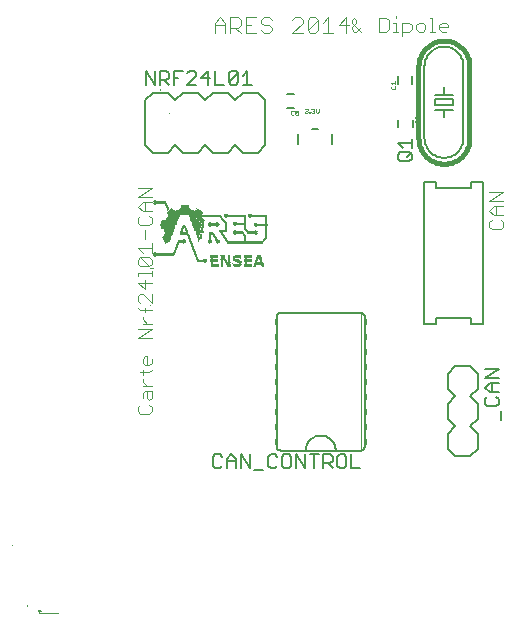
<source format=gto>
G75*
G70*
%OFA0B0*%
%FSLAX24Y24*%
%IPPOS*%
%LPD*%
%AMOC8*
5,1,8,0,0,1.08239X$1,22.5*
%
%ADD10R,0.0010X0.0000*%
%ADD11R,0.0010X0.0000*%
%ADD12R,0.0007X0.0000*%
%ADD13R,0.0003X0.0000*%
%ADD14R,0.0005X0.0000*%
%ADD15R,0.0000X0.0000*%
%ADD16R,0.0000X0.0000*%
%ADD17R,0.0000X0.0000*%
%ADD18R,0.0000X0.0000*%
%ADD19R,0.0000X0.0000*%
%ADD20R,0.0000X0.0000*%
%ADD21R,0.0001X0.0000*%
%ADD22R,0.0005X0.0000*%
%ADD23R,0.0000X0.0000*%
%ADD24R,0.0000X0.0000*%
%ADD25R,0.0000X0.0000*%
%ADD26R,0.0000X0.0000*%
%ADD27R,0.0000X0.0000*%
%ADD28R,0.0001X0.0000*%
%ADD29R,0.0000X0.0000*%
%ADD30R,0.0000X0.0000*%
%ADD31R,0.0000X0.0000*%
%ADD32R,0.0005X0.0000*%
%ADD33R,0.0000X0.0000*%
%ADD34R,0.0000X0.0000*%
%ADD35R,0.0000X0.0000*%
%ADD36R,0.0000X0.0000*%
%ADD37R,0.0000X0.0000*%
%ADD38R,0.0000X0.0000*%
%ADD39R,0.0001X0.0000*%
%ADD40R,0.0000X0.0000*%
%ADD41R,0.0000X0.0000*%
%ADD42R,0.0000X0.0000*%
%ADD43R,0.0000X0.0000*%
%ADD44R,0.0000X0.0000*%
%ADD45R,0.0001X0.0000*%
%ADD46R,0.0000X0.0000*%
%ADD47R,0.0000X0.0000*%
%ADD48R,0.0000X0.0000*%
%ADD49R,0.0000X0.0000*%
%ADD50R,0.0000X0.0000*%
%ADD51R,0.0000X0.0000*%
%ADD52R,0.0000X0.0000*%
%ADD53R,0.0001X0.0000*%
%ADD54R,0.0000X0.0000*%
%ADD55R,0.0000X0.0000*%
%ADD56R,0.0000X0.0000*%
%ADD57R,0.0001X0.0000*%
%ADD58R,0.0000X0.0000*%
%ADD59R,0.0000X0.0000*%
%ADD60R,0.0000X0.0000*%
%ADD61R,0.0000X0.0000*%
%ADD62R,0.0001X0.0000*%
%ADD63R,0.0000X0.0000*%
%ADD64R,0.0000X0.0000*%
%ADD65R,0.0000X0.0000*%
%ADD66R,0.0000X0.0000*%
%ADD67R,0.0001X0.0000*%
%ADD68R,0.0000X0.0000*%
%ADD69R,0.0000X0.0000*%
%ADD70R,0.0000X0.0000*%
%ADD71R,0.0000X0.0000*%
%ADD72R,0.0000X0.0000*%
%ADD73R,0.0001X0.0000*%
%ADD74R,0.0001X0.0000*%
%ADD75R,0.0000X0.0000*%
%ADD76R,0.0001X0.0000*%
%ADD77R,0.0001X0.0000*%
%ADD78R,0.0000X0.0000*%
%ADD79R,0.0001X0.0000*%
%ADD80R,0.0001X0.0000*%
%ADD81R,0.0001X0.0000*%
%ADD82R,0.0001X0.0000*%
%ADD83R,0.0000X0.0000*%
%ADD84R,0.0000X0.0000*%
%ADD85R,0.0001X0.0000*%
%ADD86R,0.0000X0.0000*%
%ADD87R,0.0000X0.0000*%
%ADD88R,0.0001X0.0000*%
%ADD89R,0.0001X0.0000*%
%ADD90R,0.0000X0.0000*%
%ADD91R,0.0001X0.0000*%
%ADD92R,0.0001X0.0000*%
%ADD93R,0.0000X0.0000*%
%ADD94R,0.0000X0.0000*%
%ADD95R,0.0001X0.0000*%
%ADD96R,0.0001X0.0000*%
%ADD97R,0.0000X0.0000*%
%ADD98R,0.0001X0.0000*%
%ADD99R,0.0004X0.0000*%
%ADD100R,0.0000X0.0000*%
%ADD101R,0.0001X0.0000*%
%ADD102R,0.0001X0.0000*%
%ADD103R,0.0001X0.0000*%
%ADD104R,0.0004X0.0000*%
%ADD105R,0.0000X0.0000*%
%ADD106R,0.0000X0.0000*%
%ADD107R,0.0001X0.0000*%
%ADD108R,0.0001X0.0000*%
%ADD109R,0.0004X0.0000*%
%ADD110R,0.0000X0.0000*%
%ADD111R,0.0000X0.0000*%
%ADD112R,0.0001X0.0000*%
%ADD113R,0.0004X0.0000*%
%ADD114R,0.0000X0.0000*%
%ADD115R,0.0004X0.0000*%
%ADD116R,0.0000X0.0000*%
%ADD117R,0.0004X0.0000*%
%ADD118R,0.0000X0.0000*%
%ADD119R,0.0000X0.0000*%
%ADD120R,0.0000X0.0000*%
%ADD121R,0.0000X0.0000*%
%ADD122R,0.0000X0.0000*%
%ADD123R,0.0000X0.0000*%
%ADD124R,0.0001X0.0000*%
%ADD125R,0.0004X0.0000*%
%ADD126R,0.0000X0.0000*%
%ADD127R,0.0000X0.0000*%
%ADD128R,0.0000X0.0000*%
%ADD129R,0.0000X0.0000*%
%ADD130R,0.0004X0.0000*%
%ADD131R,0.0000X0.0000*%
%ADD132R,0.0004X0.0000*%
%ADD133R,0.0000X0.0000*%
%ADD134R,0.0000X0.0000*%
%ADD135R,0.0001X0.0000*%
%ADD136R,0.0004X0.0000*%
%ADD137R,0.0000X0.0000*%
%ADD138R,0.0000X0.0000*%
%ADD139R,0.0000X0.0000*%
%ADD140R,0.0000X0.0000*%
%ADD141R,0.0001X0.0000*%
%ADD142R,0.0004X0.0000*%
%ADD143R,0.0000X0.0000*%
%ADD144R,0.0000X0.0000*%
%ADD145R,0.0004X0.0000*%
%ADD146R,0.0004X0.0000*%
%ADD147R,0.0000X0.0000*%
%ADD148R,0.0000X0.0000*%
%ADD149R,0.0001X0.0000*%
%ADD150R,0.0004X0.0000*%
%ADD151R,0.0000X0.0000*%
%ADD152R,0.0000X0.0000*%
%ADD153R,0.0000X0.0000*%
%ADD154R,0.0001X0.0000*%
%ADD155R,0.0004X0.0000*%
%ADD156R,0.0000X0.0000*%
%ADD157R,0.0000X0.0000*%
%ADD158R,0.0000X0.0000*%
%ADD159R,0.0000X0.0000*%
%ADD160R,0.0001X0.0000*%
%ADD161R,0.0004X0.0000*%
%ADD162R,0.0000X0.0000*%
%ADD163R,0.0001X0.0000*%
%ADD164R,0.0004X0.0000*%
%ADD165R,0.0004X0.0000*%
%ADD166R,0.0000X0.0000*%
%ADD167R,0.0000X0.0000*%
%ADD168R,0.0000X0.0000*%
%ADD169R,0.0001X0.0000*%
%ADD170R,0.0001X0.0000*%
%ADD171R,0.0001X0.0000*%
%ADD172R,0.0004X0.0000*%
%ADD173R,0.0000X0.0000*%
%ADD174R,0.0001X0.0000*%
%ADD175R,0.0001X0.0000*%
%ADD176R,0.0001X0.0000*%
%ADD177R,0.0001X0.0000*%
%ADD178R,0.0004X0.0000*%
%ADD179R,0.0001X0.0000*%
%ADD180R,0.0000X0.0000*%
%ADD181R,0.0001X0.0000*%
%ADD182R,0.0001X0.0000*%
%ADD183R,0.0004X0.0000*%
%ADD184R,0.0001X0.0000*%
%ADD185R,0.0001X0.0000*%
%ADD186R,0.0000X0.0000*%
%ADD187R,0.0001X0.0000*%
%ADD188R,0.0004X0.0000*%
%ADD189R,0.0000X0.0000*%
%ADD190R,0.0004X0.0000*%
%ADD191R,0.0001X0.0000*%
%ADD192R,0.0001X0.0000*%
%ADD193R,0.0001X0.0000*%
%ADD194R,0.0004X0.0000*%
%ADD195R,0.0001X0.0000*%
%ADD196R,0.0001X0.0000*%
%ADD197R,0.0001X0.0000*%
%ADD198R,0.0001X0.0000*%
%ADD199R,0.0001X0.0000*%
%ADD200R,0.0004X0.0000*%
%ADD201R,0.0001X0.0000*%
%ADD202R,0.0001X0.0000*%
%ADD203R,0.0004X0.0000*%
%ADD204R,0.0001X0.0000*%
%ADD205R,0.0000X0.0000*%
%ADD206R,0.0001X0.0000*%
%ADD207R,0.0004X0.0000*%
%ADD208R,0.0004X0.0000*%
%ADD209R,0.0001X0.0000*%
%ADD210R,0.0000X0.0000*%
%ADD211R,0.0001X0.0000*%
%ADD212R,0.0004X0.0000*%
%ADD213R,0.0001X0.0000*%
%ADD214R,0.0000X0.0000*%
%ADD215R,0.0001X0.0000*%
%ADD216R,0.0001X0.0000*%
%ADD217R,0.0004X0.0000*%
%ADD218R,0.0001X0.0000*%
%ADD219R,0.0000X0.0000*%
%ADD220R,0.0000X0.0000*%
%ADD221R,0.0001X0.0000*%
%ADD222R,0.0003X0.0000*%
%ADD223R,0.0001X0.0000*%
%ADD224R,0.0001X0.0000*%
%ADD225R,0.0003X0.0000*%
%ADD226R,0.0000X0.0000*%
%ADD227R,0.0003X0.0000*%
%ADD228R,0.0001X0.0000*%
%ADD229R,0.0003X0.0000*%
%ADD230R,0.0001X0.0000*%
%ADD231R,0.0001X0.0000*%
%ADD232R,0.0003X0.0000*%
%ADD233R,0.0001X0.0000*%
%ADD234R,0.0001X0.0000*%
%ADD235R,0.0000X0.0000*%
%ADD236R,0.0003X0.0000*%
%ADD237R,0.0003X0.0000*%
%ADD238R,0.0003X0.0000*%
%ADD239R,0.0002X0.0000*%
%ADD240R,0.0006X0.0000*%
%ADD241R,0.0002X0.0000*%
%ADD242R,0.0006X0.0000*%
%ADD243R,0.0002X0.0000*%
%ADD244R,0.0006X0.0000*%
%ADD245R,0.0002X0.0000*%
%ADD246R,0.0002X0.0000*%
%ADD247R,0.0002X0.0000*%
%ADD248R,0.0006X0.0000*%
%ADD249R,0.0002X0.0000*%
%ADD250R,0.0006X0.0000*%
%ADD251R,0.0002X0.0000*%
%ADD252R,0.0002X0.0000*%
%ADD253R,0.0006X0.0000*%
%ADD254R,0.0002X0.0000*%
%ADD255R,0.0006X0.0000*%
%ADD256R,0.0002X0.0000*%
%ADD257R,0.0006X0.0000*%
%ADD258R,0.0001X0.0000*%
%ADD259R,0.0002X0.0000*%
%ADD260R,0.0001X0.0000*%
%ADD261R,0.0002X0.0000*%
%ADD262R,0.0001X0.0000*%
%ADD263R,0.0002X0.0000*%
%ADD264R,0.0006X0.0000*%
%ADD265R,0.0001X0.0000*%
%ADD266R,0.0002X0.0000*%
%ADD267R,0.0006X0.0000*%
%ADD268R,0.0001X0.0000*%
%ADD269R,0.0002X0.0000*%
%ADD270R,0.0001X0.0000*%
%ADD271R,0.0002X0.0000*%
%ADD272R,0.0006X0.0000*%
%ADD273R,0.0000X0.0000*%
%ADD274R,0.0001X0.0000*%
%ADD275R,0.0002X0.0000*%
%ADD276R,0.0006X0.0000*%
%ADD277R,0.0002X0.0000*%
%ADD278R,0.0002X0.0000*%
%ADD279R,0.0006X0.0000*%
%ADD280R,0.0002X0.0000*%
%ADD281R,0.0002X0.0000*%
%ADD282R,0.0002X0.0000*%
%ADD283R,0.0002X0.0000*%
%ADD284R,0.0002X0.0000*%
%ADD285R,0.0006X0.0000*%
%ADD286R,0.0002X0.0000*%
%ADD287R,0.0002X0.0000*%
%ADD288R,0.0006X0.0000*%
%ADD289R,0.0002X0.0000*%
%ADD290R,0.0002X0.0000*%
%ADD291R,0.0001X0.0000*%
%ADD292R,0.0006X0.0000*%
%ADD293R,0.0002X0.0000*%
%ADD294R,0.0006X0.0000*%
%ADD295R,0.0001X0.0000*%
%ADD296R,0.0006X0.0000*%
%ADD297R,0.0002X0.0000*%
%ADD298R,0.0001X0.0000*%
%ADD299R,0.0001X0.0000*%
%ADD300R,0.0002X0.0000*%
%ADD301R,0.0001X0.0000*%
%ADD302R,0.0006X0.0000*%
%ADD303R,0.0002X0.0000*%
%ADD304R,0.0001X0.0000*%
%ADD305R,0.0006X0.0000*%
%ADD306R,0.0001X0.0000*%
%ADD307R,0.0006X0.0000*%
%ADD308R,0.0002X0.0000*%
%ADD309R,0.0001X0.0000*%
%ADD310R,0.0006X0.0000*%
%ADD311R,0.0002X0.0000*%
%ADD312R,0.0001X0.0000*%
%ADD313R,0.0006X0.0000*%
%ADD314R,0.0002X0.0000*%
%ADD315R,0.0001X0.0000*%
%ADD316R,0.0006X0.0000*%
%ADD317R,0.0002X0.0000*%
%ADD318R,0.0001X0.0000*%
%ADD319R,0.0006X0.0000*%
%ADD320R,0.0002X0.0000*%
%ADD321R,0.0001X0.0000*%
%ADD322R,0.0006X0.0000*%
%ADD323R,0.0002X0.0000*%
%ADD324R,0.0001X0.0000*%
%ADD325R,0.0006X0.0000*%
%ADD326R,0.0002X0.0000*%
%ADD327R,0.0001X0.0000*%
%ADD328R,0.0006X0.0000*%
%ADD329R,0.0002X0.0000*%
%ADD330R,0.0001X0.0000*%
%ADD331R,0.0001X0.0000*%
%ADD332R,0.0002X0.0000*%
%ADD333R,0.0001X0.0000*%
%ADD334R,0.0006X0.0000*%
%ADD335R,0.0002X0.0000*%
%ADD336R,0.0001X0.0000*%
%ADD337R,0.0006X0.0000*%
%ADD338R,0.0001X0.0000*%
%ADD339R,0.0006X0.0000*%
%ADD340R,0.0002X0.0000*%
%ADD341R,0.0001X0.0000*%
%ADD342R,0.0002X0.0000*%
%ADD343R,0.0001X0.0000*%
%ADD344R,0.0006X0.0000*%
%ADD345R,0.0001X0.0000*%
%ADD346R,0.0006X0.0000*%
%ADD347R,0.0002X0.0000*%
%ADD348R,0.0001X0.0000*%
%ADD349R,0.0001X0.0000*%
%ADD350R,0.0002X0.0000*%
%ADD351R,0.0001X0.0000*%
%ADD352R,0.0006X0.0000*%
%ADD353R,0.0002X0.0000*%
%ADD354R,0.0001X0.0000*%
%ADD355R,0.0006X0.0000*%
%ADD356R,0.0001X0.0000*%
%ADD357R,0.0006X0.0000*%
%ADD358R,0.0001X0.0000*%
%ADD359R,0.0002X0.0000*%
%ADD360R,0.0001X0.0000*%
%ADD361R,0.0006X0.0000*%
%ADD362R,0.0002X0.0000*%
%ADD363R,0.0001X0.0000*%
%ADD364R,0.0006X0.0000*%
%ADD365R,0.0002X0.0000*%
%ADD366R,0.0001X0.0000*%
%ADD367R,0.0006X0.0000*%
%ADD368R,0.0002X0.0000*%
%ADD369R,0.0001X0.0000*%
%ADD370R,0.0006X0.0000*%
%ADD371R,0.0002X0.0000*%
%ADD372R,0.0006X0.0000*%
%ADD373R,0.0002X0.0000*%
%ADD374R,0.0001X0.0000*%
%ADD375R,0.0002X0.0000*%
%ADD376R,0.0001X0.0000*%
%ADD377R,0.0006X0.0000*%
%ADD378R,0.0001X0.0000*%
%ADD379R,0.0007X0.0000*%
%ADD380R,0.0002X0.0000*%
%ADD381R,0.0001X0.0000*%
%ADD382R,0.0007X0.0000*%
%ADD383R,0.0002X0.0000*%
%ADD384R,0.0001X0.0000*%
%ADD385R,0.0007X0.0000*%
%ADD386R,0.0002X0.0000*%
%ADD387R,0.0001X0.0000*%
%ADD388R,0.0007X0.0000*%
%ADD389R,0.0002X0.0000*%
%ADD390R,0.0001X0.0000*%
%ADD391R,0.0002X0.0000*%
%ADD392R,0.0001X0.0000*%
%ADD393R,0.0007X0.0000*%
%ADD394R,0.0001X0.0000*%
%ADD395R,0.0007X0.0000*%
%ADD396R,0.0002X0.0000*%
%ADD397R,0.0001X0.0000*%
%ADD398R,0.0001X0.0000*%
%ADD399R,0.0002X0.0000*%
%ADD400R,0.0001X0.0000*%
%ADD401R,0.0007X0.0000*%
%ADD402R,0.0002X0.0000*%
%ADD403R,0.0001X0.0000*%
%ADD404R,0.0007X0.0000*%
%ADD405R,0.0001X0.0000*%
%ADD406R,0.0007X0.0000*%
%ADD407R,0.0002X0.0000*%
%ADD408R,0.0001X0.0000*%
%ADD409R,0.0002X0.0000*%
%ADD410R,0.0001X0.0000*%
%ADD411R,0.0007X0.0000*%
%ADD412R,0.0001X0.0000*%
%ADD413R,0.0001X0.0000*%
%ADD414R,0.0000X0.0000*%
%ADD415R,0.0001X0.0000*%
%ADD416R,0.0001X0.0000*%
%ADD417R,0.0001X0.0000*%
%ADD418R,0.0001X0.0000*%
%ADD419R,0.0001X0.0000*%
%ADD420R,0.0001X0.0000*%
%ADD421R,0.0000X0.0000*%
%ADD422R,0.0001X0.0000*%
%ADD423R,0.0001X0.0000*%
%ADD424R,0.0001X0.0000*%
%ADD425R,0.0001X0.0000*%
%ADD426R,0.0001X0.0000*%
%ADD427R,0.0001X0.0000*%
%ADD428R,0.0000X0.0000*%
%ADD429R,0.0001X0.0000*%
%ADD430R,0.0000X0.0000*%
%ADD431R,0.0001X0.0000*%
%ADD432R,0.0001X0.0000*%
%ADD433R,0.0001X0.0000*%
%ADD434R,0.0001X0.0000*%
%ADD435R,0.0001X0.0000*%
%ADD436R,0.0001X0.0000*%
%ADD437R,0.0001X0.0000*%
%ADD438R,0.0000X0.0000*%
%ADD439R,0.0001X0.0000*%
%ADD440R,0.0001X0.0000*%
%ADD441R,0.0001X0.0000*%
%ADD442R,0.0000X0.0000*%
%ADD443R,0.0001X0.0000*%
%ADD444R,0.0001X0.0000*%
%ADD445R,0.0001X0.0000*%
%ADD446R,0.0001X0.0000*%
%ADD447R,0.0001X0.0000*%
%ADD448R,0.0001X0.0000*%
%ADD449R,0.0000X0.0000*%
%ADD450R,0.0001X0.0000*%
%ADD451R,0.0001X0.0000*%
%ADD452R,0.0001X0.0000*%
%ADD453R,0.0001X0.0000*%
%ADD454R,0.0001X0.0000*%
%ADD455R,0.0000X0.0000*%
%ADD456R,0.0001X0.0000*%
%ADD457R,0.0001X0.0000*%
%ADD458R,0.0001X0.0000*%
%ADD459R,0.0001X0.0000*%
%ADD460R,0.0001X0.0000*%
%ADD461R,0.0001X0.0000*%
%ADD462R,0.0001X0.0000*%
%ADD463R,0.0001X0.0000*%
%ADD464R,0.0002X0.0000*%
%ADD465R,0.0001X0.0000*%
%ADD466R,0.0002X0.0000*%
%ADD467R,0.0001X0.0000*%
%ADD468R,0.0002X0.0000*%
%ADD469R,0.0000X0.0000*%
%ADD470R,0.0002X0.0000*%
%ADD471R,0.0002X0.0000*%
%ADD472R,0.0002X0.0000*%
%ADD473R,0.0002X0.0000*%
%ADD474R,0.0002X0.0000*%
%ADD475R,0.0002X0.0000*%
%ADD476R,0.0001X0.0000*%
%ADD477R,0.0001X0.0000*%
%ADD478R,0.0001X0.0000*%
%ADD479R,0.0001X0.0000*%
%ADD480R,0.0002X0.0000*%
%ADD481R,0.0001X0.0000*%
%ADD482R,0.0002X0.0000*%
%ADD483R,0.0001X0.0000*%
%ADD484R,0.0001X0.0000*%
%ADD485R,0.0002X0.0000*%
%ADD486R,0.0001X0.0000*%
%ADD487R,0.0001X0.0000*%
%ADD488R,0.0002X0.0000*%
%ADD489R,0.0002X0.0000*%
%ADD490R,0.0002X0.0000*%
%ADD491R,0.0001X0.0000*%
%ADD492R,0.0002X0.0000*%
%ADD493R,0.0001X0.0000*%
%ADD494R,0.0002X0.0000*%
%ADD495R,0.0001X0.0000*%
%ADD496R,0.0001X0.0000*%
%ADD497R,0.0001X0.0000*%
%ADD498R,0.0001X0.0000*%
%ADD499R,0.0002X0.0000*%
%ADD500R,0.0001X0.0000*%
%ADD501R,0.0002X0.0000*%
%ADD502R,0.0002X0.0000*%
%ADD503R,0.0001X0.0000*%
%ADD504R,0.0002X0.0000*%
%ADD505R,0.0001X0.0000*%
%ADD506R,0.0002X0.0000*%
%ADD507R,0.0002X0.0000*%
%ADD508R,0.0001X0.0000*%
%ADD509R,0.0001X0.0000*%
%ADD510R,0.0001X0.0000*%
%ADD511R,0.0001X0.0000*%
%ADD512R,0.0001X0.0000*%
%ADD513R,0.0001X0.0000*%
%ADD514R,0.0001X0.0000*%
%ADD515R,0.0001X0.0000*%
%ADD516R,0.0000X0.0000*%
%ADD517R,0.0001X0.0000*%
%ADD518R,0.0001X0.0000*%
%ADD519R,0.0000X0.0000*%
%ADD520R,0.0001X0.0000*%
%ADD521R,0.0000X0.0000*%
%ADD522R,0.0001X0.0000*%
%ADD523R,0.0001X0.0000*%
%ADD524R,0.0000X0.0000*%
%ADD525R,0.0002X0.0000*%
%ADD526R,0.0000X0.0000*%
%ADD527R,0.0001X0.0000*%
%ADD528R,0.0000X0.0000*%
%ADD529R,0.0000X0.0000*%
%ADD530R,0.0001X0.0000*%
%ADD531R,0.0001X0.0000*%
%ADD532R,0.0001X0.0000*%
%ADD533R,0.0001X0.0000*%
%ADD534R,0.0001X0.0000*%
%ADD535R,0.0001X0.0000*%
%ADD536R,0.0001X0.0000*%
%ADD537R,0.0002X0.0000*%
%ADD538R,0.0002X0.0000*%
%ADD539R,0.0002X0.0000*%
%ADD540R,0.0002X0.0000*%
%ADD541R,0.0002X0.0000*%
%ADD542R,0.0002X0.0000*%
%ADD543R,0.0000X0.0000*%
%ADD544R,0.0000X0.0000*%
%ADD545R,0.0001X0.0000*%
%ADD546R,0.0001X0.0000*%
%ADD547R,0.0000X0.0000*%
%ADD548R,0.0000X0.0000*%
%ADD549R,0.0001X0.0000*%
%ADD550R,0.0001X0.0000*%
%ADD551R,0.0001X0.0000*%
%ADD552R,0.0000X0.0000*%
%ADD553R,0.0000X0.0000*%
%ADD554R,0.0001X0.0000*%
%ADD555R,0.0001X0.0000*%
%ADD556R,0.0000X0.0000*%
%ADD557R,0.0000X0.0000*%
%ADD558R,0.0000X0.0000*%
%ADD559R,0.0001X0.0000*%
%ADD560R,0.0001X0.0000*%
%ADD561R,0.0001X0.0000*%
%ADD562R,0.0001X0.0000*%
%ADD563R,0.0000X0.0000*%
%ADD564R,0.0001X0.0000*%
%ADD565R,0.0000X0.0000*%
%ADD566R,0.0001X0.0000*%
%ADD567R,0.0001X0.0000*%
%ADD568R,0.0001X0.0000*%
%ADD569R,0.0001X0.0000*%
%ADD570R,0.0001X0.0000*%
%ADD571R,0.0000X0.0000*%
%ADD572R,0.0001X0.0000*%
%ADD573R,0.0002X0.0000*%
%ADD574R,0.0001X0.0000*%
%ADD575R,0.0002X0.0000*%
%ADD576R,0.0001X0.0000*%
%ADD577R,0.0002X0.0000*%
%ADD578R,0.0002X0.0000*%
%ADD579R,0.0001X0.0000*%
%ADD580R,0.0001X0.0000*%
%ADD581R,0.0002X0.0000*%
%ADD582R,0.0002X0.0000*%
%ADD583R,0.0001X0.0000*%
%ADD584R,0.0002X0.0000*%
%ADD585R,0.0002X0.0000*%
%ADD586R,0.0002X0.0000*%
%ADD587R,0.0001X0.0000*%
%ADD588R,0.0002X0.0000*%
%ADD589R,0.0001X0.0000*%
%ADD590R,0.0002X0.0000*%
%ADD591R,0.0001X0.0000*%
%ADD592R,0.0002X0.0000*%
%ADD593R,0.0002X0.0000*%
%ADD594R,0.0002X0.0000*%
%ADD595R,0.0002X0.0000*%
%ADD596R,0.0002X0.0000*%
%ADD597R,0.0000X0.0000*%
%ADD598R,0.0002X0.0000*%
%ADD599R,0.0002X0.0000*%
%ADD600R,0.0002X0.0000*%
%ADD601R,0.0001X0.0000*%
%ADD602R,0.0002X0.0000*%
%ADD603R,0.0002X0.0000*%
%ADD604R,0.0001X0.0000*%
%ADD605R,0.0002X0.0000*%
%ADD606R,0.0002X0.0000*%
%ADD607R,0.0001X0.0000*%
%ADD608R,0.0002X0.0000*%
%ADD609R,0.0002X0.0000*%
%ADD610R,0.0001X0.0000*%
%ADD611R,0.0001X0.0000*%
%ADD612R,0.0001X0.0000*%
%ADD613R,0.0001X0.0000*%
%ADD614R,0.0001X0.0000*%
%ADD615R,0.0000X0.0000*%
%ADD616R,0.0001X0.0000*%
%ADD617R,0.0001X0.0000*%
%ADD618R,0.0001X0.0000*%
%ADD619R,0.0001X0.0000*%
%ADD620R,0.0001X0.0000*%
%ADD621R,0.0000X0.0000*%
%ADD622R,0.0002X0.0000*%
%ADD623R,0.0002X0.0000*%
%ADD624R,0.0002X0.0000*%
%ADD625R,0.0002X0.0000*%
%ADD626R,0.0002X0.0000*%
%ADD627R,0.0002X0.0000*%
%ADD628R,0.0004X0.0000*%
%ADD629R,0.0006X0.0000*%
%ADD630R,0.0006X0.0000*%
%ADD631R,0.0006X0.0000*%
%ADD632R,0.0006X0.0000*%
%ADD633R,0.0006X0.0000*%
%ADD634R,0.0006X0.0000*%
%ADD635R,0.0006X0.0000*%
%ADD636R,0.0006X0.0000*%
%ADD637R,0.0006X0.0000*%
%ADD638R,0.0006X0.0000*%
%ADD639R,0.0006X0.0000*%
%ADD640R,0.0006X0.0000*%
%ADD641R,0.0001X0.0000*%
%ADD642R,0.0000X0.0000*%
%ADD643R,0.0000X0.0000*%
%ADD644R,0.0006X0.0000*%
%ADD645R,0.0006X0.0000*%
%ADD646R,0.0006X0.0000*%
%ADD647R,0.0001X0.0000*%
%ADD648R,0.0000X0.0000*%
%ADD649R,0.0006X0.0000*%
%ADD650R,0.0006X0.0000*%
%ADD651R,0.0000X0.0000*%
%ADD652R,0.0006X0.0000*%
%ADD653R,0.0006X0.0000*%
%ADD654R,0.0000X0.0000*%
%ADD655R,0.0006X0.0000*%
%ADD656R,0.0000X0.0000*%
%ADD657R,0.0000X0.0000*%
%ADD658R,0.0006X0.0000*%
%ADD659R,0.0006X0.0000*%
%ADD660R,0.0006X0.0000*%
%ADD661R,0.0006X0.0000*%
%ADD662R,0.0006X0.0000*%
%ADD663R,0.0006X0.0000*%
%ADD664R,0.0006X0.0000*%
%ADD665R,0.0006X0.0000*%
%ADD666R,0.0001X0.0000*%
%ADD667R,0.0007X0.0000*%
%ADD668R,0.0001X0.0000*%
%ADD669R,0.0007X0.0000*%
%ADD670R,0.0007X0.0000*%
%ADD671R,0.0001X0.0000*%
%ADD672R,0.0007X0.0000*%
%ADD673R,0.0007X0.0000*%
%ADD674R,0.0007X0.0000*%
%ADD675R,0.0007X0.0000*%
%ADD676R,0.0001X0.0000*%
%ADD677R,0.0007X0.0000*%
%ADD678R,0.0007X0.0000*%
%ADD679R,0.0007X0.0000*%
%ADD680R,0.0007X0.0000*%
%ADD681R,0.0007X0.0000*%
%ADD682R,0.0007X0.0000*%
%ADD683R,0.0007X0.0000*%
%ADD684R,0.0007X0.0000*%
%ADD685R,0.0009X0.0000*%
%ADD686R,0.0009X0.0000*%
%ADD687R,0.0009X0.0000*%
%ADD688R,0.0009X0.0000*%
%ADD689R,0.0009X0.0000*%
%ADD690R,0.0009X0.0000*%
%ADD691R,0.0009X0.0000*%
%ADD692R,0.0009X0.0000*%
%ADD693R,0.0009X0.0000*%
%ADD694R,0.0009X0.0000*%
%ADD695R,0.0009X0.0000*%
%ADD696R,0.0009X0.0000*%
%ADD697R,0.0009X0.0000*%
%ADD698R,0.0009X0.0000*%
%ADD699R,0.0009X0.0000*%
%ADD700R,0.0009X0.0000*%
%ADD701R,0.0009X0.0000*%
%ADD702R,0.0009X0.0000*%
%ADD703R,0.0009X0.0000*%
%ADD704R,0.0010X0.0000*%
%ADD705R,0.0010X0.0000*%
%ADD706R,0.0010X0.0000*%
%ADD707R,0.0010X0.0000*%
%ADD708R,0.0000X0.0000*%
%ADD709R,0.0010X0.0000*%
%ADD710C,0.0000*%
%ADD711R,0.0079X0.0000*%
%ADD712R,0.0079X0.0000*%
%ADD713R,0.0056X0.0000*%
%ADD714R,0.0021X0.0000*%
%ADD715R,0.0040X0.0000*%
%ADD716R,0.0002X0.0000*%
%ADD717R,0.0003X0.0000*%
%ADD718R,0.0003X0.0000*%
%ADD719R,0.0003X0.0000*%
%ADD720R,0.0001X0.0000*%
%ADD721R,0.0004X0.0000*%
%ADD722R,0.0004X0.0000*%
%ADD723R,0.0040X0.0000*%
%ADD724R,0.0002X0.0000*%
%ADD725R,0.0003X0.0000*%
%ADD726R,0.0003X0.0000*%
%ADD727R,0.0003X0.0000*%
%ADD728R,0.0004X0.0000*%
%ADD729R,0.0004X0.0000*%
%ADD730R,0.0040X0.0000*%
%ADD731R,0.0002X0.0000*%
%ADD732R,0.0003X0.0000*%
%ADD733R,0.0002X0.0000*%
%ADD734R,0.0003X0.0000*%
%ADD735R,0.0001X0.0000*%
%ADD736R,0.0004X0.0000*%
%ADD737R,0.0004X0.0000*%
%ADD738R,0.0002X0.0000*%
%ADD739R,0.0002X0.0000*%
%ADD740R,0.0004X0.0000*%
%ADD741R,0.0002X0.0000*%
%ADD742R,0.0001X0.0000*%
%ADD743R,0.0002X0.0000*%
%ADD744R,0.0004X0.0000*%
%ADD745R,0.0004X0.0000*%
%ADD746R,0.0002X0.0000*%
%ADD747R,0.0002X0.0000*%
%ADD748R,0.0001X0.0000*%
%ADD749R,0.0003X0.0000*%
%ADD750R,0.0004X0.0000*%
%ADD751R,0.0002X0.0000*%
%ADD752R,0.0002X0.0000*%
%ADD753R,0.0001X0.0000*%
%ADD754R,0.0003X0.0000*%
%ADD755R,0.0004X0.0000*%
%ADD756R,0.0002X0.0000*%
%ADD757R,0.0003X0.0000*%
%ADD758R,0.0002X0.0000*%
%ADD759R,0.0002X0.0000*%
%ADD760R,0.0001X0.0000*%
%ADD761R,0.0003X0.0000*%
%ADD762R,0.0004X0.0000*%
%ADD763R,0.0002X0.0000*%
%ADD764R,0.0002X0.0000*%
%ADD765R,0.0001X0.0000*%
%ADD766R,0.0004X0.0000*%
%ADD767R,0.0002X0.0000*%
%ADD768R,0.0003X0.0000*%
%ADD769R,0.0001X0.0000*%
%ADD770R,0.0001X0.0000*%
%ADD771R,0.0003X0.0000*%
%ADD772R,0.0002X0.0000*%
%ADD773R,0.0002X0.0000*%
%ADD774R,0.0001X0.0000*%
%ADD775R,0.0003X0.0000*%
%ADD776R,0.0004X0.0000*%
%ADD777R,0.0005X0.0000*%
%ADD778R,0.0002X0.0000*%
%ADD779R,0.0004X0.0000*%
%ADD780R,0.0003X0.0000*%
%ADD781R,0.0002X0.0000*%
%ADD782R,0.0005X0.0000*%
%ADD783R,0.0005X0.0000*%
%ADD784R,0.0005X0.0000*%
%ADD785R,0.0003X0.0000*%
%ADD786R,0.0002X0.0000*%
%ADD787R,0.0005X0.0000*%
%ADD788R,0.0005X0.0000*%
%ADD789R,0.0003X0.0000*%
%ADD790R,0.0005X0.0000*%
%ADD791R,0.0002X0.0000*%
%ADD792R,0.0006X0.0000*%
%ADD793R,0.0001X0.0000*%
%ADD794R,0.0006X0.0000*%
%ADD795R,0.0005X0.0000*%
%ADD796R,0.0005X0.0000*%
%ADD797R,0.0001X0.0000*%
%ADD798R,0.0005X0.0000*%
%ADD799R,0.0001X0.0000*%
%ADD800R,0.0001X0.0000*%
%ADD801R,0.0005X0.0000*%
%ADD802R,0.0001X0.0000*%
%ADD803R,0.0005X0.0000*%
%ADD804R,0.0005X0.0000*%
%ADD805R,0.0000X0.0000*%
%ADD806R,0.0005X0.0000*%
%ADD807R,0.0035X0.0000*%
%ADD808R,0.0000X0.0000*%
%ADD809R,0.0005X0.0000*%
%ADD810R,0.0005X0.0000*%
%ADD811R,0.0035X0.0000*%
%ADD812R,0.0000X0.0000*%
%ADD813R,0.0005X0.0000*%
%ADD814R,0.0035X0.0000*%
%ADD815R,0.0000X0.0000*%
%ADD816R,0.0005X0.0000*%
%ADD817R,0.0035X0.0000*%
%ADD818R,0.0004X0.0000*%
%ADD819R,0.0035X0.0000*%
%ADD820R,0.0003X0.0000*%
%ADD821R,0.0001X0.0000*%
%ADD822R,0.0000X0.0000*%
%ADD823R,0.0004X0.0000*%
%ADD824R,0.0035X0.0000*%
%ADD825R,0.0003X0.0000*%
%ADD826R,0.0002X0.0000*%
%ADD827R,0.0001X0.0000*%
%ADD828R,0.0000X0.0000*%
%ADD829R,0.0003X0.0000*%
%ADD830R,0.0005X0.0000*%
%ADD831R,0.0031X0.0000*%
%ADD832R,0.0001X0.0000*%
%ADD833R,0.0000X0.0000*%
%ADD834R,0.0005X0.0000*%
%ADD835R,0.0031X0.0000*%
%ADD836R,0.0031X0.0000*%
%ADD837R,0.0001X0.0000*%
%ADD838R,0.0001X0.0000*%
%ADD839R,0.0002X0.0000*%
%ADD840R,0.0005X0.0000*%
%ADD841R,0.0031X0.0000*%
%ADD842R,0.0001X0.0000*%
%ADD843R,0.0005X0.0000*%
%ADD844R,0.0030X0.0000*%
%ADD845R,0.0002X0.0000*%
%ADD846R,0.0005X0.0000*%
%ADD847R,0.0030X0.0000*%
%ADD848R,0.0030X0.0000*%
%ADD849R,0.0002X0.0000*%
%ADD850R,0.0005X0.0000*%
%ADD851R,0.0030X0.0000*%
%ADD852R,0.0002X0.0000*%
%ADD853R,0.0005X0.0000*%
%ADD854R,0.0003X0.0000*%
%ADD855R,0.0006X0.0000*%
%ADD856R,0.0030X0.0000*%
%ADD857R,0.0001X0.0000*%
%ADD858R,0.0030X0.0000*%
%ADD859R,0.0004X0.0000*%
%ADD860R,0.0003X0.0000*%
%ADD861R,0.0000X0.0000*%
%ADD862R,0.0006X0.0000*%
%ADD863R,0.0001X0.0000*%
%ADD864R,0.0030X0.0000*%
%ADD865R,0.0004X0.0000*%
%ADD866R,0.0000X0.0000*%
%ADD867R,0.0006X0.0000*%
%ADD868R,0.0001X0.0000*%
%ADD869R,0.0006X0.0000*%
%ADD870R,0.0030X0.0000*%
%ADD871R,0.0003X0.0000*%
%ADD872R,0.0002X0.0000*%
%ADD873R,0.0006X0.0000*%
%ADD874R,0.0001X0.0000*%
%ADD875R,0.0030X0.0000*%
%ADD876R,0.0008X0.0000*%
%ADD877R,0.0006X0.0000*%
%ADD878R,0.0030X0.0000*%
%ADD879R,0.0030X0.0000*%
%ADD880R,0.0009X0.0000*%
%ADD881R,0.0006X0.0000*%
%ADD882R,0.0006X0.0000*%
%ADD883R,0.0030X0.0000*%
%ADD884R,0.0009X0.0000*%
%ADD885R,0.0006X0.0000*%
%ADD886R,0.0006X0.0000*%
%ADD887R,0.0009X0.0000*%
%ADD888R,0.0006X0.0000*%
%ADD889R,0.0030X0.0000*%
%ADD890R,0.0009X0.0000*%
%ADD891R,0.0002X0.0000*%
%ADD892R,0.0006X0.0000*%
%ADD893R,0.0030X0.0000*%
%ADD894R,0.0009X0.0000*%
%ADD895R,0.0006X0.0000*%
%ADD896R,0.0030X0.0000*%
%ADD897R,0.0009X0.0000*%
%ADD898R,0.0006X0.0000*%
%ADD899R,0.0030X0.0000*%
%ADD900R,0.0009X0.0000*%
%ADD901R,0.0006X0.0000*%
%ADD902R,0.0030X0.0000*%
%ADD903R,0.0030X0.0000*%
%ADD904R,0.0009X0.0000*%
%ADD905R,0.0003X0.0000*%
%ADD906R,0.0006X0.0000*%
%ADD907R,0.0029X0.0000*%
%ADD908R,0.0009X0.0000*%
%ADD909R,0.0003X0.0000*%
%ADD910R,0.0006X0.0000*%
%ADD911R,0.0029X0.0000*%
%ADD912R,0.0009X0.0000*%
%ADD913R,0.0003X0.0000*%
%ADD914R,0.0006X0.0000*%
%ADD915R,0.0029X0.0000*%
%ADD916R,0.0009X0.0000*%
%ADD917R,0.0006X0.0000*%
%ADD918R,0.0002X0.0000*%
%ADD919R,0.0026X0.0000*%
%ADD920R,0.0009X0.0000*%
%ADD921R,0.0026X0.0000*%
%ADD922R,0.0026X0.0000*%
%ADD923R,0.0009X0.0000*%
%ADD924R,0.0004X0.0000*%
%ADD925R,0.0007X0.0000*%
%ADD926R,0.0026X0.0000*%
%ADD927R,0.0009X0.0000*%
%ADD928R,0.0007X0.0000*%
%ADD929R,0.0026X0.0000*%
%ADD930R,0.0007X0.0000*%
%ADD931R,0.0002X0.0000*%
%ADD932R,0.0026X0.0000*%
%ADD933R,0.0026X0.0000*%
%ADD934R,0.0021X0.0000*%
%ADD935R,0.0002X0.0000*%
%ADD936R,0.0014X0.0000*%
%ADD937R,0.0049X0.0000*%
%ADD938R,0.0014X0.0000*%
%ADD939R,0.0014X0.0000*%
%ADD940R,0.0049X0.0000*%
%ADD941R,0.0014X0.0000*%
%ADD942R,0.0049X0.0000*%
%ADD943R,0.0013X0.0000*%
%ADD944R,0.0049X0.0000*%
%ADD945R,0.0013X0.0000*%
%ADD946R,0.0001X0.0000*%
%ADD947R,0.0013X0.0000*%
%ADD948R,0.0049X0.0000*%
%ADD949R,0.0013X0.0000*%
%ADD950R,0.0049X0.0000*%
%ADD951R,0.0013X0.0000*%
%ADD952R,0.0049X0.0000*%
%ADD953R,0.0011X0.0000*%
%ADD954R,0.0013X0.0000*%
%ADD955R,0.0049X0.0000*%
%ADD956R,0.0011X0.0000*%
%ADD957R,0.0013X0.0000*%
%ADD958R,0.0011X0.0000*%
%ADD959R,0.0050X0.0000*%
%ADD960R,0.0011X0.0000*%
%ADD961R,0.0013X0.0000*%
%ADD962R,0.0050X0.0000*%
%ADD963R,0.0011X0.0000*%
%ADD964R,0.0013X0.0000*%
%ADD965R,0.0012X0.0000*%
%ADD966R,0.0013X0.0000*%
%ADD967R,0.0050X0.0000*%
%ADD968R,0.0012X0.0000*%
%ADD969R,0.0013X0.0000*%
%ADD970R,0.0050X0.0000*%
%ADD971R,0.0015X0.0000*%
%ADD972R,0.0012X0.0000*%
%ADD973R,0.0050X0.0000*%
%ADD974R,0.0015X0.0000*%
%ADD975R,0.0012X0.0000*%
%ADD976R,0.0012X0.0000*%
%ADD977R,0.0015X0.0000*%
%ADD978R,0.0012X0.0000*%
%ADD979R,0.0050X0.0000*%
%ADD980R,0.0015X0.0000*%
%ADD981R,0.0012X0.0000*%
%ADD982R,0.0050X0.0000*%
%ADD983R,0.0012X0.0000*%
%ADD984R,0.0015X0.0000*%
%ADD985R,0.0012X0.0000*%
%ADD986R,0.0050X0.0000*%
%ADD987R,0.0015X0.0000*%
%ADD988R,0.0012X0.0000*%
%ADD989R,0.0050X0.0000*%
%ADD990R,0.0050X0.0000*%
%ADD991R,0.0015X0.0000*%
%ADD992R,0.0012X0.0000*%
%ADD993R,0.0015X0.0000*%
%ADD994R,0.0012X0.0000*%
%ADD995R,0.0050X0.0000*%
%ADD996R,0.0012X0.0000*%
%ADD997R,0.0050X0.0000*%
%ADD998R,0.0015X0.0000*%
%ADD999R,0.0011X0.0000*%
%ADD1000R,0.0011X0.0000*%
%ADD1001R,0.0050X0.0000*%
%ADD1002R,0.0015X0.0000*%
%ADD1003R,0.0011X0.0000*%
%ADD1004R,0.0050X0.0000*%
%ADD1005R,0.0015X0.0000*%
%ADD1006R,0.0011X0.0000*%
%ADD1007R,0.0050X0.0000*%
%ADD1008R,0.0016X0.0000*%
%ADD1009R,0.0011X0.0000*%
%ADD1010R,0.0050X0.0000*%
%ADD1011R,0.0016X0.0000*%
%ADD1012R,0.0050X0.0000*%
%ADD1013R,0.0016X0.0000*%
%ADD1014R,0.0016X0.0000*%
%ADD1015R,0.0011X0.0000*%
%ADD1016R,0.0051X0.0000*%
%ADD1017R,0.0011X0.0000*%
%ADD1018R,0.0051X0.0000*%
%ADD1019R,0.0016X0.0000*%
%ADD1020R,0.0011X0.0000*%
%ADD1021R,0.0016X0.0000*%
%ADD1022R,0.0011X0.0000*%
%ADD1023R,0.0051X0.0000*%
%ADD1024R,0.0016X0.0000*%
%ADD1025R,0.0010X0.0000*%
%ADD1026R,0.0051X0.0000*%
%ADD1027R,0.0010X0.0000*%
%ADD1028R,0.0051X0.0000*%
%ADD1029R,0.0016X0.0000*%
%ADD1030R,0.0010X0.0000*%
%ADD1031R,0.0051X0.0000*%
%ADD1032R,0.0016X0.0000*%
%ADD1033R,0.0010X0.0000*%
%ADD1034R,0.0051X0.0000*%
%ADD1035R,0.0016X0.0000*%
%ADD1036R,0.0010X0.0000*%
%ADD1037R,0.0016X0.0000*%
%ADD1038R,0.0010X0.0000*%
%ADD1039R,0.0051X0.0000*%
%ADD1040R,0.0010X0.0000*%
%ADD1041R,0.0051X0.0000*%
%ADD1042R,0.0016X0.0000*%
%ADD1043R,0.0010X0.0000*%
%ADD1044R,0.0010X0.0000*%
%ADD1045R,0.0016X0.0000*%
%ADD1046R,0.0010X0.0000*%
%ADD1047R,0.0051X0.0000*%
%ADD1048R,0.0016X0.0000*%
%ADD1049R,0.0010X0.0000*%
%ADD1050R,0.0051X0.0000*%
%ADD1051R,0.0010X0.0000*%
%ADD1052R,0.0051X0.0000*%
%ADD1053R,0.0010X0.0000*%
%ADD1054R,0.0016X0.0000*%
%ADD1055R,0.0009X0.0000*%
%ADD1056R,0.0051X0.0000*%
%ADD1057R,0.0016X0.0000*%
%ADD1058R,0.0009X0.0000*%
%ADD1059R,0.0051X0.0000*%
%ADD1060R,0.0016X0.0000*%
%ADD1061R,0.0009X0.0000*%
%ADD1062R,0.0016X0.0000*%
%ADD1063R,0.0009X0.0000*%
%ADD1064R,0.0051X0.0000*%
%ADD1065R,0.0009X0.0000*%
%ADD1066R,0.0051X0.0000*%
%ADD1067R,0.0017X0.0000*%
%ADD1068R,0.0051X0.0000*%
%ADD1069R,0.0017X0.0000*%
%ADD1070R,0.0051X0.0000*%
%ADD1071R,0.0017X0.0000*%
%ADD1072R,0.0052X0.0000*%
%ADD1073R,0.0017X0.0000*%
%ADD1074R,0.0009X0.0000*%
%ADD1075R,0.0052X0.0000*%
%ADD1076R,0.0017X0.0000*%
%ADD1077R,0.0009X0.0000*%
%ADD1078R,0.0052X0.0000*%
%ADD1079R,0.0017X0.0000*%
%ADD1080R,0.0017X0.0000*%
%ADD1081R,0.0008X0.0000*%
%ADD1082R,0.0052X0.0000*%
%ADD1083R,0.0017X0.0000*%
%ADD1084R,0.0008X0.0000*%
%ADD1085R,0.0052X0.0000*%
%ADD1086R,0.0008X0.0000*%
%ADD1087R,0.0017X0.0000*%
%ADD1088R,0.0008X0.0000*%
%ADD1089R,0.0052X0.0000*%
%ADD1090R,0.0017X0.0000*%
%ADD1091R,0.0008X0.0000*%
%ADD1092R,0.0052X0.0000*%
%ADD1093R,0.0008X0.0000*%
%ADD1094R,0.0052X0.0000*%
%ADD1095R,0.0017X0.0000*%
%ADD1096R,0.0008X0.0000*%
%ADD1097R,0.0052X0.0000*%
%ADD1098R,0.0017X0.0000*%
%ADD1099R,0.0008X0.0000*%
%ADD1100R,0.0052X0.0000*%
%ADD1101R,0.0017X0.0000*%
%ADD1102R,0.0008X0.0000*%
%ADD1103R,0.0008X0.0000*%
%ADD1104R,0.0010X0.0000*%
%ADD1105R,0.0007X0.0000*%
%ADD1106R,0.0004X0.0000*%
%ADD1107R,0.0006X0.0000*%
%ADD1108R,0.0007X0.0000*%
%ADD1109R,0.0007X0.0000*%
%ADD1110R,0.0007X0.0000*%
%ADD1111R,0.0002X0.0000*%
%ADD1112R,0.0007X0.0000*%
%ADD1113R,0.0011X0.0000*%
%ADD1114R,0.0009X0.0000*%
%ADD1115R,0.0011X0.0000*%
%ADD1116R,0.0005X0.0000*%
%ADD1117R,0.0009X0.0000*%
%ADD1118R,0.0011X0.0000*%
%ADD1119R,0.0005X0.0000*%
%ADD1120R,0.0006X0.0000*%
%ADD1121R,0.0009X0.0000*%
%ADD1122R,0.0005X0.0000*%
%ADD1123R,0.0003X0.0000*%
%ADD1124R,0.0003X0.0000*%
%ADD1125R,0.0005X0.0000*%
%ADD1126R,0.0011X0.0000*%
%ADD1127R,0.0011X0.0000*%
%ADD1128R,0.0009X0.0000*%
%ADD1129R,0.0004X0.0000*%
%ADD1130R,0.0006X0.0000*%
%ADD1131R,0.0004X0.0000*%
%ADD1132R,0.0011X0.0000*%
%ADD1133R,0.0004X0.0000*%
%ADD1134R,0.0008X0.0000*%
%ADD1135R,0.0008X0.0000*%
%ADD1136R,0.0004X0.0000*%
%ADD1137R,0.0008X0.0000*%
%ADD1138R,0.0004X0.0000*%
%ADD1139R,0.0003X0.0000*%
%ADD1140R,0.0005X0.0000*%
%ADD1141R,0.0011X0.0000*%
%ADD1142R,0.0006X0.0000*%
%ADD1143R,0.0008X0.0000*%
%ADD1144R,0.0003X0.0000*%
%ADD1145R,0.0012X0.0000*%
%ADD1146R,0.0011X0.0000*%
%ADD1147R,0.0012X0.0000*%
%ADD1148R,0.0008X0.0000*%
%ADD1149R,0.0012X0.0000*%
%ADD1150R,0.0003X0.0000*%
%ADD1151R,0.0008X0.0000*%
%ADD1152R,0.0012X0.0000*%
%ADD1153R,0.0012X0.0000*%
%ADD1154R,0.0012X0.0000*%
%ADD1155R,0.0003X0.0000*%
%ADD1156R,0.0012X0.0000*%
%ADD1157R,0.0008X0.0000*%
%ADD1158R,0.0012X0.0000*%
%ADD1159R,0.0005X0.0000*%
%ADD1160R,0.0012X0.0000*%
%ADD1161R,0.0012X0.0000*%
%ADD1162R,0.0008X0.0000*%
%ADD1163R,0.0008X0.0000*%
%ADD1164R,0.0012X0.0000*%
%ADD1165R,0.0008X0.0000*%
%ADD1166R,0.0012X0.0000*%
%ADD1167R,0.0012X0.0000*%
%ADD1168R,0.0012X0.0000*%
%ADD1169R,0.0008X0.0000*%
%ADD1170R,0.0012X0.0000*%
%ADD1171R,0.0007X0.0000*%
%ADD1172R,0.0013X0.0000*%
%ADD1173R,0.0013X0.0000*%
%ADD1174R,0.0013X0.0000*%
%ADD1175R,0.0007X0.0000*%
%ADD1176R,0.0013X0.0000*%
%ADD1177R,0.0007X0.0000*%
%ADD1178R,0.0013X0.0000*%
%ADD1179R,0.0008X0.0000*%
%ADD1180R,0.0011X0.0000*%
%ADD1181R,0.0005X0.0000*%
%ADD1182R,0.0013X0.0000*%
%ADD1183R,0.0011X0.0000*%
%ADD1184R,0.0011X0.0000*%
%ADD1185R,0.0008X0.0000*%
%ADD1186R,0.0011X0.0000*%
%ADD1187R,0.0013X0.0000*%
%ADD1188R,0.0013X0.0000*%
%ADD1189R,0.0011X0.0000*%
%ADD1190R,0.0011X0.0000*%
%ADD1191R,0.0001X0.0000*%
%ADD1192R,0.0013X0.0000*%
%ADD1193R,0.0013X0.0000*%
%ADD1194R,0.0010X0.0000*%
%ADD1195R,0.0013X0.0000*%
%ADD1196R,0.0010X0.0000*%
%ADD1197R,0.0010X0.0000*%
%ADD1198R,0.0013X0.0000*%
%ADD1199R,0.0010X0.0000*%
%ADD1200R,0.0010X0.0000*%
%ADD1201R,0.0014X0.0000*%
%ADD1202R,0.0014X0.0000*%
%ADD1203R,0.0010X0.0000*%
%ADD1204R,0.0014X0.0000*%
%ADD1205R,0.0010X0.0000*%
%ADD1206R,0.0007X0.0000*%
%ADD1207R,0.0001X0.0000*%
%ADD1208R,0.0006X0.0000*%
%ADD1209R,0.0007X0.0000*%
%ADD1210R,0.0004X0.0000*%
%ADD1211R,0.0007X0.0000*%
%ADD1212R,0.0006X0.0000*%
%ADD1213R,0.0007X0.0000*%
%ADD1214R,0.0007X0.0000*%
%ADD1215R,0.0007X0.0000*%
%ADD1216R,0.0005X0.0000*%
%ADD1217R,0.0005X0.0000*%
%ADD1218R,0.0006X0.0000*%
%ADD1219R,0.0006X0.0000*%
%ADD1220R,0.0006X0.0000*%
%ADD1221R,0.0007X0.0000*%
%ADD1222R,0.0007X0.0000*%
%ADD1223R,0.0007X0.0000*%
%ADD1224R,0.0001X0.0000*%
%ADD1225R,0.0005X0.0000*%
%ADD1226R,0.0004X0.0000*%
%ADD1227R,0.0011X0.0000*%
%ADD1228R,0.0006X0.0000*%
%ADD1229R,0.0015X0.0000*%
%ADD1230R,0.0015X0.0000*%
%ADD1231R,0.0012X0.0000*%
%ADD1232R,0.0012X0.0000*%
%ADD1233R,0.0012X0.0000*%
%ADD1234R,0.0011X0.0000*%
%ADD1235R,0.0007X0.0000*%
%ADD1236R,0.0001X0.0000*%
%ADD1237R,0.0000X0.0000*%
%ADD1238R,0.0000X0.0000*%
%ADD1239R,0.0000X0.0000*%
%ADD1240R,0.0001X0.0000*%
%ADD1241R,0.0000X0.0000*%
%ADD1242R,0.0006X0.0000*%
%ADD1243R,0.0004X0.0000*%
%ADD1244R,0.0003X0.0000*%
%ADD1245R,0.0003X0.0000*%
%ADD1246R,0.0006X0.0000*%
%ADD1247R,0.0001X0.0000*%
%ADD1248R,0.0005X0.0000*%
%ADD1249R,0.0011X0.0000*%
%ADD1250R,0.0007X0.0000*%
%ADD1251R,0.0010X0.0000*%
%ADD1252R,0.0007X0.0000*%
%ADD1253R,0.0010X0.0000*%
%ADD1254R,0.0007X0.0000*%
%ADD1255R,0.0013X0.0000*%
%ADD1256R,0.0013X0.0000*%
%ADD1257R,0.0013X0.0000*%
%ADD1258R,0.0012X0.0000*%
%ADD1259R,0.0009X0.0000*%
%ADD1260R,0.0009X0.0000*%
%ADD1261R,0.0013X0.0000*%
%ADD1262R,0.0007X0.0000*%
%ADD1263R,0.0009X0.0000*%
%ADD1264R,0.0010X0.0000*%
%ADD1265R,0.0010X0.0000*%
%ADD1266R,0.0012X0.0000*%
%ADD1267R,0.0010X0.0000*%
%ADD1268R,0.0010X0.0000*%
%ADD1269R,0.0008X0.0000*%
%ADD1270R,0.0013X0.0000*%
%ADD1271R,0.0008X0.0000*%
%ADD1272R,0.0014X0.0000*%
%ADD1273R,0.0014X0.0000*%
%ADD1274R,0.0014X0.0000*%
%ADD1275R,0.0014X0.0000*%
%ADD1276R,0.0014X0.0000*%
%ADD1277R,0.0008X0.0000*%
%ADD1278R,0.0014X0.0000*%
%ADD1279R,0.0014X0.0000*%
%ADD1280R,0.0011X0.0000*%
%ADD1281R,0.0008X0.0000*%
%ADD1282R,0.0014X0.0000*%
%ADD1283R,0.0014X0.0000*%
%ADD1284R,0.0009X0.0000*%
%ADD1285R,0.0011X0.0000*%
%ADD1286R,0.0007X0.0000*%
%ADD1287R,0.0011X0.0000*%
%ADD1288R,0.0007X0.0000*%
%ADD1289R,0.0007X0.0000*%
%ADD1290R,0.0007X0.0000*%
%ADD1291R,0.0015X0.0000*%
%ADD1292R,0.0014X0.0000*%
%ADD1293R,0.0014X0.0000*%
%ADD1294R,0.0015X0.0000*%
%ADD1295R,0.0011X0.0000*%
%ADD1296R,0.0016X0.0000*%
%ADD1297R,0.0015X0.0000*%
%ADD1298R,0.0013X0.0000*%
%ADD1299R,0.0011X0.0000*%
%ADD1300R,0.0016X0.0000*%
%ADD1301R,0.0029X0.0000*%
%ADD1302R,0.0011X0.0000*%
%ADD1303R,0.0045X0.0000*%
%ADD1304R,0.0045X0.0000*%
%ADD1305R,0.0010X0.0000*%
%ADD1306R,0.0045X0.0000*%
%ADD1307R,0.0010X0.0000*%
%ADD1308R,0.0045X0.0000*%
%ADD1309R,0.0045X0.0000*%
%ADD1310R,0.0010X0.0000*%
%ADD1311R,0.0010X0.0000*%
%ADD1312R,0.0045X0.0000*%
%ADD1313R,0.0045X0.0000*%
%ADD1314R,0.0046X0.0000*%
%ADD1315R,0.0011X0.0000*%
%ADD1316R,0.0046X0.0000*%
%ADD1317R,0.0046X0.0000*%
%ADD1318R,0.0011X0.0000*%
%ADD1319R,0.0046X0.0000*%
%ADD1320R,0.0011X0.0000*%
%ADD1321R,0.0046X0.0000*%
%ADD1322R,0.0046X0.0000*%
%ADD1323R,0.0011X0.0000*%
%ADD1324R,0.0046X0.0000*%
%ADD1325R,0.0012X0.0000*%
%ADD1326R,0.0000X0.0000*%
%ADD1327R,0.0000X0.0000*%
%ADD1328R,0.0046X0.0000*%
%ADD1329R,0.0012X0.0000*%
%ADD1330R,0.0000X0.0000*%
%ADD1331R,0.0000X0.0000*%
%ADD1332R,0.0046X0.0000*%
%ADD1333R,0.0012X0.0000*%
%ADD1334R,0.0001X0.0000*%
%ADD1335R,0.0047X0.0000*%
%ADD1336R,0.0012X0.0000*%
%ADD1337R,0.0001X0.0000*%
%ADD1338R,0.0001X0.0000*%
%ADD1339R,0.0047X0.0000*%
%ADD1340R,0.0012X0.0000*%
%ADD1341R,0.0002X0.0000*%
%ADD1342R,0.0047X0.0000*%
%ADD1343R,0.0012X0.0000*%
%ADD1344R,0.0047X0.0000*%
%ADD1345R,0.0012X0.0000*%
%ADD1346R,0.0002X0.0000*%
%ADD1347R,0.0002X0.0000*%
%ADD1348R,0.0047X0.0000*%
%ADD1349R,0.0012X0.0000*%
%ADD1350R,0.0003X0.0000*%
%ADD1351R,0.0003X0.0000*%
%ADD1352R,0.0047X0.0000*%
%ADD1353R,0.0003X0.0000*%
%ADD1354R,0.0003X0.0000*%
%ADD1355R,0.0047X0.0000*%
%ADD1356R,0.0004X0.0000*%
%ADD1357R,0.0047X0.0000*%
%ADD1358R,0.0004X0.0000*%
%ADD1359R,0.0048X0.0000*%
%ADD1360R,0.0005X0.0000*%
%ADD1361R,0.0005X0.0000*%
%ADD1362R,0.0048X0.0000*%
%ADD1363R,0.0002X0.0000*%
%ADD1364R,0.0005X0.0000*%
%ADD1365R,0.0005X0.0000*%
%ADD1366R,0.0048X0.0000*%
%ADD1367R,0.0005X0.0000*%
%ADD1368R,0.0048X0.0000*%
%ADD1369R,0.0002X0.0000*%
%ADD1370R,0.0005X0.0000*%
%ADD1371R,0.0005X0.0000*%
%ADD1372R,0.0048X0.0000*%
%ADD1373R,0.0002X0.0000*%
%ADD1374R,0.0005X0.0000*%
%ADD1375R,0.0048X0.0000*%
%ADD1376R,0.0054X0.0000*%
%ADD1377R,0.0008X0.0000*%
%ADD1378R,0.0054X0.0000*%
%ADD1379R,0.0010X0.0000*%
%ADD1380R,0.0008X0.0000*%
%ADD1381R,0.0054X0.0000*%
%ADD1382R,0.0008X0.0000*%
%ADD1383R,0.0054X0.0000*%
%ADD1384R,0.0010X0.0000*%
%ADD1385R,0.0008X0.0000*%
%ADD1386R,0.0054X0.0000*%
%ADD1387R,0.0008X0.0000*%
%ADD1388R,0.0054X0.0000*%
%ADD1389R,0.0010X0.0000*%
%ADD1390R,0.0008X0.0000*%
%ADD1391R,0.0054X0.0000*%
%ADD1392R,0.0010X0.0000*%
%ADD1393R,0.0008X0.0000*%
%ADD1394R,0.0008X0.0000*%
%ADD1395R,0.0054X0.0000*%
%ADD1396R,0.0010X0.0000*%
%ADD1397R,0.0008X0.0000*%
%ADD1398R,0.0054X0.0000*%
%ADD1399R,0.0054X0.0000*%
%ADD1400R,0.0010X0.0000*%
%ADD1401R,0.0009X0.0000*%
%ADD1402R,0.0055X0.0000*%
%ADD1403R,0.0010X0.0000*%
%ADD1404R,0.0009X0.0000*%
%ADD1405R,0.0010X0.0000*%
%ADD1406R,0.0055X0.0000*%
%ADD1407R,0.0010X0.0000*%
%ADD1408R,0.0009X0.0000*%
%ADD1409R,0.0055X0.0000*%
%ADD1410R,0.0010X0.0000*%
%ADD1411R,0.0009X0.0000*%
%ADD1412R,0.0055X0.0000*%
%ADD1413R,0.0010X0.0000*%
%ADD1414R,0.0056X0.0000*%
%ADD1415R,0.0009X0.0000*%
%ADD1416R,0.0069X0.0000*%
%ADD1417R,0.0069X0.0000*%
%ADD1418R,0.0069X0.0000*%
%ADD1419R,0.0009X0.0000*%
%ADD1420R,0.0069X0.0000*%
%ADD1421R,0.0009X0.0000*%
%ADD1422R,0.0069X0.0000*%
%ADD1423R,0.0009X0.0000*%
%ADD1424R,0.0069X0.0000*%
%ADD1425R,0.0002X0.0000*%
%ADD1426R,0.0006X0.0000*%
%ADD1427R,0.0006X0.0000*%
%ADD1428R,0.0069X0.0000*%
%ADD1429R,0.0006X0.0000*%
%ADD1430R,0.0069X0.0000*%
%ADD1431R,0.0002X0.0000*%
%ADD1432R,0.0006X0.0000*%
%ADD1433R,0.0005X0.0000*%
%ADD1434R,0.0069X0.0000*%
%ADD1435R,0.0005X0.0000*%
%ADD1436R,0.0069X0.0000*%
%ADD1437R,0.0001X0.0000*%
%ADD1438R,0.0069X0.0000*%
%ADD1439R,0.0069X0.0000*%
%ADD1440R,0.0069X0.0000*%
%ADD1441R,0.0069X0.0000*%
%ADD1442R,0.0069X0.0000*%
%ADD1443R,0.0070X0.0000*%
%ADD1444R,0.0070X0.0000*%
%ADD1445R,0.0070X0.0000*%
%ADD1446R,0.0070X0.0000*%
%ADD1447R,0.0002X0.0000*%
%ADD1448R,0.0076X0.0000*%
%ADD1449R,0.0076X0.0000*%
%ADD1450R,0.0076X0.0000*%
%ADD1451R,0.0076X0.0000*%
%ADD1452R,0.0076X0.0000*%
%ADD1453R,0.0076X0.0000*%
%ADD1454R,0.0079X0.0000*%
%ADD1455R,0.0079X0.0000*%
%ADD1456R,0.0004X0.0000*%
%ADD1457R,0.0002X0.0000*%
%ADD1458R,0.0001X0.0000*%
%ADD1459R,0.0001X0.0000*%
%ADD1460R,0.0003X0.0000*%
%ADD1461R,0.0001X0.0000*%
%ADD1462R,0.0000X0.0000*%
%ADD1463R,0.0014X0.0000*%
%ADD1464R,0.0014X0.0000*%
%ADD1465R,0.0014X0.0000*%
%ADD1466R,0.0001X0.0000*%
%ADD1467R,0.0023X0.0000*%
%ADD1468R,0.0024X0.0000*%
%ADD1469R,0.0024X0.0000*%
%ADD1470R,0.0024X0.0000*%
%ADD1471R,0.0024X0.0000*%
%ADD1472R,0.0024X0.0000*%
%ADD1473R,0.0025X0.0000*%
%ADD1474R,0.0025X0.0000*%
%ADD1475R,0.0025X0.0000*%
%ADD1476R,0.0025X0.0000*%
%ADD1477R,0.0000X0.0000*%
%ADD1478R,0.0025X0.0000*%
%ADD1479R,0.0001X0.0000*%
%ADD1480R,0.0004X0.0000*%
%ADD1481R,0.0000X0.0000*%
%ADD1482R,0.0001X0.0000*%
%ADD1483R,0.0006X0.0000*%
%ADD1484R,0.0003X0.0000*%
%ADD1485R,0.0006X0.0000*%
%ADD1486R,0.0007X0.0000*%
%ADD1487R,0.0007X0.0000*%
%ADD1488R,0.0006X0.0000*%
%ADD1489R,0.0003X0.0000*%
%ADD1490R,0.0002X0.0000*%
%ADD1491R,0.0007X0.0000*%
%ADD1492R,0.0004X0.0000*%
%ADD1493R,0.0008X0.0000*%
%ADD1494R,0.0010X0.0000*%
%ADD1495R,0.0010X0.0000*%
%ADD1496R,0.0008X0.0000*%
%ADD1497R,0.0010X0.0000*%
%ADD1498R,0.0010X0.0000*%
%ADD1499R,0.0008X0.0000*%
%ADD1500R,0.0004X0.0000*%
%ADD1501R,0.0004X0.0000*%
%ADD1502R,0.0004X0.0000*%
%ADD1503R,0.0008X0.0000*%
%ADD1504R,0.0007X0.0000*%
%ADD1505R,0.0013X0.0000*%
%ADD1506R,0.0008X0.0000*%
%ADD1507R,0.0008X0.0000*%
%ADD1508R,0.0014X0.0000*%
%ADD1509R,0.0008X0.0000*%
%ADD1510R,0.0022X0.0000*%
%ADD1511R,0.0023X0.0000*%
%ADD1512R,0.0023X0.0000*%
%ADD1513R,0.0023X0.0000*%
%ADD1514R,0.0023X0.0000*%
%ADD1515R,0.0023X0.0000*%
%ADD1516R,0.0001X0.0000*%
%ADD1517R,0.0023X0.0000*%
%ADD1518R,0.0023X0.0000*%
%ADD1519R,0.0023X0.0000*%
%ADD1520R,0.0023X0.0000*%
%ADD1521R,0.0023X0.0000*%
%ADD1522R,0.0024X0.0000*%
%ADD1523R,0.0024X0.0000*%
%ADD1524R,0.0024X0.0000*%
%ADD1525R,0.0023X0.0000*%
%ADD1526R,0.0023X0.0000*%
%ADD1527R,0.0023X0.0000*%
%ADD1528R,0.0022X0.0000*%
%ADD1529R,0.0022X0.0000*%
%ADD1530R,0.0022X0.0000*%
%ADD1531R,0.0022X0.0000*%
%ADD1532R,0.0022X0.0000*%
%ADD1533R,0.0013X0.0000*%
%ADD1534R,0.0004X0.0000*%
%ADD1535R,0.0004X0.0000*%
%ADD1536R,0.0012X0.0000*%
%ADD1537R,0.0003X0.0000*%
%ADD1538R,0.0011X0.0000*%
%ADD1539R,0.0003X0.0000*%
%ADD1540R,0.0003X0.0000*%
%ADD1541R,0.0003X0.0000*%
%ADD1542R,0.0008X0.0000*%
%ADD1543R,0.0000X0.0000*%
%ADD1544R,0.0001X0.0000*%
%ADD1545R,0.0007X0.0000*%
%ADD1546R,0.0001X0.0000*%
%ADD1547R,0.0006X0.0000*%
%ADD1548R,0.0001X0.0000*%
%ADD1549R,0.0001X0.0000*%
%ADD1550R,0.0006X0.0000*%
%ADD1551R,0.0001X0.0000*%
%ADD1552R,0.0006X0.0000*%
%ADD1553R,0.0001X0.0000*%
%ADD1554R,0.0006X0.0000*%
%ADD1555R,0.0001X0.0000*%
%ADD1556R,0.0000X0.0000*%
%ADD1557R,0.0001X0.0000*%
%ADD1558R,0.0006X0.0000*%
%ADD1559R,0.0006X0.0000*%
%ADD1560R,0.0006X0.0000*%
%ADD1561R,0.0006X0.0000*%
%ADD1562R,0.0005X0.0000*%
%ADD1563R,0.0005X0.0000*%
%ADD1564R,0.0005X0.0000*%
%ADD1565R,0.0004X0.0000*%
%ADD1566R,0.0002X0.0000*%
%ADD1567R,0.0009X0.0000*%
%ADD1568R,0.0008X0.0000*%
%ADD1569R,0.0008X0.0000*%
%ADD1570R,0.0002X0.0000*%
%ADD1571C,0.0040*%
%ADD1572R,0.0090X0.0005*%
%ADD1573R,0.0250X0.0005*%
%ADD1574R,0.0085X0.0005*%
%ADD1575R,0.0100X0.0005*%
%ADD1576R,0.0145X0.0005*%
%ADD1577R,0.0255X0.0005*%
%ADD1578R,0.0260X0.0005*%
%ADD1579R,0.0110X0.0005*%
%ADD1580R,0.0175X0.0005*%
%ADD1581R,0.0095X0.0005*%
%ADD1582R,0.0205X0.0005*%
%ADD1583R,0.0115X0.0005*%
%ADD1584R,0.0235X0.0005*%
%ADD1585R,0.0245X0.0005*%
%ADD1586R,0.0120X0.0005*%
%ADD1587R,0.0125X0.0005*%
%ADD1588R,0.0265X0.0005*%
%ADD1589R,0.0130X0.0005*%
%ADD1590R,0.0270X0.0005*%
%ADD1591R,0.0135X0.0005*%
%ADD1592R,0.0140X0.0005*%
%ADD1593R,0.0080X0.0005*%
%ADD1594R,0.0060X0.0005*%
%ADD1595R,0.0330X0.0005*%
%ADD1596R,0.0045X0.0005*%
%ADD1597R,0.0320X0.0005*%
%ADD1598R,0.0035X0.0005*%
%ADD1599R,0.0150X0.0005*%
%ADD1600R,0.0020X0.0005*%
%ADD1601R,0.0315X0.0005*%
%ADD1602R,0.0155X0.0005*%
%ADD1603R,0.0010X0.0005*%
%ADD1604R,0.0310X0.0005*%
%ADD1605R,0.0160X0.0005*%
%ADD1606R,0.0305X0.0005*%
%ADD1607R,0.0300X0.0005*%
%ADD1608R,0.0165X0.0005*%
%ADD1609R,0.0295X0.0005*%
%ADD1610R,0.0170X0.0005*%
%ADD1611R,0.0290X0.0005*%
%ADD1612R,0.0075X0.0005*%
%ADD1613R,0.0050X0.0005*%
%ADD1614R,0.0105X0.0005*%
%ADD1615R,0.0280X0.0005*%
%ADD1616R,0.0065X0.0005*%
%ADD1617R,0.0240X0.0005*%
%ADD1618R,0.0195X0.0005*%
%ADD1619R,0.0215X0.0005*%
%ADD1620R,0.0220X0.0005*%
%ADD1621R,0.0325X0.0005*%
%ADD1622R,0.0225X0.0005*%
%ADD1623R,0.0230X0.0005*%
%ADD1624R,0.0335X0.0005*%
%ADD1625R,0.0180X0.0005*%
%ADD1626R,0.0055X0.0005*%
%ADD1627R,0.0070X0.0005*%
%ADD1628R,0.0030X0.0005*%
%ADD1629R,0.0015X0.0005*%
%ADD1630R,0.0025X0.0005*%
%ADD1631R,0.0040X0.0005*%
%ADD1632R,0.0210X0.0005*%
%ADD1633R,0.0185X0.0005*%
%ADD1634R,0.0680X0.0005*%
%ADD1635R,0.0690X0.0005*%
%ADD1636R,0.0695X0.0005*%
%ADD1637R,0.0700X0.0005*%
%ADD1638R,0.0710X0.0005*%
%ADD1639R,0.0715X0.0005*%
%ADD1640R,0.1170X0.0005*%
%ADD1641R,0.1190X0.0005*%
%ADD1642R,0.1200X0.0005*%
%ADD1643R,0.1210X0.0005*%
%ADD1644R,0.1215X0.0005*%
%ADD1645R,0.1220X0.0005*%
%ADD1646R,0.1230X0.0005*%
%ADD1647R,0.1240X0.0005*%
%ADD1648R,0.1245X0.0005*%
%ADD1649R,0.1255X0.0005*%
%ADD1650R,0.0005X0.0005*%
%ADD1651R,0.0190X0.0005*%
%ADD1652R,0.0200X0.0005*%
%ADD1653R,0.0285X0.0005*%
%ADD1654R,0.0275X0.0005*%
%ADD1655R,0.0350X0.0005*%
%ADD1656R,0.0340X0.0005*%
%ADD1657R,0.0345X0.0005*%
%ADD1658R,0.0355X0.0005*%
%ADD1659R,0.0360X0.0005*%
%ADD1660R,0.0365X0.0005*%
%ADD1661R,0.0370X0.0005*%
%ADD1662R,0.0380X0.0005*%
%ADD1663R,0.0390X0.0005*%
%ADD1664R,0.0410X0.0005*%
%ADD1665R,0.0420X0.0005*%
%ADD1666R,0.0435X0.0005*%
%ADD1667R,0.0455X0.0005*%
%ADD1668R,0.0470X0.0005*%
%ADD1669R,0.0475X0.0005*%
%ADD1670R,0.0480X0.0005*%
%ADD1671R,0.0485X0.0005*%
%ADD1672R,0.0490X0.0005*%
%ADD1673R,0.0495X0.0005*%
%ADD1674R,0.0430X0.0005*%
%ADD1675R,0.0500X0.0005*%
%ADD1676R,0.0505X0.0005*%
%ADD1677R,0.0375X0.0005*%
%ADD1678R,0.0415X0.0005*%
%ADD1679R,0.0510X0.0005*%
%ADD1680R,0.0515X0.0005*%
%ADD1681R,0.0520X0.0005*%
%ADD1682R,0.0465X0.0005*%
%ADD1683R,0.0405X0.0005*%
%ADD1684R,0.0385X0.0005*%
%ADD1685R,0.0400X0.0005*%
%ADD1686R,0.0395X0.0005*%
%ADD1687R,0.0665X0.0005*%
%ADD1688R,0.0705X0.0005*%
%ADD1689R,0.0610X0.0005*%
%ADD1690R,0.0660X0.0005*%
%ADD1691R,0.0615X0.0005*%
%ADD1692R,0.0655X0.0005*%
%ADD1693R,0.0650X0.0005*%
%ADD1694R,0.0640X0.0005*%
%ADD1695R,0.0635X0.0005*%
%ADD1696R,0.0625X0.0005*%
%ADD1697R,0.0605X0.0005*%
%ADD1698R,0.0600X0.0005*%
%ADD1699R,0.0590X0.0005*%
%ADD1700R,0.0580X0.0005*%
%ADD1701R,0.1125X0.0005*%
%ADD1702R,0.1135X0.0005*%
%ADD1703R,0.1140X0.0005*%
%ADD1704R,0.1150X0.0005*%
%ADD1705R,0.1155X0.0005*%
%ADD1706R,0.1160X0.0005*%
%ADD1707R,0.1165X0.0005*%
%ADD1708R,0.1175X0.0005*%
%ADD1709R,0.1180X0.0005*%
%ADD1710R,0.1185X0.0005*%
%ADD1711R,0.1115X0.0005*%
%ADD1712R,0.1105X0.0005*%
%ADD1713R,0.1095X0.0005*%
%ADD1714R,0.1085X0.0005*%
%ADD1715R,0.0630X0.0005*%
%ADD1716R,0.0585X0.0005*%
%ADD1717R,0.0560X0.0005*%
%ADD1718R,0.0535X0.0005*%
%ADD1719R,0.0450X0.0005*%
%ADD1720R,0.0425X0.0005*%
%ADD1721C,0.0060*%
%ADD1722C,0.0010*%
%ADD1723C,0.0160*%
%ADD1724C,0.0050*%
%ADD1725C,0.0020*%
%ADD1726R,0.0050X0.0200*%
%ADD1727C,0.0080*%
D10*
X001194Y000325D03*
X001194Y000325D03*
X001194Y000325D03*
X001194Y000325D03*
X001194Y000325D03*
X001194Y000325D03*
X001194Y000325D03*
X001194Y000325D03*
X001194Y000325D03*
X001194Y000325D03*
X001194Y000325D03*
X001194Y000325D03*
X001194Y000325D03*
X001194Y000325D03*
X001194Y000325D03*
X001194Y000325D03*
X001194Y000325D03*
X001194Y000331D03*
X001194Y000331D03*
X001194Y000331D03*
D11*
X001194Y000331D03*
X001194Y000325D03*
X001194Y000325D03*
X001194Y000325D03*
X001194Y000325D03*
X001194Y000325D03*
D12*
X001193Y000325D03*
D13*
X001198Y000325D03*
D14*
X001192Y000325D03*
D15*
X001190Y000326D03*
X001192Y000328D03*
X001194Y000329D03*
X001195Y000328D03*
X001195Y000328D03*
X001196Y000326D03*
X001196Y000326D03*
X001196Y000326D03*
X001196Y000326D03*
X001196Y000326D03*
X001196Y000326D03*
X001196Y000326D03*
X001196Y000326D03*
X001196Y000325D03*
X001196Y000325D03*
X001196Y000325D03*
X001196Y000325D03*
X001196Y000325D03*
X001196Y000325D03*
X001196Y000325D03*
X001196Y000325D03*
X001196Y000325D03*
X001196Y000325D03*
X001197Y000325D03*
X001197Y000325D03*
X001197Y000326D03*
X001197Y000326D03*
X001197Y000326D03*
X001197Y000326D03*
X001197Y000326D03*
X001197Y000326D03*
X001197Y000326D03*
X001197Y000326D03*
X001195Y000325D03*
X001191Y000330D03*
X001190Y000331D03*
D16*
X001192Y000327D03*
X001193Y000327D03*
X001193Y000327D03*
X001195Y000328D03*
X001194Y000329D03*
X001194Y000329D03*
X001196Y000325D03*
D17*
X001196Y000325D03*
X001195Y000329D03*
X001195Y000330D03*
X001194Y000329D03*
X001194Y000329D03*
X001193Y000327D03*
X001199Y000328D03*
D18*
X001199Y000328D03*
X001199Y000328D03*
X001197Y000326D03*
X001197Y000325D03*
X001195Y000327D03*
X001194Y000329D03*
X001195Y000330D03*
D19*
X001193Y000330D03*
X001192Y000328D03*
X001198Y000325D03*
X001198Y000325D03*
X001198Y000325D03*
D20*
X001199Y000325D03*
X001199Y000327D03*
X001197Y000328D03*
X001195Y000329D03*
D21*
X001195Y000329D03*
X001195Y000329D03*
X001195Y000327D03*
X001194Y000326D03*
X001193Y000327D03*
X001197Y000328D03*
X001198Y000328D03*
X001197Y000326D03*
X001199Y000325D03*
X001199Y000325D03*
X001199Y000325D03*
D22*
X001192Y000325D03*
X001192Y000325D03*
X001192Y000325D03*
X001192Y000325D03*
X001192Y000325D03*
X001192Y000325D03*
X001192Y000325D03*
X001192Y000325D03*
X001192Y000325D03*
X001192Y000325D03*
X001192Y000325D03*
X001192Y000325D03*
X001192Y000326D03*
X001192Y000326D03*
X001192Y000326D03*
X001192Y000326D03*
X001192Y000326D03*
X001192Y000326D03*
X001192Y000326D03*
D23*
X001190Y000326D03*
X001190Y000331D03*
X001195Y000325D03*
X001195Y000325D03*
X001195Y000325D03*
X001195Y000325D03*
X001195Y000325D03*
X001195Y000325D03*
X001195Y000325D03*
X001195Y000325D03*
X001195Y000325D03*
X001195Y000325D03*
D24*
X001196Y000325D03*
X001196Y000325D03*
X001199Y000328D03*
X001199Y000330D03*
X001195Y000330D03*
X001192Y000328D03*
D25*
X001194Y000329D03*
X001195Y000327D03*
X001195Y000327D03*
X001195Y000327D03*
X001195Y000327D03*
X001196Y000326D03*
X001196Y000326D03*
X001196Y000325D03*
X001199Y000328D03*
D26*
X001199Y000328D03*
X001197Y000325D03*
X001195Y000328D03*
X001195Y000328D03*
X001195Y000329D03*
X001195Y000329D03*
X001193Y000327D03*
D27*
X001194Y000329D03*
X001199Y000325D03*
D28*
X001199Y000325D03*
X001199Y000327D03*
X001195Y000327D03*
D29*
X001195Y000328D03*
X001195Y000328D03*
X001196Y000326D03*
X001196Y000326D03*
X001196Y000326D03*
X001196Y000325D03*
X001192Y000328D03*
X001190Y000326D03*
X001190Y000331D03*
D30*
X001192Y000328D03*
X001193Y000328D03*
X001195Y000327D03*
X001196Y000326D03*
X001197Y000326D03*
X001197Y000325D03*
X001198Y000326D03*
X001199Y000328D03*
X001194Y000326D03*
X001194Y000326D03*
D31*
X001194Y000326D03*
X001196Y000326D03*
X001199Y000325D03*
X001199Y000327D03*
D32*
X001192Y000326D03*
X001192Y000326D03*
X001192Y000325D03*
X001192Y000325D03*
X001192Y000325D03*
X001192Y000325D03*
D33*
X001190Y000326D03*
X001190Y000331D03*
X001195Y000325D03*
X001195Y000325D03*
X001195Y000325D03*
D34*
X001196Y000325D03*
X001196Y000326D03*
X001198Y000326D03*
X001199Y000328D03*
X001199Y000330D03*
X001195Y000328D03*
D35*
X001195Y000326D03*
X001195Y000326D03*
X001195Y000326D03*
X001195Y000326D03*
X001196Y000325D03*
X001196Y000325D03*
X001196Y000326D03*
X001197Y000326D03*
D36*
X001197Y000326D03*
X001197Y000326D03*
X001197Y000325D03*
X001196Y000326D03*
X001194Y000326D03*
X001194Y000326D03*
D37*
X001198Y000325D03*
D38*
X001199Y000325D03*
X001198Y000326D03*
X001197Y000326D03*
D39*
X001199Y000325D03*
X001199Y000327D03*
X001195Y000329D03*
X001194Y000329D03*
D40*
X001195Y000328D03*
X001195Y000330D03*
X001198Y000329D03*
X001198Y000326D03*
X001197Y000326D03*
X001197Y000325D03*
X001196Y000325D03*
X001196Y000326D03*
X001196Y000326D03*
X001192Y000327D03*
X001192Y000328D03*
D41*
X001193Y000329D03*
X001195Y000328D03*
X001195Y000328D03*
X001196Y000326D03*
X001196Y000326D03*
X001196Y000326D03*
X001198Y000325D03*
X001198Y000325D03*
X001198Y000325D03*
D42*
X001199Y000325D03*
X001198Y000326D03*
X001197Y000326D03*
X001197Y000328D03*
X001199Y000327D03*
X001195Y000327D03*
X001194Y000326D03*
X001193Y000327D03*
X001194Y000329D03*
D43*
X001192Y000328D03*
X001192Y000330D03*
X001196Y000326D03*
X001196Y000326D03*
X001196Y000326D03*
X001196Y000325D03*
X001196Y000325D03*
X001197Y000325D03*
X001197Y000326D03*
X001197Y000328D03*
X001197Y000328D03*
X001197Y000328D03*
D44*
X001199Y000327D03*
X001199Y000325D03*
X001194Y000326D03*
D45*
X001195Y000327D03*
X001195Y000328D03*
X001195Y000329D03*
X001195Y000329D03*
X001194Y000329D03*
X001196Y000326D03*
X001199Y000325D03*
X001199Y000325D03*
X001199Y000327D03*
X001199Y000327D03*
D46*
X001199Y000328D03*
X001199Y000328D03*
X001199Y000328D03*
X001199Y000328D03*
X001199Y000328D03*
X001199Y000328D03*
X001199Y000328D03*
X001199Y000328D03*
X001199Y000328D03*
X001199Y000328D03*
X001199Y000328D03*
X001199Y000328D03*
X001199Y000328D03*
X001199Y000328D03*
X001199Y000328D03*
X001199Y000328D03*
X001199Y000328D03*
X001199Y000328D03*
X001199Y000328D03*
X001199Y000328D03*
X001199Y000328D03*
X001199Y000328D03*
X001199Y000328D03*
X001199Y000328D03*
X001199Y000328D03*
X001199Y000328D03*
X001199Y000328D03*
X001199Y000328D03*
X001199Y000328D03*
X001199Y000328D03*
X001199Y000328D03*
X001199Y000328D03*
X001199Y000328D03*
X001199Y000328D03*
X001199Y000328D03*
X001199Y000328D03*
X001199Y000328D03*
X001199Y000328D03*
X001199Y000328D03*
X001199Y000328D03*
X001199Y000328D03*
X001199Y000328D03*
X001199Y000328D03*
X001199Y000328D03*
X001199Y000328D03*
X001199Y000328D03*
X001199Y000328D03*
X001199Y000328D03*
X001199Y000328D03*
X001199Y000329D03*
X001199Y000329D03*
X001199Y000329D03*
X001199Y000329D03*
X001199Y000329D03*
X001199Y000329D03*
X001199Y000329D03*
X001199Y000329D03*
X001199Y000329D03*
X001199Y000329D03*
X001199Y000329D03*
X001199Y000329D03*
X001199Y000329D03*
X001199Y000329D03*
X001199Y000329D03*
X001199Y000329D03*
X001199Y000329D03*
X001199Y000329D03*
X001199Y000329D03*
X001199Y000329D03*
X001199Y000329D03*
X001199Y000329D03*
X001199Y000329D03*
X001199Y000329D03*
X001199Y000329D03*
X001199Y000329D03*
X001199Y000329D03*
X001199Y000329D03*
X001199Y000329D03*
X001199Y000329D03*
X001199Y000329D03*
X001199Y000329D03*
X001199Y000329D03*
X001199Y000329D03*
X001199Y000329D03*
X001199Y000329D03*
X001199Y000329D03*
X001199Y000329D03*
X001199Y000329D03*
X001199Y000329D03*
X001199Y000329D03*
X001199Y000329D03*
X001199Y000329D03*
X001199Y000329D03*
X001199Y000329D03*
X001199Y000329D03*
X001199Y000329D03*
X001199Y000329D03*
X001199Y000329D03*
X001199Y000329D03*
X001199Y000329D03*
X001199Y000329D03*
X001199Y000329D03*
X001199Y000329D03*
X001199Y000329D03*
X001199Y000329D03*
X001199Y000329D03*
X001199Y000329D03*
X001199Y000329D03*
X001199Y000330D03*
X001199Y000330D03*
X001199Y000330D03*
X001199Y000330D03*
X001198Y000330D03*
X001197Y000328D03*
X001197Y000328D03*
X001197Y000326D03*
X001197Y000325D03*
X001196Y000325D03*
X001196Y000329D03*
X001196Y000329D03*
X001196Y000329D03*
X001192Y000327D03*
D47*
X001199Y000325D03*
D48*
X001199Y000328D03*
X001199Y000328D03*
X001199Y000328D03*
X001199Y000328D03*
X001199Y000328D03*
X001199Y000328D03*
X001199Y000328D03*
X001199Y000328D03*
X001199Y000328D03*
X001199Y000328D03*
X001199Y000328D03*
X001199Y000328D03*
X001199Y000328D03*
X001199Y000328D03*
X001199Y000328D03*
X001199Y000328D03*
X001199Y000329D03*
X001199Y000329D03*
X001199Y000329D03*
X001199Y000329D03*
X001199Y000329D03*
X001199Y000329D03*
X001199Y000329D03*
X001199Y000329D03*
X001199Y000329D03*
X001199Y000329D03*
X001199Y000329D03*
X001199Y000329D03*
X001199Y000329D03*
X001199Y000329D03*
X001199Y000329D03*
X001199Y000329D03*
X001199Y000329D03*
X001199Y000329D03*
X001199Y000329D03*
X001199Y000329D03*
X001199Y000330D03*
X001196Y000325D03*
D49*
X001196Y000325D03*
X001196Y000325D03*
X001196Y000325D03*
X001196Y000326D03*
X001196Y000326D03*
X001196Y000326D03*
X001196Y000326D03*
X001197Y000326D03*
X001197Y000326D03*
X001197Y000325D03*
X001192Y000328D03*
X001190Y000326D03*
X001190Y000331D03*
D50*
X001195Y000328D03*
X001196Y000326D03*
X001197Y000326D03*
X001197Y000326D03*
X001197Y000326D03*
X001197Y000326D03*
X001197Y000325D03*
D51*
X001198Y000325D03*
X001196Y000326D03*
X001195Y000328D03*
D52*
X001199Y000325D03*
D53*
X001199Y000325D03*
X001195Y000329D03*
D54*
X001195Y000328D03*
X001195Y000328D03*
X001196Y000326D03*
X001196Y000326D03*
X001196Y000326D03*
X001196Y000325D03*
X001195Y000326D03*
X001197Y000326D03*
X001197Y000325D03*
X001197Y000325D03*
X001198Y000329D03*
X001198Y000330D03*
X001198Y000330D03*
X001192Y000328D03*
X001192Y000327D03*
X001190Y000326D03*
D55*
X001196Y000326D03*
X001196Y000326D03*
X001196Y000326D03*
X001198Y000325D03*
D56*
X001199Y000325D03*
X001197Y000326D03*
X001199Y000328D03*
X001195Y000329D03*
X001195Y000329D03*
X001193Y000327D03*
D57*
X001195Y000328D03*
X001195Y000327D03*
X001195Y000329D03*
X001195Y000329D03*
X001195Y000329D03*
X001193Y000330D03*
X001199Y000327D03*
X001199Y000325D03*
X001199Y000325D03*
D58*
X001197Y000326D03*
X001197Y000326D03*
X001197Y000326D03*
X001197Y000326D03*
X001197Y000326D03*
X001197Y000326D03*
X001197Y000326D03*
X001197Y000326D03*
X001197Y000326D03*
X001197Y000326D03*
X001197Y000326D03*
X001197Y000326D03*
X001196Y000326D03*
X001196Y000326D03*
X001196Y000326D03*
X001196Y000326D03*
X001196Y000325D03*
X001196Y000325D03*
X001196Y000329D03*
X001198Y000329D03*
X001198Y000329D03*
X001193Y000330D03*
X001192Y000328D03*
D59*
X001195Y000328D03*
X001195Y000328D03*
X001196Y000326D03*
X001198Y000325D03*
X001198Y000325D03*
X001199Y000326D03*
X001199Y000326D03*
D60*
X001199Y000325D03*
X001199Y000325D03*
X001198Y000326D03*
X001198Y000326D03*
X001194Y000326D03*
D61*
X001196Y000325D03*
X001196Y000325D03*
X001196Y000326D03*
X001196Y000326D03*
X001196Y000326D03*
X001196Y000326D03*
X001197Y000326D03*
X001197Y000326D03*
X001197Y000325D03*
X001199Y000326D03*
X001198Y000329D03*
X001198Y000330D03*
X001198Y000330D03*
X001198Y000330D03*
X001195Y000328D03*
X001192Y000328D03*
X001191Y000330D03*
D62*
X001195Y000327D03*
X001196Y000329D03*
X001196Y000329D03*
X001196Y000329D03*
X001197Y000328D03*
X001199Y000325D03*
X001199Y000325D03*
D63*
X001196Y000326D03*
X001196Y000325D03*
X001195Y000326D03*
X001192Y000328D03*
X001198Y000329D03*
D64*
X001198Y000330D03*
X001195Y000328D03*
X001196Y000326D03*
X001196Y000326D03*
X001197Y000326D03*
X001197Y000325D03*
X001199Y000326D03*
D65*
X001199Y000326D03*
X001198Y000325D03*
X001196Y000326D03*
D66*
X001195Y000328D03*
X001195Y000329D03*
X001195Y000329D03*
X001194Y000329D03*
X001198Y000326D03*
X001199Y000325D03*
X001199Y000328D03*
D67*
X001199Y000327D03*
X001199Y000325D03*
X001196Y000329D03*
X001195Y000329D03*
D68*
X001194Y000329D03*
X001194Y000329D03*
X001194Y000329D03*
X001193Y000329D03*
X001193Y000329D03*
X001193Y000329D03*
X001193Y000329D03*
X001193Y000329D03*
X001193Y000329D03*
X001192Y000329D03*
X001196Y000326D03*
X001196Y000326D03*
X001197Y000325D03*
D69*
X001197Y000325D03*
X001197Y000325D03*
X001197Y000325D03*
X001197Y000326D03*
X001196Y000326D03*
X001196Y000326D03*
X001196Y000326D03*
X001196Y000326D03*
X001196Y000326D03*
X001196Y000325D03*
X001195Y000326D03*
X001195Y000326D03*
X001195Y000326D03*
X001195Y000326D03*
X001195Y000326D03*
X001195Y000326D03*
X001195Y000326D03*
X001195Y000326D03*
X001195Y000326D03*
X001195Y000326D03*
X001192Y000328D03*
D70*
X001192Y000328D03*
X001195Y000328D03*
X001196Y000326D03*
X001196Y000326D03*
X001196Y000326D03*
X001198Y000325D03*
X001198Y000325D03*
X001190Y000326D03*
X001190Y000326D03*
X001190Y000326D03*
X001190Y000326D03*
X001190Y000331D03*
X001190Y000331D03*
X001190Y000331D03*
X001190Y000331D03*
X001190Y000331D03*
X001190Y000331D03*
D71*
X001192Y000327D03*
X001195Y000328D03*
X001195Y000328D03*
X001195Y000327D03*
X001195Y000327D03*
X001195Y000327D03*
X001196Y000326D03*
X001197Y000325D03*
X001197Y000326D03*
X001197Y000326D03*
X001199Y000325D03*
X001194Y000329D03*
D72*
X001195Y000328D03*
X001195Y000328D03*
X001195Y000327D03*
X001195Y000327D03*
X001195Y000327D03*
X001194Y000326D03*
X001194Y000326D03*
X001194Y000326D03*
X001193Y000327D03*
X001193Y000327D03*
X001192Y000328D03*
X001192Y000328D03*
X001192Y000328D03*
X001192Y000330D03*
X001198Y000329D03*
X001199Y000330D03*
X001199Y000328D03*
X001198Y000326D03*
X001199Y000325D03*
X001196Y000326D03*
D73*
X001199Y000325D03*
X001199Y000325D03*
X001199Y000327D03*
D74*
X001199Y000327D03*
X001199Y000326D03*
X001199Y000326D03*
X001198Y000326D03*
X001198Y000326D03*
X001196Y000327D03*
X001195Y000328D03*
X001195Y000328D03*
X001195Y000328D03*
X001195Y000328D03*
X001195Y000328D03*
X001195Y000328D03*
X001195Y000328D03*
X001195Y000328D03*
X001195Y000328D03*
X001195Y000328D03*
X001195Y000328D03*
X001195Y000328D03*
X001195Y000328D03*
X001195Y000328D03*
X001195Y000328D03*
X001195Y000328D03*
X001195Y000328D03*
X001195Y000328D03*
X001195Y000328D03*
X001195Y000329D03*
X001196Y000328D03*
X001197Y000329D03*
X001194Y000328D03*
X001194Y000328D03*
X001195Y000326D03*
X001195Y000326D03*
X001195Y000326D03*
X001195Y000326D03*
X001195Y000326D03*
X001195Y000326D03*
X001195Y000326D03*
X001195Y000326D03*
X001195Y000326D03*
X001195Y000326D03*
X001195Y000326D03*
X001195Y000326D03*
X001195Y000326D03*
X001195Y000326D03*
X001195Y000326D03*
X001195Y000326D03*
X001195Y000326D03*
X001195Y000326D03*
X001195Y000326D03*
X001195Y000326D03*
X001195Y000326D03*
X001195Y000326D03*
X001195Y000325D03*
X001195Y000325D03*
X001192Y000328D03*
X001192Y000328D03*
X001192Y000328D03*
X001192Y000329D03*
X001192Y000329D03*
X001192Y000329D03*
X001192Y000329D03*
X001192Y000329D03*
X001192Y000329D03*
X001192Y000330D03*
X001193Y000330D03*
D75*
X001196Y000329D03*
X001196Y000329D03*
X001197Y000328D03*
X001197Y000328D03*
X001197Y000328D03*
X001199Y000328D03*
X001199Y000328D03*
X001199Y000330D03*
X001198Y000326D03*
X001198Y000326D03*
X001197Y000325D03*
X001195Y000328D03*
D76*
X001195Y000329D03*
X001196Y000329D03*
X001196Y000329D03*
X001196Y000329D03*
X001198Y000325D03*
D77*
X001198Y000326D03*
X001195Y000326D03*
X001195Y000326D03*
X001195Y000326D03*
X001195Y000326D03*
X001195Y000326D03*
X001195Y000326D03*
X001195Y000325D03*
X001195Y000328D03*
X001195Y000328D03*
X001195Y000328D03*
X001195Y000328D03*
X001194Y000328D03*
X001192Y000329D03*
X001192Y000329D03*
X001192Y000328D03*
X001192Y000328D03*
X001192Y000328D03*
X001192Y000328D03*
D78*
X001192Y000328D03*
X001195Y000327D03*
X001195Y000327D03*
X001196Y000326D03*
X001197Y000325D03*
X001199Y000328D03*
D79*
X001197Y000328D03*
X001196Y000329D03*
X001198Y000325D03*
X001192Y000330D03*
D80*
X001199Y000325D03*
D81*
X001198Y000325D03*
X001196Y000327D03*
X001196Y000327D03*
X001196Y000328D03*
D82*
X001196Y000328D03*
X001196Y000329D03*
X001195Y000329D03*
X001196Y000326D03*
X001197Y000326D03*
X001199Y000326D03*
X001199Y000325D03*
X001199Y000327D03*
D83*
X001196Y000326D03*
X001191Y000330D03*
D84*
X001194Y000329D03*
X001194Y000326D03*
X001197Y000326D03*
X001198Y000326D03*
X001198Y000326D03*
D85*
X001198Y000326D03*
X001198Y000326D03*
X001199Y000326D03*
X001199Y000326D03*
X001199Y000327D03*
X001196Y000328D03*
X001196Y000327D03*
X001195Y000329D03*
D86*
X001193Y000330D03*
X001192Y000330D03*
X001191Y000330D03*
X001191Y000330D03*
X001196Y000326D03*
X001196Y000326D03*
X001196Y000326D03*
X001196Y000326D03*
X001196Y000326D03*
X001196Y000326D03*
X001196Y000326D03*
X001196Y000326D03*
X001196Y000326D03*
X001197Y000326D03*
X001197Y000326D03*
X001199Y000326D03*
X001199Y000326D03*
D87*
X001197Y000326D03*
X001196Y000326D03*
X001196Y000326D03*
X001195Y000328D03*
X001191Y000330D03*
D88*
X001197Y000329D03*
X001198Y000329D03*
X001198Y000329D03*
X001196Y000326D03*
X001196Y000326D03*
D89*
X001198Y000326D03*
X001199Y000326D03*
X001199Y000327D03*
X001196Y000328D03*
D90*
X001196Y000326D03*
X001196Y000326D03*
X001196Y000326D03*
X001199Y000326D03*
D91*
X001199Y000326D03*
X001199Y000326D03*
X001199Y000328D03*
X001199Y000328D03*
X001199Y000328D03*
X001199Y000329D03*
X001199Y000329D03*
X001198Y000329D03*
X001198Y000329D03*
X001198Y000329D03*
X001198Y000329D03*
X001198Y000329D03*
X001198Y000329D03*
X001197Y000329D03*
X001196Y000327D03*
X001197Y000326D03*
X001196Y000326D03*
X001196Y000326D03*
X001196Y000326D03*
D92*
X001198Y000326D03*
X001198Y000326D03*
X001198Y000326D03*
X001199Y000326D03*
X001199Y000326D03*
X001199Y000327D03*
X001196Y000329D03*
X001194Y000328D03*
X001194Y000328D03*
X001194Y000328D03*
X001192Y000329D03*
X001192Y000329D03*
X001192Y000329D03*
X001192Y000329D03*
X001192Y000328D03*
X001192Y000328D03*
X001192Y000328D03*
X001192Y000328D03*
X001192Y000328D03*
X001192Y000328D03*
X001192Y000328D03*
X001192Y000328D03*
D93*
X001192Y000328D03*
X001195Y000328D03*
X001196Y000326D03*
X001196Y000326D03*
X001196Y000326D03*
D94*
X001196Y000326D03*
X001192Y000328D03*
D95*
X001192Y000328D03*
X001192Y000328D03*
X001192Y000329D03*
X001192Y000329D03*
X001192Y000329D03*
X001194Y000328D03*
X001196Y000327D03*
X001199Y000326D03*
D96*
X001199Y000326D03*
X001199Y000326D03*
X001196Y000326D03*
X001194Y000328D03*
X001194Y000328D03*
X001190Y000331D03*
D97*
X001196Y000326D03*
D98*
X001196Y000326D03*
X001194Y000328D03*
X001194Y000328D03*
X001194Y000328D03*
X001193Y000329D03*
X001193Y000330D03*
X001192Y000330D03*
X001197Y000329D03*
X001197Y000329D03*
D99*
X001192Y000326D03*
D100*
X001192Y000329D03*
X001194Y000329D03*
X001196Y000326D03*
X001196Y000326D03*
X001196Y000326D03*
D101*
X001196Y000326D03*
X001198Y000328D03*
X001199Y000328D03*
X001199Y000328D03*
X001199Y000328D03*
X001199Y000328D03*
X001197Y000329D03*
X001196Y000329D03*
X001193Y000330D03*
X001193Y000328D03*
X001193Y000328D03*
X001193Y000328D03*
X001193Y000328D03*
X001193Y000328D03*
X001193Y000328D03*
X001193Y000328D03*
X001193Y000328D03*
X001193Y000328D03*
X001193Y000327D03*
X001193Y000327D03*
X001192Y000328D03*
X001190Y000331D03*
X001199Y000326D03*
X001199Y000326D03*
D102*
X001198Y000326D03*
X001195Y000328D03*
X001195Y000328D03*
X001195Y000328D03*
X001195Y000328D03*
X001195Y000328D03*
X001195Y000328D03*
X001194Y000328D03*
X001194Y000328D03*
X001194Y000328D03*
X001193Y000328D03*
X001193Y000328D03*
X001193Y000328D03*
X001193Y000328D03*
X001193Y000329D03*
X001193Y000329D03*
X001193Y000329D03*
X001193Y000329D03*
X001193Y000329D03*
X001196Y000329D03*
X001196Y000329D03*
D103*
X001197Y000329D03*
X001195Y000328D03*
X001195Y000328D03*
X001195Y000328D03*
X001195Y000328D03*
X001195Y000328D03*
X001195Y000328D03*
X001193Y000328D03*
X001193Y000329D03*
X001193Y000329D03*
X001193Y000329D03*
X001197Y000326D03*
X001199Y000326D03*
X001199Y000326D03*
D104*
X001192Y000326D03*
D105*
X001193Y000327D03*
X001192Y000328D03*
X001194Y000326D03*
X001194Y000326D03*
D106*
X001196Y000326D03*
X001192Y000329D03*
D107*
X001192Y000329D03*
X001193Y000329D03*
X001193Y000329D03*
X001193Y000328D03*
X001194Y000328D03*
X001195Y000328D03*
X001195Y000328D03*
X001195Y000328D03*
X001196Y000326D03*
X001198Y000326D03*
D108*
X001199Y000326D03*
X001197Y000329D03*
X001193Y000328D03*
X001193Y000328D03*
X001193Y000329D03*
X001193Y000329D03*
D109*
X001192Y000326D03*
D110*
X001194Y000326D03*
X001197Y000326D03*
D111*
X001196Y000326D03*
X001196Y000326D03*
X001196Y000326D03*
X001194Y000329D03*
X001193Y000329D03*
X001192Y000329D03*
D112*
X001193Y000329D03*
X001193Y000329D03*
X001193Y000329D03*
X001193Y000329D03*
X001193Y000328D03*
X001193Y000328D03*
X001193Y000328D03*
X001193Y000328D03*
X001193Y000328D03*
X001193Y000328D03*
X001193Y000328D03*
X001193Y000328D03*
X001193Y000328D03*
X001193Y000328D03*
X001193Y000328D03*
X001193Y000328D03*
X001193Y000328D03*
X001193Y000328D03*
X001193Y000328D03*
X001193Y000328D03*
X001193Y000328D03*
X001193Y000328D03*
X001193Y000328D03*
X001193Y000328D03*
X001193Y000328D03*
X001193Y000327D03*
X001193Y000327D03*
X001193Y000327D03*
X001194Y000328D03*
X001194Y000328D03*
X001194Y000328D03*
X001196Y000327D03*
X001196Y000327D03*
X001198Y000326D03*
X001198Y000326D03*
X001198Y000326D03*
X001199Y000326D03*
X001199Y000326D03*
X001199Y000327D03*
X001193Y000330D03*
X001192Y000330D03*
D113*
X001192Y000326D03*
D114*
X001190Y000326D03*
X001190Y000326D03*
X001191Y000330D03*
X001190Y000331D03*
X001195Y000328D03*
X001199Y000326D03*
X001199Y000326D03*
D115*
X001192Y000326D03*
D116*
X001194Y000328D03*
X001194Y000328D03*
X001194Y000328D03*
X001194Y000328D03*
X001194Y000328D03*
X001194Y000328D03*
X001194Y000328D03*
X001194Y000328D03*
X001194Y000328D03*
X001194Y000328D03*
X001194Y000328D03*
X001194Y000328D03*
X001194Y000328D03*
X001194Y000328D03*
X001194Y000328D03*
X001194Y000328D03*
X001194Y000328D03*
X001194Y000328D03*
X001194Y000328D03*
X001194Y000328D03*
X001194Y000328D03*
X001194Y000328D03*
X001194Y000328D03*
X001194Y000328D03*
X001194Y000328D03*
X001194Y000328D03*
X001194Y000328D03*
X001194Y000328D03*
X001194Y000328D03*
X001194Y000328D03*
X001194Y000328D03*
X001194Y000329D03*
X001194Y000329D03*
X001194Y000330D03*
X001194Y000330D03*
X001193Y000329D03*
X001193Y000329D03*
X001193Y000329D03*
X001193Y000329D03*
X001196Y000326D03*
D117*
X001192Y000326D03*
D118*
X001193Y000327D03*
X001192Y000328D03*
X001195Y000328D03*
X001194Y000326D03*
X001194Y000326D03*
X001198Y000326D03*
D119*
X001196Y000326D03*
D120*
X001196Y000326D03*
X001194Y000328D03*
X001194Y000328D03*
X001194Y000328D03*
X001194Y000328D03*
X001194Y000328D03*
X001194Y000328D03*
X001194Y000328D03*
X001194Y000328D03*
X001194Y000328D03*
X001194Y000328D03*
X001194Y000328D03*
X001194Y000329D03*
X001193Y000329D03*
X001193Y000329D03*
D121*
X001193Y000330D03*
X001196Y000326D03*
D122*
X001198Y000326D03*
X001195Y000330D03*
X001192Y000327D03*
D123*
X001199Y000326D03*
D124*
X001199Y000326D03*
X001193Y000327D03*
X001193Y000327D03*
X001193Y000328D03*
X001193Y000328D03*
X001193Y000328D03*
X001193Y000328D03*
X001193Y000328D03*
X001193Y000328D03*
X001193Y000328D03*
X001193Y000328D03*
X001193Y000328D03*
X001193Y000328D03*
X001193Y000328D03*
X001193Y000329D03*
D125*
X001191Y000326D03*
D126*
X001193Y000327D03*
X001193Y000327D03*
X001193Y000327D03*
X001193Y000327D03*
X001192Y000328D03*
X001195Y000328D03*
X001195Y000330D03*
X001194Y000326D03*
X001194Y000326D03*
X001198Y000326D03*
X001198Y000326D03*
D127*
X001195Y000326D03*
X001195Y000326D03*
X001195Y000326D03*
X001195Y000326D03*
X001195Y000326D03*
X001195Y000326D03*
X001195Y000326D03*
X001195Y000326D03*
X001195Y000326D03*
X001190Y000326D03*
X001190Y000331D03*
D128*
X001195Y000328D03*
X001196Y000326D03*
X001196Y000326D03*
X001196Y000326D03*
D129*
X001196Y000326D03*
X001196Y000326D03*
X001196Y000326D03*
X001194Y000328D03*
X001194Y000328D03*
X001194Y000328D03*
X001194Y000328D03*
X001194Y000329D03*
X001194Y000329D03*
X001194Y000329D03*
X001194Y000329D03*
X001194Y000329D03*
X001194Y000329D03*
X001194Y000329D03*
X001194Y000329D03*
X001193Y000329D03*
X001193Y000329D03*
X001193Y000329D03*
X001193Y000329D03*
X001193Y000329D03*
X001193Y000329D03*
X001193Y000329D03*
X001194Y000330D03*
X001194Y000330D03*
X001194Y000330D03*
X001194Y000330D03*
X001193Y000330D03*
D130*
X001191Y000326D03*
D131*
X001194Y000326D03*
X001194Y000326D03*
X001194Y000326D03*
X001194Y000326D03*
X001194Y000326D03*
X001194Y000326D03*
X001194Y000326D03*
X001196Y000326D03*
X001196Y000326D03*
X001197Y000326D03*
X001198Y000326D03*
X001198Y000326D03*
X001198Y000326D03*
X001197Y000328D03*
X001198Y000329D03*
X001195Y000328D03*
D132*
X001191Y000326D03*
D133*
X001192Y000328D03*
X001194Y000329D03*
X001192Y000330D03*
X001196Y000326D03*
X001196Y000326D03*
X001199Y000326D03*
X001199Y000326D03*
D134*
X001199Y000326D03*
X001199Y000326D03*
X001196Y000326D03*
X001196Y000326D03*
X001196Y000326D03*
X001194Y000329D03*
X001194Y000329D03*
X001194Y000329D03*
X001194Y000329D03*
X001194Y000329D03*
X001194Y000329D03*
X001193Y000329D03*
D135*
X001199Y000329D03*
X001199Y000328D03*
X001199Y000328D03*
X001199Y000328D03*
X001199Y000328D03*
X001199Y000328D03*
X001199Y000326D03*
X001199Y000326D03*
D136*
X001191Y000326D03*
D137*
X001195Y000326D03*
X001195Y000326D03*
X001195Y000326D03*
X001190Y000331D03*
D138*
X001193Y000329D03*
X001193Y000329D03*
X001193Y000329D03*
X001194Y000329D03*
X001194Y000329D03*
X001196Y000326D03*
D139*
X001196Y000326D03*
X001199Y000326D03*
X001193Y000329D03*
D140*
X001190Y000331D03*
X001190Y000326D03*
X001190Y000326D03*
X001199Y000326D03*
D141*
X001199Y000326D03*
X001199Y000328D03*
D142*
X001191Y000326D03*
X001191Y000326D03*
D143*
X001193Y000329D03*
X001193Y000329D03*
X001193Y000329D03*
X001193Y000329D03*
X001193Y000329D03*
X001194Y000329D03*
X001196Y000326D03*
D144*
X001199Y000326D03*
X001190Y000326D03*
X001190Y000326D03*
X001190Y000326D03*
X001190Y000331D03*
X001190Y000331D03*
X001190Y000331D03*
D145*
X001191Y000326D03*
D146*
X001191Y000326D03*
D147*
X001192Y000329D03*
X001193Y000329D03*
X001193Y000329D03*
X001194Y000329D03*
X001194Y000329D03*
X001194Y000329D03*
X001194Y000330D03*
X001196Y000326D03*
D148*
X001196Y000326D03*
D149*
X001196Y000329D03*
X001194Y000328D03*
X001190Y000331D03*
X001199Y000326D03*
D150*
X001191Y000326D03*
X001191Y000326D03*
X001191Y000326D03*
D151*
X001192Y000328D03*
X001199Y000326D03*
X001199Y000326D03*
X001199Y000326D03*
D152*
X001199Y000326D03*
X001199Y000326D03*
X001196Y000326D03*
X001196Y000326D03*
X001194Y000328D03*
X001194Y000328D03*
X001194Y000328D03*
X001194Y000328D03*
X001194Y000328D03*
X001194Y000328D03*
X001194Y000328D03*
X001194Y000329D03*
X001194Y000329D03*
X001194Y000329D03*
X001194Y000330D03*
X001193Y000329D03*
X001193Y000329D03*
X001193Y000329D03*
X001193Y000329D03*
X001192Y000329D03*
X001191Y000330D03*
D153*
X001194Y000329D03*
X001195Y000328D03*
X001194Y000326D03*
D154*
X001194Y000328D03*
X001194Y000328D03*
X001194Y000328D03*
X001191Y000327D03*
X001197Y000326D03*
X001197Y000326D03*
X001199Y000326D03*
X001199Y000326D03*
X001198Y000329D03*
X001198Y000329D03*
X001198Y000329D03*
D155*
X001191Y000326D03*
D156*
X001193Y000327D03*
X001194Y000326D03*
X001195Y000327D03*
X001198Y000326D03*
X001199Y000327D03*
D157*
X001199Y000326D03*
X001196Y000326D03*
D158*
X001198Y000326D03*
D159*
X001199Y000326D03*
X001195Y000328D03*
X001192Y000329D03*
D160*
X001194Y000328D03*
X001198Y000329D03*
X001199Y000326D03*
D161*
X001191Y000326D03*
X001191Y000326D03*
D162*
X001192Y000328D03*
X001192Y000328D03*
X001196Y000326D03*
X001196Y000326D03*
D163*
X001197Y000326D03*
X001197Y000326D03*
X001197Y000326D03*
X001198Y000326D03*
X001198Y000326D03*
X001199Y000326D03*
X001199Y000326D03*
X001198Y000329D03*
X001194Y000328D03*
X001194Y000328D03*
X001191Y000327D03*
X001191Y000327D03*
D164*
X001191Y000326D03*
D165*
X001191Y000326D03*
D166*
X001194Y000326D03*
X001198Y000328D03*
D167*
X001196Y000326D03*
D168*
X001196Y000326D03*
X001195Y000328D03*
X001193Y000330D03*
X001190Y000331D03*
X001190Y000331D03*
X001190Y000326D03*
D169*
X001194Y000328D03*
X001197Y000326D03*
D170*
X001198Y000326D03*
X001199Y000328D03*
X001199Y000329D03*
X001197Y000329D03*
X001194Y000328D03*
X001191Y000327D03*
D171*
X001191Y000327D03*
X001197Y000326D03*
X001197Y000326D03*
X001199Y000326D03*
X001199Y000328D03*
X001198Y000329D03*
D172*
X001191Y000326D03*
X001191Y000326D03*
X001191Y000326D03*
D173*
X001194Y000326D03*
X001195Y000328D03*
X001194Y000329D03*
X001194Y000329D03*
X001196Y000326D03*
X001198Y000326D03*
D174*
X001198Y000326D03*
X001198Y000326D03*
X001199Y000326D03*
X001199Y000326D03*
X001199Y000326D03*
X001199Y000328D03*
X001199Y000329D03*
X001197Y000329D03*
X001196Y000327D03*
X001194Y000328D03*
X001194Y000328D03*
X001190Y000331D03*
D175*
X001192Y000330D03*
X001194Y000329D03*
X001196Y000329D03*
X001196Y000329D03*
X001196Y000329D03*
X001196Y000329D03*
X001196Y000329D03*
X001198Y000328D03*
X001194Y000326D03*
D176*
X001194Y000326D03*
X001192Y000327D03*
X001192Y000328D03*
X001192Y000328D03*
X001192Y000329D03*
X001191Y000330D03*
X001190Y000328D03*
X001190Y000328D03*
X001190Y000328D03*
X001190Y000328D03*
X001190Y000328D03*
X001190Y000328D03*
X001190Y000328D03*
X001190Y000327D03*
X001190Y000327D03*
D177*
X001198Y000326D03*
D178*
X001191Y000326D03*
D179*
X001190Y000328D03*
X001190Y000328D03*
X001192Y000329D03*
X001194Y000326D03*
D180*
X001196Y000326D03*
D181*
X001198Y000326D03*
D182*
X001199Y000326D03*
X001190Y000331D03*
D183*
X001191Y000326D03*
D184*
X001194Y000326D03*
X001194Y000326D03*
X001194Y000326D03*
X001191Y000330D03*
D185*
X001190Y000329D03*
X001190Y000329D03*
X001190Y000329D03*
X001191Y000327D03*
X001194Y000327D03*
X001194Y000327D03*
X001194Y000327D03*
X001194Y000327D03*
X001194Y000327D03*
X001198Y000326D03*
X001198Y000326D03*
X001198Y000326D03*
X001199Y000326D03*
X001199Y000326D03*
X001199Y000328D03*
X001199Y000329D03*
X001199Y000329D03*
X001198Y000329D03*
D186*
X001199Y000326D03*
X001199Y000326D03*
D187*
X001199Y000326D03*
X001196Y000329D03*
X001194Y000328D03*
X001192Y000330D03*
X001191Y000327D03*
X001191Y000327D03*
D188*
X001191Y000326D03*
X001191Y000326D03*
D189*
X001197Y000329D03*
X001199Y000326D03*
D190*
X001191Y000326D03*
D191*
X001194Y000326D03*
X001192Y000329D03*
D192*
X001190Y000329D03*
X001190Y000329D03*
X001190Y000329D03*
X001198Y000329D03*
X001198Y000326D03*
D193*
X001199Y000326D03*
X001198Y000329D03*
X001194Y000327D03*
X001194Y000327D03*
X001190Y000329D03*
D194*
X001191Y000326D03*
X001191Y000326D03*
X001191Y000326D03*
D195*
X001194Y000326D03*
X001194Y000326D03*
X001192Y000329D03*
D196*
X001190Y000329D03*
X001190Y000329D03*
X001190Y000329D03*
X001190Y000329D03*
X001190Y000329D03*
X001190Y000329D03*
X001190Y000329D03*
X001190Y000329D03*
X001190Y000329D03*
X001194Y000328D03*
X001194Y000327D03*
X001194Y000327D03*
X001198Y000326D03*
X001198Y000326D03*
X001198Y000329D03*
D197*
X001199Y000328D03*
X001199Y000326D03*
X001199Y000326D03*
X001199Y000326D03*
D198*
X001194Y000326D03*
X001192Y000327D03*
X001190Y000327D03*
X001190Y000328D03*
X001190Y000328D03*
X001190Y000328D03*
X001190Y000328D03*
X001191Y000330D03*
X001191Y000330D03*
D199*
X001190Y000331D03*
X001198Y000326D03*
X001199Y000326D03*
D200*
X001191Y000326D03*
D201*
X001190Y000328D03*
X001191Y000330D03*
X001194Y000326D03*
D202*
X001194Y000327D03*
X001197Y000328D03*
X001199Y000326D03*
D203*
X001191Y000326D03*
X001191Y000326D03*
D204*
X001194Y000326D03*
X001194Y000326D03*
X001194Y000326D03*
D205*
X001197Y000326D03*
X001193Y000329D03*
D206*
X001196Y000327D03*
X001197Y000328D03*
X001197Y000328D03*
X001198Y000329D03*
X001198Y000329D03*
X001199Y000326D03*
X001199Y000326D03*
D207*
X001191Y000326D03*
D208*
X001191Y000326D03*
D209*
X001194Y000326D03*
X001199Y000329D03*
D210*
X001198Y000326D03*
X001194Y000329D03*
D211*
X001199Y000326D03*
D212*
X001191Y000326D03*
X001191Y000326D03*
X001191Y000326D03*
D213*
X001194Y000326D03*
X001194Y000326D03*
X001191Y000330D03*
X001191Y000330D03*
D214*
X001194Y000329D03*
X001198Y000326D03*
X001198Y000326D03*
D215*
X001199Y000326D03*
X001199Y000326D03*
X001199Y000326D03*
X001197Y000328D03*
X001194Y000328D03*
X001190Y000329D03*
X001190Y000329D03*
X001190Y000329D03*
X001190Y000329D03*
D216*
X001190Y000328D03*
X001190Y000328D03*
X001190Y000328D03*
X001190Y000327D03*
X001192Y000327D03*
X001194Y000326D03*
X001192Y000329D03*
X001191Y000330D03*
X001199Y000329D03*
D217*
X001191Y000326D03*
D218*
X001190Y000327D03*
X001190Y000328D03*
X001192Y000329D03*
X001191Y000330D03*
X001194Y000326D03*
D219*
X001196Y000326D03*
X001197Y000328D03*
D220*
X001197Y000328D03*
X001197Y000328D03*
X001198Y000329D03*
X001196Y000329D03*
X001196Y000326D03*
X001192Y000328D03*
D221*
X001190Y000329D03*
X001199Y000326D03*
D222*
X001192Y000326D03*
D223*
X001192Y000327D03*
X001194Y000326D03*
X001194Y000326D03*
X001194Y000326D03*
X001199Y000329D03*
D224*
X001199Y000326D03*
X001199Y000326D03*
X001194Y000328D03*
X001190Y000329D03*
X001190Y000329D03*
X001190Y000329D03*
D225*
X001192Y000326D03*
D226*
X001198Y000326D03*
X001198Y000326D03*
D227*
X001192Y000326D03*
D228*
X001192Y000330D03*
X001199Y000326D03*
D229*
X001192Y000326D03*
D230*
X001194Y000326D03*
X001192Y000329D03*
X001190Y000330D03*
D231*
X001198Y000328D03*
X001199Y000326D03*
D232*
X001192Y000326D03*
D233*
X001192Y000327D03*
X001190Y000327D03*
X001192Y000329D03*
X001192Y000329D03*
X001190Y000330D03*
X001194Y000326D03*
D234*
X001192Y000330D03*
X001192Y000330D03*
X001190Y000329D03*
X001190Y000329D03*
X001190Y000329D03*
X001198Y000328D03*
X001198Y000328D03*
X001199Y000326D03*
D235*
X001195Y000328D03*
X001195Y000328D03*
X001190Y000326D03*
X001190Y000326D03*
X001190Y000326D03*
X001190Y000326D03*
X001190Y000331D03*
X001190Y000331D03*
X001190Y000331D03*
D236*
X001192Y000326D03*
D237*
X001195Y000326D03*
D238*
X001198Y000326D03*
D239*
X001192Y000326D03*
D240*
X001196Y000326D03*
D241*
X001192Y000326D03*
D242*
X001196Y000326D03*
D243*
X001198Y000328D03*
X001192Y000326D03*
D244*
X001196Y000326D03*
X001196Y000326D03*
X001196Y000326D03*
D245*
X001195Y000329D03*
X001192Y000326D03*
D246*
X001192Y000326D03*
X001198Y000328D03*
X001198Y000328D03*
D247*
X001192Y000326D03*
D248*
X001196Y000326D03*
D249*
X001196Y000329D03*
X001192Y000326D03*
D250*
X001196Y000326D03*
X001196Y000326D03*
D251*
X001195Y000329D03*
X001192Y000326D03*
D252*
X001192Y000326D03*
X001198Y000328D03*
X001198Y000328D03*
X001198Y000328D03*
X001198Y000329D03*
X001198Y000329D03*
X001198Y000329D03*
X001198Y000329D03*
X001198Y000329D03*
X001198Y000329D03*
X001198Y000329D03*
X001198Y000329D03*
X001198Y000329D03*
X001198Y000329D03*
X001198Y000329D03*
X001198Y000329D03*
X001198Y000329D03*
X001198Y000329D03*
X001198Y000329D03*
X001198Y000329D03*
X001198Y000329D03*
X001198Y000329D03*
X001198Y000329D03*
X001198Y000329D03*
X001198Y000329D03*
X001198Y000329D03*
X001198Y000329D03*
X001198Y000329D03*
X001198Y000329D03*
X001198Y000329D03*
X001198Y000329D03*
X001198Y000329D03*
X001198Y000329D03*
X001198Y000329D03*
X001198Y000329D03*
X001198Y000329D03*
X001198Y000329D03*
X001198Y000329D03*
D253*
X001196Y000326D03*
D254*
X001198Y000329D03*
X001198Y000329D03*
X001198Y000329D03*
X001198Y000329D03*
X001198Y000329D03*
X001198Y000329D03*
X001198Y000329D03*
X001198Y000329D03*
X001198Y000329D03*
X001198Y000329D03*
X001198Y000329D03*
X001198Y000329D03*
X001192Y000326D03*
D255*
X001196Y000326D03*
D256*
X001197Y000328D03*
X001198Y000328D03*
X001198Y000328D03*
X001198Y000328D03*
X001192Y000326D03*
D257*
X001196Y000326D03*
X001196Y000326D03*
X001196Y000326D03*
D258*
X001197Y000329D03*
X001192Y000329D03*
X001190Y000329D03*
X001190Y000330D03*
X001190Y000330D03*
X001191Y000326D03*
X001192Y000327D03*
D259*
X001192Y000326D03*
X001195Y000329D03*
X001196Y000329D03*
X001196Y000328D03*
X001196Y000328D03*
X001196Y000328D03*
X001196Y000328D03*
X001196Y000328D03*
X001196Y000328D03*
X001196Y000328D03*
X001196Y000328D03*
X001197Y000328D03*
X001198Y000328D03*
X001198Y000328D03*
D260*
X001197Y000327D03*
X001197Y000329D03*
X001192Y000329D03*
X001192Y000329D03*
X001190Y000330D03*
X001191Y000326D03*
X001192Y000327D03*
D261*
X001192Y000326D03*
X001196Y000328D03*
X001196Y000328D03*
X001196Y000328D03*
X001197Y000328D03*
X001196Y000329D03*
X001196Y000329D03*
D262*
X001191Y000326D03*
D263*
X001192Y000326D03*
X001197Y000328D03*
D264*
X001196Y000326D03*
D265*
X001197Y000327D03*
X001195Y000328D03*
X001194Y000327D03*
X001192Y000327D03*
X001191Y000326D03*
X001190Y000329D03*
X001190Y000329D03*
X001190Y000330D03*
D266*
X001192Y000326D03*
X001197Y000328D03*
X001198Y000328D03*
X001198Y000328D03*
X001198Y000328D03*
X001199Y000330D03*
D267*
X001196Y000326D03*
X001196Y000326D03*
D268*
X001192Y000328D03*
X001192Y000328D03*
X001191Y000326D03*
X001190Y000330D03*
D269*
X001192Y000326D03*
X001197Y000328D03*
X001197Y000328D03*
X001196Y000329D03*
D270*
X001197Y000329D03*
X001197Y000329D03*
X001197Y000329D03*
X001197Y000329D03*
X001197Y000329D03*
X001197Y000329D03*
X001197Y000329D03*
X001197Y000329D03*
X001197Y000329D03*
X001197Y000329D03*
X001197Y000329D03*
X001197Y000329D03*
X001197Y000329D03*
X001197Y000328D03*
X001197Y000328D03*
X001197Y000328D03*
X001197Y000328D03*
X001192Y000328D03*
X001191Y000326D03*
D271*
X001192Y000326D03*
X001195Y000329D03*
X001196Y000329D03*
D272*
X001196Y000326D03*
D273*
X001198Y000330D03*
X001190Y000326D03*
D274*
X001191Y000326D03*
X001192Y000327D03*
D275*
X001192Y000326D03*
D276*
X001196Y000326D03*
D277*
X001190Y000326D03*
D278*
X001192Y000326D03*
X001195Y000329D03*
X001197Y000328D03*
X001197Y000328D03*
X001198Y000328D03*
X001198Y000328D03*
X001199Y000330D03*
X001190Y000330D03*
D279*
X001196Y000326D03*
X001196Y000326D03*
X001196Y000326D03*
D280*
X001190Y000326D03*
X001190Y000326D03*
D281*
X001192Y000326D03*
X001195Y000329D03*
X001197Y000329D03*
X001197Y000328D03*
X001197Y000328D03*
D282*
X001197Y000328D03*
X001195Y000329D03*
X001192Y000326D03*
D283*
X001190Y000326D03*
D284*
X001192Y000326D03*
D285*
X001196Y000326D03*
D286*
X001190Y000327D03*
X001190Y000327D03*
D287*
X001192Y000328D03*
X001192Y000327D03*
X001195Y000329D03*
X001194Y000329D03*
X001197Y000329D03*
X001197Y000328D03*
X001197Y000328D03*
X001198Y000328D03*
X001190Y000330D03*
D288*
X001196Y000327D03*
X001196Y000327D03*
D289*
X001197Y000328D03*
X001195Y000329D03*
X001195Y000329D03*
X001194Y000329D03*
X001192Y000327D03*
D290*
X001190Y000327D03*
X001190Y000327D03*
D291*
X001192Y000327D03*
X001195Y000329D03*
X001197Y000328D03*
D292*
X001196Y000327D03*
D293*
X001190Y000327D03*
D294*
X001196Y000327D03*
D295*
X001198Y000328D03*
X001194Y000327D03*
X001192Y000327D03*
X001190Y000330D03*
D296*
X001196Y000327D03*
X001196Y000327D03*
X001196Y000327D03*
D297*
X001190Y000327D03*
X001190Y000327D03*
D298*
X001192Y000327D03*
X001198Y000328D03*
D299*
X001197Y000328D03*
X001197Y000328D03*
X001192Y000327D03*
D300*
X001190Y000327D03*
D301*
X001192Y000328D03*
X001192Y000327D03*
X001198Y000328D03*
D302*
X001196Y000327D03*
D303*
X001190Y000327D03*
X001190Y000327D03*
X001190Y000327D03*
D304*
X001192Y000327D03*
X001194Y000327D03*
X001194Y000327D03*
D305*
X001196Y000327D03*
D306*
X001197Y000327D03*
X001198Y000328D03*
X001198Y000328D03*
X001197Y000329D03*
X001192Y000327D03*
D307*
X001196Y000327D03*
X001196Y000327D03*
D308*
X001190Y000327D03*
D309*
X001192Y000327D03*
X001194Y000327D03*
X001197Y000327D03*
X001190Y000329D03*
X001190Y000330D03*
D310*
X001196Y000327D03*
D311*
X001195Y000330D03*
X001190Y000327D03*
D312*
X001192Y000328D03*
X001192Y000327D03*
X001194Y000327D03*
X001194Y000327D03*
X001194Y000327D03*
X001194Y000327D03*
X001197Y000327D03*
X001190Y000330D03*
X001190Y000330D03*
D313*
X001196Y000327D03*
X001196Y000327D03*
D314*
X001195Y000330D03*
X001190Y000327D03*
X001190Y000327D03*
D315*
X001192Y000328D03*
X001192Y000327D03*
X001195Y000328D03*
X001197Y000327D03*
X001197Y000327D03*
X001198Y000327D03*
D316*
X001196Y000327D03*
X001196Y000327D03*
D317*
X001195Y000330D03*
X001190Y000327D03*
D318*
X001192Y000327D03*
X001190Y000329D03*
X001190Y000330D03*
X001190Y000330D03*
X001197Y000329D03*
D319*
X001196Y000327D03*
D320*
X001190Y000327D03*
X001190Y000327D03*
X001190Y000327D03*
D321*
X001192Y000328D03*
X001192Y000328D03*
X001192Y000329D03*
X001190Y000329D03*
X001190Y000329D03*
X001190Y000330D03*
X001190Y000330D03*
X001190Y000330D03*
X001190Y000330D03*
X001190Y000330D03*
X001192Y000327D03*
X001192Y000327D03*
X001198Y000327D03*
D322*
X001196Y000327D03*
X001196Y000327D03*
D323*
X001195Y000330D03*
X001190Y000327D03*
D324*
X001192Y000327D03*
X001190Y000330D03*
X001190Y000330D03*
D325*
X001196Y000327D03*
D326*
X001190Y000327D03*
D327*
X001192Y000327D03*
X001192Y000329D03*
X001192Y000329D03*
D328*
X001196Y000327D03*
X001196Y000327D03*
X001196Y000327D03*
D329*
X001190Y000327D03*
X001190Y000327D03*
D330*
X001192Y000328D03*
X001192Y000328D03*
X001192Y000327D03*
X001190Y000329D03*
X001190Y000330D03*
X001190Y000330D03*
X001190Y000330D03*
X001190Y000330D03*
D331*
X001190Y000330D03*
X001190Y000330D03*
X001190Y000330D03*
X001190Y000330D03*
X001190Y000330D03*
X001190Y000329D03*
X001192Y000327D03*
D332*
X001190Y000327D03*
D333*
X001192Y000328D03*
X001192Y000327D03*
X001190Y000329D03*
X001190Y000330D03*
D334*
X001196Y000327D03*
D335*
X001195Y000330D03*
X001190Y000327D03*
X001190Y000327D03*
D336*
X001192Y000328D03*
X001192Y000327D03*
X001190Y000329D03*
X001190Y000330D03*
D337*
X001196Y000327D03*
D338*
X001192Y000327D03*
X001192Y000329D03*
X001190Y000329D03*
X001190Y000329D03*
X001190Y000330D03*
X001190Y000330D03*
D339*
X001196Y000327D03*
X001196Y000327D03*
D340*
X001191Y000327D03*
X001191Y000327D03*
D341*
X001192Y000327D03*
X001190Y000329D03*
X001190Y000330D03*
X001190Y000330D03*
D342*
X001191Y000327D03*
D343*
X001192Y000327D03*
X001190Y000329D03*
D344*
X001196Y000327D03*
D345*
X001192Y000327D03*
X001192Y000328D03*
X001192Y000329D03*
X001192Y000329D03*
X001190Y000329D03*
X001190Y000330D03*
X001190Y000330D03*
D346*
X001196Y000327D03*
X001196Y000327D03*
X001196Y000327D03*
D347*
X001191Y000327D03*
X001191Y000327D03*
D348*
X001192Y000327D03*
X001192Y000328D03*
X001190Y000329D03*
X001190Y000330D03*
D349*
X001192Y000328D03*
X001192Y000327D03*
D350*
X001191Y000327D03*
D351*
X001192Y000327D03*
D352*
X001196Y000327D03*
D353*
X001191Y000327D03*
X001191Y000327D03*
X001191Y000327D03*
D354*
X001192Y000327D03*
X001190Y000329D03*
X001190Y000330D03*
X001190Y000330D03*
D355*
X001196Y000327D03*
D356*
X001192Y000327D03*
X001190Y000327D03*
X001192Y000329D03*
X001192Y000329D03*
X001190Y000330D03*
D357*
X001196Y000327D03*
X001196Y000327D03*
D358*
X001198Y000329D03*
X001192Y000327D03*
X001190Y000327D03*
X001190Y000330D03*
X001190Y000330D03*
D359*
X001191Y000327D03*
D360*
X001190Y000327D03*
X001192Y000327D03*
X001190Y000330D03*
D361*
X001196Y000327D03*
D362*
X001191Y000327D03*
D363*
X001190Y000327D03*
X001192Y000327D03*
X001192Y000329D03*
X001192Y000329D03*
X001190Y000330D03*
X001190Y000330D03*
D364*
X001196Y000327D03*
X001196Y000327D03*
D365*
X001191Y000327D03*
X001191Y000327D03*
D366*
X001190Y000327D03*
X001190Y000329D03*
X001190Y000330D03*
X001190Y000330D03*
X001191Y000330D03*
X001192Y000327D03*
X001198Y000329D03*
D367*
X001196Y000327D03*
X001196Y000327D03*
D368*
X001191Y000327D03*
D369*
X001192Y000327D03*
D370*
X001196Y000327D03*
D371*
X001191Y000327D03*
X001191Y000327D03*
D372*
X001196Y000327D03*
X001196Y000327D03*
D373*
X001191Y000327D03*
X001191Y000327D03*
D374*
X001192Y000328D03*
X001192Y000327D03*
X001190Y000327D03*
X001190Y000328D03*
X001190Y000328D03*
X001190Y000328D03*
X001192Y000329D03*
D375*
X001191Y000327D03*
D376*
X001192Y000327D03*
X001190Y000328D03*
D377*
X001196Y000327D03*
D378*
X001192Y000327D03*
X001190Y000327D03*
X001190Y000328D03*
X001190Y000328D03*
X001190Y000328D03*
X001190Y000328D03*
D379*
X001196Y000327D03*
X001196Y000327D03*
D380*
X001191Y000327D03*
X001191Y000327D03*
D381*
X001190Y000327D03*
X001190Y000328D03*
X001190Y000328D03*
X001190Y000328D03*
X001190Y000328D03*
X001192Y000327D03*
D382*
X001196Y000327D03*
X001196Y000327D03*
D383*
X001191Y000327D03*
D384*
X001192Y000328D03*
X001192Y000327D03*
X001190Y000328D03*
X001190Y000328D03*
D385*
X001196Y000327D03*
D386*
X001191Y000327D03*
X001191Y000327D03*
D387*
X001190Y000327D03*
X001190Y000328D03*
X001190Y000328D03*
X001190Y000328D03*
X001190Y000328D03*
X001190Y000328D03*
X001190Y000328D03*
X001190Y000328D03*
X001192Y000327D03*
X001192Y000329D03*
D388*
X001196Y000327D03*
X001196Y000327D03*
D389*
X001191Y000327D03*
X001191Y000327D03*
D390*
X001192Y000327D03*
X001192Y000327D03*
X001190Y000327D03*
X001190Y000328D03*
D391*
X001191Y000327D03*
D392*
X001192Y000327D03*
D393*
X001196Y000327D03*
D394*
X001192Y000327D03*
X001192Y000329D03*
X001192Y000329D03*
D395*
X001196Y000327D03*
X001196Y000327D03*
X001196Y000327D03*
D396*
X001191Y000327D03*
X001191Y000327D03*
D397*
X001192Y000327D03*
X001192Y000329D03*
D398*
X001192Y000327D03*
D399*
X001191Y000327D03*
D400*
X001192Y000327D03*
D401*
X001196Y000327D03*
D402*
X001191Y000327D03*
X001191Y000327D03*
D403*
X001190Y000328D03*
X001190Y000328D03*
X001190Y000328D03*
X001192Y000327D03*
D404*
X001196Y000327D03*
D405*
X001192Y000327D03*
D406*
X001196Y000327D03*
X001196Y000327D03*
D407*
X001191Y000327D03*
D408*
X001190Y000328D03*
X001190Y000328D03*
X001192Y000327D03*
D409*
X001191Y000327D03*
D410*
X001192Y000327D03*
D411*
X001196Y000327D03*
D412*
X001196Y000328D03*
X001191Y000327D03*
X001190Y000328D03*
X001190Y000328D03*
D413*
X001190Y000328D03*
X001190Y000328D03*
X001190Y000328D03*
X001191Y000327D03*
X001192Y000329D03*
X001196Y000328D03*
X001196Y000328D03*
D414*
X001193Y000327D03*
X001192Y000330D03*
D415*
X001192Y000329D03*
X001191Y000327D03*
X001190Y000328D03*
X001190Y000328D03*
X001196Y000328D03*
X001196Y000328D03*
X001196Y000328D03*
D416*
X001191Y000327D03*
X001190Y000329D03*
D417*
X001192Y000328D03*
X001194Y000327D03*
D418*
X001196Y000327D03*
D419*
X001191Y000327D03*
X001190Y000329D03*
X001190Y000329D03*
D420*
X001190Y000329D03*
X001190Y000329D03*
X001190Y000329D03*
X001191Y000327D03*
X001194Y000328D03*
X001194Y000328D03*
X001194Y000328D03*
X001194Y000328D03*
X001194Y000328D03*
X001194Y000328D03*
X001194Y000328D03*
D421*
X001194Y000329D03*
X001192Y000328D03*
X001193Y000327D03*
D422*
X001190Y000327D03*
X001190Y000331D03*
D423*
X001191Y000327D03*
D424*
X001191Y000327D03*
X001190Y000329D03*
D425*
X001191Y000327D03*
D426*
X001193Y000328D03*
X001193Y000328D03*
X001193Y000327D03*
X001194Y000328D03*
X001194Y000328D03*
D427*
X001190Y000328D03*
X001190Y000327D03*
D428*
X001193Y000327D03*
X001193Y000327D03*
X001194Y000329D03*
D429*
X001193Y000329D03*
X001193Y000327D03*
D430*
X001195Y000327D03*
D431*
X001196Y000327D03*
D432*
X001197Y000327D03*
X001190Y000330D03*
D433*
X001198Y000327D03*
D434*
X001197Y000329D03*
X001197Y000329D03*
X001196Y000328D03*
X001195Y000328D03*
X001193Y000327D03*
X001193Y000328D03*
X001193Y000328D03*
X001193Y000328D03*
X001193Y000328D03*
X001193Y000328D03*
X001193Y000328D03*
X001193Y000328D03*
X001193Y000328D03*
X001193Y000328D03*
X001193Y000328D03*
X001193Y000328D03*
X001193Y000328D03*
X001193Y000328D03*
X001193Y000328D03*
X001193Y000328D03*
X001193Y000328D03*
X001193Y000328D03*
X001193Y000328D03*
X001193Y000328D03*
X001193Y000329D03*
X001193Y000329D03*
X001193Y000329D03*
X001192Y000329D03*
X001192Y000328D03*
X001192Y000328D03*
D435*
X001195Y000327D03*
X001195Y000327D03*
D436*
X001198Y000327D03*
D437*
X001198Y000327D03*
X001195Y000328D03*
X001195Y000328D03*
X001195Y000328D03*
X001195Y000328D03*
X001195Y000328D03*
X001192Y000328D03*
D438*
X001193Y000330D03*
X001195Y000329D03*
X001199Y000327D03*
D439*
X001190Y000327D03*
X001190Y000328D03*
X001190Y000328D03*
X001190Y000328D03*
D440*
X001195Y000327D03*
X001195Y000327D03*
X001195Y000329D03*
X001195Y000329D03*
X001195Y000329D03*
D441*
X001195Y000328D03*
X001192Y000328D03*
X001198Y000327D03*
D442*
X001199Y000327D03*
D443*
X001198Y000328D03*
X001195Y000327D03*
X001195Y000328D03*
X001195Y000329D03*
X001195Y000329D03*
X001195Y000329D03*
X001195Y000329D03*
X001195Y000329D03*
X001195Y000329D03*
X001195Y000329D03*
X001195Y000329D03*
D444*
X001195Y000328D03*
X001195Y000328D03*
X001192Y000328D03*
X001198Y000327D03*
D445*
X001192Y000328D03*
X001192Y000327D03*
X001191Y000330D03*
D446*
X001192Y000329D03*
X001198Y000327D03*
D447*
X001190Y000327D03*
D448*
X001192Y000327D03*
D449*
X001195Y000327D03*
D450*
X001197Y000327D03*
D451*
X001198Y000327D03*
D452*
X001191Y000330D03*
X001191Y000330D03*
X001190Y000328D03*
X001190Y000328D03*
X001190Y000328D03*
D453*
X001190Y000329D03*
X001190Y000329D03*
X001190Y000329D03*
X001194Y000328D03*
D454*
X001190Y000328D03*
X001190Y000328D03*
D455*
X001192Y000328D03*
D456*
X001193Y000328D03*
X001193Y000328D03*
D457*
X001198Y000328D03*
D458*
X001192Y000329D03*
X001191Y000330D03*
X001190Y000328D03*
D459*
X001193Y000328D03*
X001194Y000328D03*
D460*
X001194Y000328D03*
X001194Y000328D03*
X001194Y000328D03*
D461*
X001195Y000328D03*
D462*
X001197Y000328D03*
D463*
X001197Y000328D03*
X001197Y000328D03*
X001197Y000328D03*
X001192Y000328D03*
X001192Y000328D03*
D464*
X001192Y000328D03*
X001192Y000328D03*
D465*
X001192Y000329D03*
X001191Y000330D03*
X001190Y000328D03*
X001190Y000328D03*
D466*
X001195Y000329D03*
X001197Y000328D03*
X001198Y000328D03*
X001198Y000328D03*
D467*
X001192Y000329D03*
X001191Y000330D03*
X001190Y000328D03*
D468*
X001192Y000328D03*
X001197Y000328D03*
D469*
X001195Y000330D03*
X001194Y000329D03*
X001195Y000328D03*
D470*
X001195Y000329D03*
X001194Y000329D03*
X001197Y000328D03*
D471*
X001198Y000328D03*
X001192Y000328D03*
D472*
X001192Y000328D03*
X001197Y000328D03*
X001197Y000329D03*
X001198Y000328D03*
X001198Y000328D03*
X001198Y000328D03*
D473*
X001197Y000328D03*
X001195Y000329D03*
X001195Y000329D03*
X001195Y000329D03*
X001195Y000329D03*
X001195Y000329D03*
X001195Y000329D03*
X001195Y000329D03*
X001195Y000329D03*
X001195Y000329D03*
X001194Y000329D03*
X001192Y000328D03*
X001190Y000330D03*
D474*
X001198Y000328D03*
D475*
X001198Y000328D03*
D476*
X001192Y000329D03*
X001192Y000329D03*
X001190Y000328D03*
X001190Y000328D03*
D477*
X001193Y000328D03*
X001193Y000328D03*
D478*
X001196Y000328D03*
X001190Y000328D03*
D479*
X001193Y000328D03*
X001193Y000328D03*
X001193Y000328D03*
X001197Y000329D03*
X001199Y000328D03*
X001199Y000328D03*
D480*
X001198Y000328D03*
D481*
X001190Y000328D03*
X001190Y000328D03*
X001190Y000328D03*
D482*
X001198Y000328D03*
X001198Y000328D03*
D483*
X001195Y000328D03*
X001195Y000328D03*
X001195Y000328D03*
X001195Y000328D03*
X001192Y000329D03*
X001192Y000329D03*
X001192Y000329D03*
X001192Y000328D03*
X001192Y000328D03*
X001192Y000328D03*
X001192Y000328D03*
X001192Y000328D03*
X001192Y000328D03*
D484*
X001192Y000328D03*
X001190Y000330D03*
X001197Y000328D03*
D485*
X001198Y000328D03*
X001198Y000328D03*
X001199Y000330D03*
D486*
X001196Y000328D03*
X001190Y000328D03*
D487*
X001195Y000328D03*
D488*
X001197Y000328D03*
D489*
X001198Y000328D03*
X001198Y000328D03*
D490*
X001198Y000328D03*
X001198Y000328D03*
X001198Y000328D03*
X001198Y000328D03*
X001198Y000328D03*
X001198Y000328D03*
X001198Y000328D03*
D491*
X001196Y000328D03*
X001190Y000328D03*
D492*
X001196Y000328D03*
X001198Y000328D03*
X001198Y000328D03*
D493*
X001190Y000328D03*
X001190Y000328D03*
D494*
X001196Y000328D03*
D495*
X001192Y000329D03*
X001191Y000330D03*
X001191Y000330D03*
X001190Y000329D03*
X001190Y000328D03*
X001190Y000328D03*
D496*
X001190Y000328D03*
D497*
X001192Y000328D03*
X001197Y000329D03*
D498*
X001195Y000328D03*
X001195Y000328D03*
X001195Y000328D03*
X001192Y000328D03*
D499*
X001195Y000329D03*
X001196Y000328D03*
X001196Y000328D03*
X001198Y000328D03*
X001198Y000328D03*
X001199Y000330D03*
D500*
X001192Y000328D03*
X001190Y000329D03*
X001190Y000330D03*
X001190Y000330D03*
X001190Y000330D03*
X001190Y000330D03*
X001190Y000330D03*
D501*
X001198Y000328D03*
D502*
X001198Y000328D03*
D503*
X001192Y000328D03*
X001192Y000328D03*
D504*
X001194Y000328D03*
X001196Y000328D03*
D505*
X001192Y000328D03*
D506*
X001198Y000328D03*
D507*
X001198Y000328D03*
X001196Y000329D03*
X001195Y000329D03*
D508*
X001194Y000328D03*
X001194Y000328D03*
D509*
X001198Y000328D03*
D510*
X001196Y000329D03*
X001194Y000328D03*
X001192Y000328D03*
D511*
X001190Y000329D03*
X001190Y000329D03*
X001198Y000328D03*
D512*
X001199Y000328D03*
X001199Y000328D03*
X001199Y000329D03*
X001190Y000331D03*
D513*
X001198Y000328D03*
D514*
X001193Y000328D03*
D515*
X001196Y000328D03*
D516*
X001197Y000328D03*
D517*
X001199Y000328D03*
X001199Y000329D03*
D518*
X001196Y000328D03*
X001196Y000328D03*
D519*
X001197Y000328D03*
X001195Y000330D03*
X001193Y000330D03*
D520*
X001192Y000329D03*
X001192Y000328D03*
X001192Y000328D03*
X001192Y000328D03*
X001192Y000328D03*
X001196Y000328D03*
D521*
X001197Y000328D03*
X001195Y000329D03*
X001195Y000329D03*
D522*
X001196Y000329D03*
X001196Y000328D03*
X001197Y000329D03*
X001198Y000328D03*
X001192Y000329D03*
X001192Y000328D03*
X001192Y000328D03*
X001192Y000328D03*
X001192Y000328D03*
X001192Y000328D03*
X001192Y000328D03*
X001192Y000330D03*
D523*
X001196Y000328D03*
X001196Y000328D03*
D524*
X001194Y000329D03*
X001194Y000328D03*
X001194Y000328D03*
X001193Y000329D03*
D525*
X001194Y000328D03*
D526*
X001194Y000328D03*
X001194Y000328D03*
X001194Y000329D03*
X001194Y000329D03*
X001193Y000329D03*
X001193Y000329D03*
D527*
X001196Y000328D03*
D528*
X001194Y000329D03*
X001194Y000329D03*
X001194Y000328D03*
X001194Y000328D03*
X001194Y000328D03*
X001194Y000328D03*
X001194Y000328D03*
X001194Y000328D03*
X001193Y000329D03*
X001193Y000329D03*
X001193Y000329D03*
X001193Y000329D03*
X001193Y000329D03*
D529*
X001193Y000329D03*
X001193Y000329D03*
X001194Y000328D03*
X001194Y000328D03*
D530*
X001199Y000328D03*
X001199Y000329D03*
X001199Y000329D03*
X001199Y000329D03*
D531*
X001197Y000328D03*
X001197Y000328D03*
X001192Y000330D03*
X001190Y000329D03*
X001190Y000329D03*
X001190Y000329D03*
X001190Y000329D03*
X001190Y000329D03*
D532*
X001192Y000328D03*
X001192Y000328D03*
D533*
X001195Y000328D03*
D534*
X001196Y000328D03*
X001196Y000329D03*
X001193Y000330D03*
D535*
X001198Y000328D03*
D536*
X001195Y000328D03*
D537*
X001195Y000329D03*
X001197Y000328D03*
D538*
X001198Y000328D03*
X001195Y000329D03*
X001195Y000329D03*
D539*
X001195Y000329D03*
X001195Y000329D03*
X001195Y000329D03*
X001195Y000329D03*
X001195Y000329D03*
X001195Y000329D03*
X001195Y000329D03*
X001195Y000329D03*
X001195Y000329D03*
X001195Y000328D03*
X001195Y000328D03*
X001195Y000328D03*
X001195Y000328D03*
X001195Y000328D03*
X001195Y000328D03*
X001195Y000328D03*
X001195Y000328D03*
X001195Y000328D03*
X001195Y000328D03*
X001195Y000328D03*
D540*
X001195Y000328D03*
X001195Y000328D03*
X001195Y000328D03*
X001195Y000329D03*
X001195Y000329D03*
X001195Y000329D03*
X001195Y000329D03*
D541*
X001194Y000329D03*
X001197Y000328D03*
D542*
X001198Y000328D03*
X001199Y000330D03*
D543*
X001192Y000328D03*
D544*
X001192Y000328D03*
D545*
X001197Y000328D03*
D546*
X001197Y000328D03*
X001197Y000328D03*
D547*
X001192Y000328D03*
D548*
X001194Y000328D03*
X001194Y000329D03*
X001194Y000329D03*
X001194Y000330D03*
X001193Y000329D03*
D549*
X001197Y000328D03*
D550*
X001190Y000328D03*
X001190Y000329D03*
D551*
X001197Y000329D03*
X001197Y000329D03*
X001197Y000329D03*
X001197Y000329D03*
D552*
X001194Y000329D03*
X001194Y000329D03*
X001193Y000329D03*
X001193Y000329D03*
X001193Y000329D03*
X001192Y000329D03*
X001192Y000329D03*
D553*
X001192Y000329D03*
D554*
X001199Y000329D03*
D555*
X001198Y000329D03*
X001198Y000329D03*
X001198Y000329D03*
X001198Y000329D03*
D556*
X001194Y000329D03*
X001194Y000329D03*
X001193Y000329D03*
D557*
X001194Y000329D03*
D558*
X001194Y000329D03*
D559*
X001192Y000329D03*
D560*
X001190Y000329D03*
X001190Y000329D03*
D561*
X001192Y000329D03*
D562*
X001192Y000329D03*
X001190Y000330D03*
D563*
X001193Y000329D03*
X001193Y000329D03*
X001194Y000329D03*
X001194Y000329D03*
D564*
X001196Y000329D03*
X001196Y000329D03*
D565*
X001194Y000329D03*
D566*
X001192Y000330D03*
X001190Y000329D03*
D567*
X001190Y000330D03*
X001190Y000330D03*
X001192Y000329D03*
D568*
X001192Y000329D03*
X001192Y000329D03*
X001191Y000330D03*
D569*
X001192Y000329D03*
D570*
X001192Y000329D03*
X001190Y000330D03*
D571*
X001194Y000329D03*
D572*
X001195Y000329D03*
D573*
X001195Y000329D03*
X001196Y000329D03*
D574*
X001192Y000329D03*
X001190Y000330D03*
D575*
X001195Y000329D03*
D576*
X001192Y000329D03*
X001192Y000329D03*
X001190Y000329D03*
X001190Y000329D03*
X001190Y000330D03*
X001190Y000330D03*
D577*
X001195Y000329D03*
X001196Y000329D03*
D578*
X001195Y000329D03*
D579*
X001192Y000330D03*
X001190Y000329D03*
D580*
X001190Y000330D03*
X001192Y000329D03*
D581*
X001197Y000329D03*
D582*
X001195Y000329D03*
D583*
X001192Y000330D03*
X001190Y000329D03*
D584*
X001195Y000329D03*
D585*
X001195Y000329D03*
D586*
X001196Y000329D03*
D587*
X001190Y000329D03*
D588*
X001196Y000329D03*
D589*
X001192Y000329D03*
X001192Y000329D03*
D590*
X001196Y000329D03*
D591*
X001190Y000329D03*
X001190Y000330D03*
D592*
X001196Y000329D03*
D593*
X001196Y000329D03*
D594*
X001196Y000329D03*
D595*
X001196Y000329D03*
X001197Y000330D03*
D596*
X001196Y000329D03*
D597*
X001193Y000329D03*
D598*
X001196Y000329D03*
D599*
X001196Y000329D03*
X001197Y000330D03*
D600*
X001196Y000329D03*
D601*
X001192Y000329D03*
D602*
X001196Y000329D03*
X001197Y000330D03*
D603*
X001196Y000329D03*
D604*
X001190Y000329D03*
X001190Y000330D03*
D605*
X001195Y000329D03*
D606*
X001196Y000329D03*
D607*
X001190Y000329D03*
X001190Y000330D03*
X001190Y000330D03*
X001190Y000330D03*
X001190Y000330D03*
D608*
X001196Y000329D03*
D609*
X001196Y000329D03*
D610*
X001198Y000329D03*
D611*
X001192Y000329D03*
D612*
X001192Y000329D03*
D613*
X001197Y000329D03*
D614*
X001192Y000329D03*
D615*
X001196Y000329D03*
D616*
X001198Y000329D03*
D617*
X001190Y000329D03*
X001190Y000329D03*
X001190Y000330D03*
X001190Y000330D03*
X001190Y000330D03*
X001190Y000330D03*
D618*
X001192Y000329D03*
D619*
X001192Y000329D03*
X001192Y000329D03*
D620*
X001192Y000330D03*
D621*
X001195Y000330D03*
D622*
X001197Y000330D03*
D623*
X001199Y000330D03*
X001190Y000330D03*
D624*
X001195Y000330D03*
X001195Y000330D03*
D625*
X001197Y000330D03*
D626*
X001197Y000330D03*
D627*
X001197Y000330D03*
D628*
X001198Y000330D03*
D629*
X001197Y000330D03*
X001197Y000330D03*
D630*
X001197Y000330D03*
X001197Y000330D03*
D631*
X001197Y000330D03*
X001197Y000330D03*
X001197Y000330D03*
D632*
X001197Y000330D03*
X001197Y000330D03*
X001197Y000330D03*
D633*
X001197Y000330D03*
D634*
X001197Y000330D03*
D635*
X001197Y000330D03*
D636*
X001197Y000330D03*
D637*
X001197Y000330D03*
D638*
X001197Y000330D03*
D639*
X001197Y000330D03*
D640*
X001197Y000330D03*
D641*
X001190Y000330D03*
D642*
X001191Y000330D03*
D643*
X001193Y000330D03*
D644*
X001197Y000330D03*
D645*
X001197Y000330D03*
D646*
X001197Y000330D03*
D647*
X001190Y000330D03*
D648*
X001192Y000330D03*
D649*
X001197Y000330D03*
D650*
X001197Y000330D03*
D651*
X001192Y000330D03*
D652*
X001197Y000330D03*
D653*
X001197Y000330D03*
D654*
X001193Y000330D03*
D655*
X001197Y000330D03*
D656*
X001191Y000330D03*
D657*
X001192Y000330D03*
D658*
X001197Y000330D03*
D659*
X001196Y000330D03*
D660*
X001196Y000330D03*
D661*
X001196Y000330D03*
D662*
X001196Y000330D03*
D663*
X001196Y000330D03*
D664*
X001196Y000330D03*
D665*
X001196Y000330D03*
D666*
X001191Y000330D03*
D667*
X001196Y000330D03*
D668*
X001191Y000330D03*
X001191Y000330D03*
D669*
X001196Y000330D03*
X001196Y000330D03*
D670*
X001196Y000330D03*
X001196Y000330D03*
D671*
X001190Y000330D03*
D672*
X001196Y000330D03*
D673*
X001196Y000330D03*
X001196Y000330D03*
D674*
X001196Y000330D03*
D675*
X001196Y000330D03*
X001196Y000330D03*
X001196Y000330D03*
D676*
X001191Y000330D03*
D677*
X001196Y000330D03*
D678*
X001196Y000330D03*
X001196Y000330D03*
D679*
X001196Y000330D03*
D680*
X001196Y000330D03*
X001196Y000330D03*
X001196Y000330D03*
D681*
X001196Y000330D03*
D682*
X001196Y000330D03*
D683*
X001196Y000330D03*
D684*
X001196Y000330D03*
D685*
X001195Y000330D03*
D686*
X001195Y000330D03*
D687*
X001195Y000330D03*
X001195Y000330D03*
X001195Y000330D03*
D688*
X001195Y000330D03*
D689*
X001195Y000330D03*
D690*
X001195Y000331D03*
X001195Y000331D03*
D691*
X001195Y000331D03*
D692*
X001195Y000331D03*
X001195Y000331D03*
D693*
X001195Y000331D03*
D694*
X001195Y000331D03*
D695*
X001195Y000331D03*
X001195Y000331D03*
D696*
X001195Y000331D03*
D697*
X001195Y000331D03*
D698*
X001195Y000331D03*
X001195Y000331D03*
D699*
X001195Y000331D03*
D700*
X001195Y000331D03*
X001195Y000331D03*
D701*
X001195Y000331D03*
D702*
X001195Y000331D03*
D703*
X001195Y000331D03*
D704*
X001195Y000331D03*
X001195Y000331D03*
D705*
X001195Y000331D03*
D706*
X001195Y000331D03*
D707*
X001195Y000331D03*
D708*
X001190Y000331D03*
D709*
X001195Y000331D03*
D710*
X000789Y000548D02*
X000789Y000548D01*
X000789Y000548D01*
X000789Y000548D01*
X000789Y000548D01*
X000789Y000548D01*
X000789Y000548D01*
X000789Y000548D01*
X000789Y000548D01*
X000789Y000548D01*
X000789Y000548D01*
X000789Y000548D01*
X000789Y000548D01*
X000789Y000548D01*
X000789Y000548D01*
X000789Y000548D01*
X000789Y000548D01*
X000789Y000548D01*
X000789Y000548D01*
X000789Y000549D02*
X000789Y000549D01*
X000789Y000549D01*
X000789Y000549D01*
X000789Y000549D01*
X000789Y000549D01*
X000789Y000549D01*
X000789Y000549D01*
X000789Y000549D01*
X000789Y000549D01*
X000789Y000549D01*
X000789Y000549D01*
X000789Y000549D01*
X000789Y000549D01*
X000789Y000549D01*
X000789Y000549D01*
X000789Y000549D01*
X000789Y000549D01*
X000789Y000549D01*
X000789Y000549D01*
X000789Y000549D01*
X000789Y000550D01*
X000789Y000550D01*
X000789Y000550D01*
X000789Y000550D01*
X000789Y000550D01*
X000789Y000550D01*
X000789Y000550D01*
X000789Y000550D01*
X000789Y000550D01*
X000789Y000550D01*
X000789Y000550D01*
X000789Y000550D01*
X000789Y000550D01*
X000789Y000550D01*
X000789Y000550D01*
X000789Y000550D01*
X000789Y000550D01*
X000789Y000550D01*
X000789Y000550D01*
X000789Y000550D01*
X000789Y000550D01*
X000789Y000550D01*
X000789Y000550D01*
X000789Y000550D01*
X000789Y000550D01*
X000789Y000550D01*
X000789Y000550D01*
X000789Y000550D01*
X000789Y000551D01*
X000789Y000551D01*
X000789Y000551D01*
X000789Y000551D01*
X000789Y000550D02*
X000789Y000550D01*
X000789Y000549D01*
X000789Y000549D01*
X000789Y000550D01*
X001190Y000325D02*
X001190Y000325D01*
X001190Y000325D01*
X001190Y000325D01*
X001190Y000325D01*
X001190Y000325D01*
X001190Y000325D01*
X001190Y000325D01*
X001190Y000325D01*
X001190Y000325D01*
X001190Y000325D01*
X001190Y000325D01*
X001190Y000325D01*
X001190Y000325D01*
X001190Y000325D01*
X001190Y000325D01*
X001190Y000325D01*
X001190Y000325D01*
X001190Y000325D01*
X001190Y000325D01*
X001190Y000325D01*
X001190Y000325D01*
X001190Y000325D01*
X001190Y000325D01*
X001190Y000325D01*
X001190Y000325D01*
X001190Y000325D01*
X001190Y000325D01*
X001190Y000325D01*
X001190Y000325D01*
X001190Y000325D01*
X001190Y000325D01*
X001190Y000325D01*
X001190Y000325D01*
X001190Y000325D01*
X001190Y000325D01*
X001190Y000325D01*
X001190Y000325D01*
X001190Y000325D01*
X001190Y000325D01*
X001190Y000325D01*
X001190Y000325D01*
X001190Y000325D01*
X001190Y000325D01*
X001190Y000325D01*
X001190Y000325D01*
X001190Y000325D01*
X001190Y000325D01*
X001190Y000325D01*
X001190Y000325D01*
X001190Y000325D01*
X001190Y000325D01*
X001190Y000325D01*
X001190Y000325D01*
X001190Y000325D01*
X001190Y000325D01*
X001190Y000325D01*
X001190Y000325D01*
X001190Y000325D01*
X001190Y000325D01*
X001190Y000325D01*
X001190Y000325D01*
X001190Y000325D01*
X001190Y000325D01*
X001190Y000325D01*
X001190Y000325D01*
X001190Y000325D01*
X001190Y000325D01*
X001190Y000325D01*
X001190Y000325D01*
X001190Y000325D01*
X001190Y000325D01*
X001190Y000325D01*
X001190Y000325D01*
X001190Y000325D01*
X001190Y000325D01*
X001190Y000325D01*
X001190Y000325D01*
X001190Y000325D01*
X001190Y000325D01*
X001190Y000325D01*
X001190Y000325D01*
X001190Y000325D01*
X001190Y000325D01*
X001190Y000325D01*
X001190Y000325D01*
X001190Y000325D01*
X001190Y000325D01*
X001190Y000325D01*
X001190Y000325D01*
X001190Y000325D01*
X001190Y000325D01*
X001190Y000325D01*
X001190Y000325D01*
X001190Y000325D01*
X001190Y000325D01*
X001190Y000325D01*
X001190Y000325D01*
X001190Y000325D01*
X001190Y000325D01*
X001190Y000325D01*
X001190Y000325D01*
X001190Y000325D01*
X001190Y000325D01*
X001190Y000325D01*
X001190Y000325D01*
X001190Y000325D01*
X001190Y000325D01*
X001190Y000325D01*
X001190Y000325D01*
X001190Y000325D01*
X001190Y000325D01*
X001190Y000325D01*
X001190Y000325D01*
X001190Y000325D01*
X001190Y000325D01*
X001190Y000325D01*
X001190Y000325D01*
X001190Y000325D01*
X001190Y000325D01*
X001190Y000325D01*
X001190Y000325D01*
X001190Y000325D01*
X001190Y000325D01*
X001190Y000325D01*
X001190Y000325D01*
X001190Y000325D01*
X001190Y000325D01*
X001190Y000325D01*
X001190Y000325D01*
X001190Y000325D01*
X001190Y000325D01*
X001190Y000325D01*
X001190Y000325D01*
X001190Y000325D01*
X001190Y000325D01*
X001190Y000325D01*
X001190Y000325D01*
X001190Y000325D01*
X001190Y000325D01*
X001190Y000325D01*
X001190Y000325D01*
X001190Y000325D01*
X001190Y000325D01*
X001190Y000325D01*
X001190Y000325D01*
X001190Y000325D01*
X001190Y000325D01*
X001190Y000325D01*
X001190Y000325D01*
X001190Y000325D01*
X001190Y000325D01*
X001190Y000325D01*
X001190Y000325D01*
X001190Y000325D01*
X001190Y000325D01*
X001190Y000325D01*
X001190Y000325D01*
X001190Y000325D01*
X001190Y000325D01*
X001190Y000325D01*
X001190Y000325D01*
X001190Y000325D01*
X001190Y000325D01*
X001190Y000325D01*
X001190Y000325D01*
X001190Y000325D01*
X001190Y000325D01*
X001190Y000325D01*
X001190Y000325D01*
X001190Y000325D01*
X001190Y000325D01*
X001190Y000325D01*
X001190Y000325D01*
X001190Y000325D01*
X001190Y000325D01*
X001190Y000325D01*
X001190Y000325D01*
X001190Y000325D01*
X001190Y000325D01*
X001190Y000325D01*
X001190Y000325D01*
X001190Y000325D01*
X001190Y000325D01*
X001190Y000325D01*
X001190Y000325D01*
X001190Y000325D01*
X001190Y000325D01*
X001190Y000325D01*
X001190Y000325D01*
X001190Y000325D01*
X001190Y000325D01*
X001190Y000325D01*
X001190Y000325D01*
X001190Y000325D01*
X001190Y000325D01*
X001196Y000310D02*
X001190Y000300D01*
X001199Y000300D02*
X001199Y000310D01*
X001200Y000307D02*
X001204Y000307D01*
X001205Y000305D01*
X001205Y000300D01*
X001208Y000302D02*
X001210Y000300D01*
X001213Y000300D01*
X001215Y000302D01*
X001215Y000305D01*
X001213Y000307D01*
X001210Y000307D01*
X001208Y000305D01*
X001208Y000302D01*
X001199Y000305D02*
X001200Y000307D01*
X001217Y000307D02*
X001219Y000307D01*
X001220Y000305D01*
X001222Y000307D01*
X001224Y000305D01*
X001224Y000300D01*
X001226Y000302D02*
X001226Y000305D01*
X001228Y000307D01*
X001231Y000307D01*
X001233Y000305D01*
X001233Y000303D01*
X001226Y000303D01*
X001226Y000302D02*
X001228Y000300D01*
X001231Y000300D01*
X001236Y000300D02*
X001242Y000310D01*
X001246Y000307D02*
X001251Y000307D01*
X001254Y000305D02*
X001256Y000307D01*
X001259Y000307D01*
X001261Y000305D01*
X001261Y000300D01*
X001263Y000302D02*
X001265Y000300D01*
X001268Y000300D01*
X001270Y000302D01*
X001270Y000305D01*
X001268Y000307D01*
X001265Y000307D01*
X001263Y000305D01*
X001263Y000302D01*
X001254Y000300D02*
X001254Y000310D01*
X001251Y000302D02*
X001250Y000303D01*
X001246Y000303D01*
X001245Y000305D01*
X001246Y000307D01*
X001245Y000300D02*
X001250Y000300D01*
X001251Y000302D01*
X001272Y000302D02*
X001274Y000300D01*
X001276Y000302D01*
X001277Y000300D01*
X001279Y000302D01*
X001279Y000307D01*
X001282Y000305D02*
X001282Y000302D01*
X001283Y000300D01*
X001287Y000300D01*
X001288Y000302D01*
X001288Y000305D01*
X001287Y000307D01*
X001283Y000307D01*
X001282Y000305D01*
X001291Y000303D02*
X001296Y000307D01*
X001291Y000310D02*
X001291Y000300D01*
X001291Y000303D02*
X001296Y000300D01*
X001298Y000300D02*
X001305Y000310D01*
X001308Y000310D02*
X001313Y000310D01*
X001314Y000308D01*
X001314Y000302D01*
X001313Y000300D01*
X001308Y000300D01*
X001308Y000310D01*
X001317Y000305D02*
X001317Y000302D01*
X001319Y000300D01*
X001322Y000300D01*
X001324Y000302D01*
X001324Y000305D01*
X001322Y000307D01*
X001319Y000307D01*
X001317Y000305D01*
X001326Y000305D02*
X001326Y000302D01*
X001328Y000300D01*
X001333Y000300D01*
X001335Y000302D02*
X001337Y000300D01*
X001342Y000300D01*
X001342Y000307D01*
X001344Y000307D02*
X001346Y000307D01*
X001348Y000305D01*
X001349Y000307D01*
X001351Y000305D01*
X001351Y000300D01*
X001348Y000300D02*
X001348Y000305D01*
X001344Y000307D02*
X001344Y000300D01*
X001335Y000302D02*
X001335Y000307D01*
X001333Y000307D02*
X001328Y000307D01*
X001326Y000305D01*
X001354Y000305D02*
X001355Y000307D01*
X001359Y000307D01*
X001360Y000305D01*
X001360Y000303D01*
X001354Y000303D01*
X001354Y000302D02*
X001354Y000305D01*
X001354Y000302D02*
X001355Y000300D01*
X001359Y000300D01*
X001363Y000300D02*
X001363Y000307D01*
X001368Y000307D01*
X001370Y000305D01*
X001370Y000300D01*
X001374Y000302D02*
X001375Y000300D01*
X001374Y000302D02*
X001374Y000308D01*
X001375Y000307D02*
X001372Y000307D01*
X001378Y000305D02*
X001380Y000307D01*
X001385Y000307D01*
X001383Y000303D02*
X001380Y000303D01*
X001378Y000305D01*
X001378Y000300D02*
X001383Y000300D01*
X001385Y000302D01*
X001383Y000303D01*
X001387Y000300D02*
X001394Y000310D01*
X001397Y000310D02*
X001402Y000310D01*
X001403Y000308D01*
X001403Y000305D01*
X001402Y000303D01*
X001397Y000303D01*
X001397Y000300D02*
X001397Y000310D01*
X001406Y000307D02*
X001406Y000300D01*
X001406Y000303D02*
X001409Y000307D01*
X001411Y000307D01*
X001414Y000305D02*
X001414Y000302D01*
X001415Y000300D01*
X001419Y000300D01*
X001420Y000302D01*
X001420Y000305D01*
X001419Y000307D01*
X001415Y000307D01*
X001414Y000305D01*
X001423Y000297D02*
X001424Y000297D01*
X001426Y000298D01*
X001426Y000307D01*
X001426Y000310D02*
X001426Y000312D01*
X001429Y000305D02*
X001431Y000307D01*
X001434Y000307D01*
X001436Y000305D01*
X001436Y000303D01*
X001429Y000303D01*
X001429Y000302D02*
X001429Y000305D01*
X001429Y000302D02*
X001431Y000300D01*
X001434Y000300D01*
X001440Y000302D02*
X001441Y000300D01*
X001440Y000302D02*
X001440Y000308D01*
X001441Y000307D02*
X001438Y000307D01*
X001444Y000305D02*
X001446Y000307D01*
X001451Y000307D01*
X001449Y000303D02*
X001446Y000303D01*
X001444Y000305D01*
X001444Y000300D02*
X001449Y000300D01*
X001451Y000302D01*
X001449Y000303D01*
X001453Y000300D02*
X001460Y000310D01*
X001463Y000307D02*
X001466Y000310D01*
X001469Y000307D01*
X001469Y000300D01*
X001472Y000300D02*
X001472Y000307D01*
X001475Y000307D02*
X001477Y000307D01*
X001475Y000307D02*
X001472Y000303D01*
X001469Y000305D02*
X001463Y000305D01*
X001463Y000307D02*
X001463Y000300D01*
X001480Y000302D02*
X001480Y000305D01*
X001481Y000307D01*
X001485Y000307D01*
X001486Y000305D01*
X001486Y000303D01*
X001480Y000303D01*
X001480Y000302D02*
X001481Y000300D01*
X001485Y000300D01*
X001489Y000300D02*
X001494Y000300D01*
X001495Y000302D01*
X001494Y000303D01*
X001490Y000303D01*
X001489Y000305D01*
X001490Y000307D01*
X001495Y000307D01*
X001498Y000300D02*
X001505Y000310D01*
X001507Y000310D02*
X001512Y000310D01*
X001514Y000308D01*
X001514Y000305D01*
X001512Y000303D01*
X001507Y000303D01*
X001507Y000300D02*
X001507Y000310D01*
X001510Y000303D02*
X001514Y000300D01*
X001516Y000302D02*
X001518Y000300D01*
X001521Y000300D01*
X001523Y000302D01*
X001523Y000305D01*
X001521Y000307D01*
X001518Y000307D01*
X001516Y000305D01*
X001516Y000302D01*
X001526Y000300D02*
X001531Y000300D01*
X001532Y000302D01*
X001532Y000305D01*
X001531Y000307D01*
X001526Y000307D01*
X001526Y000310D02*
X001526Y000300D01*
X001535Y000302D02*
X001536Y000300D01*
X001540Y000300D01*
X001541Y000302D01*
X001541Y000305D01*
X001540Y000307D01*
X001536Y000307D01*
X001535Y000305D01*
X001535Y000302D01*
X001544Y000307D02*
X001547Y000307D01*
X001546Y000308D02*
X001546Y000302D01*
X001547Y000300D01*
X001550Y000305D02*
X001557Y000305D01*
X001559Y000308D02*
X001561Y000310D01*
X001564Y000310D01*
X001566Y000308D01*
X001566Y000307D01*
X001559Y000300D01*
X001566Y000300D01*
X001569Y000302D02*
X001575Y000308D01*
X001575Y000302D01*
X001574Y000300D01*
X001570Y000300D01*
X001569Y000302D01*
X001569Y000308D01*
X001570Y000310D01*
X001574Y000310D01*
X001575Y000308D01*
X001578Y000307D02*
X001581Y000310D01*
X001581Y000300D01*
X001578Y000300D02*
X001584Y000300D01*
X001587Y000302D02*
X001589Y000300D01*
X001592Y000300D01*
X001594Y000302D01*
X001594Y000303D01*
X001592Y000305D01*
X001590Y000305D01*
X001592Y000305D02*
X001594Y000307D01*
X001594Y000308D01*
X001592Y000310D01*
X001589Y000310D01*
X001587Y000308D01*
X001596Y000305D02*
X001603Y000305D01*
X001605Y000308D02*
X001607Y000310D01*
X001610Y000310D01*
X001612Y000308D01*
X001612Y000307D01*
X001605Y000300D01*
X001612Y000300D01*
X001615Y000302D02*
X001621Y000308D01*
X001621Y000302D01*
X001620Y000300D01*
X001616Y000300D01*
X001615Y000302D01*
X001615Y000308D01*
X001616Y000310D01*
X001620Y000310D01*
X001621Y000308D01*
X001624Y000307D02*
X001627Y000310D01*
X001627Y000300D01*
X001624Y000300D02*
X001630Y000300D01*
X001633Y000305D02*
X001640Y000305D01*
X001638Y000300D02*
X001638Y000310D01*
X001633Y000305D01*
X001642Y000300D02*
X001649Y000310D01*
X001653Y000307D02*
X001651Y000305D01*
X001651Y000302D01*
X001653Y000300D01*
X001658Y000300D01*
X001661Y000302D02*
X001662Y000303D01*
X001667Y000303D01*
X001667Y000305D02*
X001667Y000300D01*
X001662Y000300D01*
X001661Y000302D01*
X001662Y000307D02*
X001666Y000307D01*
X001667Y000305D01*
X001670Y000303D02*
X001673Y000307D01*
X001675Y000307D01*
X001678Y000307D02*
X001681Y000307D01*
X001679Y000308D02*
X001679Y000302D01*
X001681Y000300D01*
X001684Y000302D02*
X001684Y000305D01*
X001685Y000307D01*
X001689Y000307D01*
X001690Y000305D01*
X001690Y000303D01*
X001684Y000303D01*
X001684Y000302D02*
X001685Y000300D01*
X001689Y000300D01*
X001693Y000300D02*
X001698Y000300D01*
X001700Y000302D01*
X001698Y000303D01*
X001695Y000303D01*
X001693Y000305D01*
X001695Y000307D01*
X001700Y000307D01*
X001702Y000300D02*
X001709Y000310D01*
X001711Y000310D02*
X001713Y000310D01*
X001713Y000300D01*
X001711Y000300D02*
X001715Y000300D01*
X001717Y000302D02*
X001719Y000300D01*
X001722Y000300D01*
X001724Y000302D01*
X001724Y000305D01*
X001722Y000307D01*
X001719Y000307D01*
X001717Y000305D01*
X001717Y000302D01*
X001727Y000302D02*
X001728Y000300D01*
X001733Y000300D01*
X001733Y000298D02*
X001733Y000307D01*
X001728Y000307D01*
X001727Y000305D01*
X001727Y000302D01*
X001730Y000297D02*
X001732Y000297D01*
X001733Y000298D01*
X001737Y000300D02*
X001736Y000302D01*
X001736Y000305D01*
X001737Y000307D01*
X001741Y000307D01*
X001742Y000305D01*
X001742Y000302D01*
X001741Y000300D01*
X001737Y000300D01*
X001745Y000298D02*
X001752Y000298D01*
X001754Y000302D02*
X001756Y000303D01*
X001761Y000303D01*
X001761Y000305D02*
X001761Y000300D01*
X001756Y000300D01*
X001754Y000302D01*
X001756Y000307D02*
X001759Y000307D01*
X001761Y000305D01*
X001763Y000303D02*
X001767Y000307D01*
X001768Y000307D01*
X001771Y000305D02*
X001773Y000307D01*
X001776Y000307D01*
X001778Y000305D01*
X001778Y000303D01*
X001771Y000303D01*
X001771Y000302D02*
X001771Y000305D01*
X001771Y000302D02*
X001773Y000300D01*
X001776Y000300D01*
X001780Y000300D02*
X001785Y000300D01*
X001787Y000302D01*
X001785Y000303D01*
X001782Y000303D01*
X001780Y000305D01*
X001782Y000307D01*
X001787Y000307D01*
X001790Y000298D02*
X001796Y000298D01*
X001800Y000300D02*
X001799Y000302D01*
X001800Y000300D02*
X001804Y000300D01*
X001805Y000302D01*
X001805Y000303D01*
X001804Y000305D01*
X001802Y000305D01*
X001804Y000305D02*
X001805Y000307D01*
X001805Y000308D01*
X001804Y000310D01*
X001800Y000310D01*
X001799Y000308D01*
X001808Y000302D02*
X001810Y000302D01*
X001810Y000300D01*
X001808Y000300D01*
X001808Y000302D01*
X001813Y000300D02*
X001818Y000300D01*
X001819Y000302D01*
X001819Y000305D01*
X001818Y000307D01*
X001813Y000307D01*
X001813Y000310D02*
X001813Y000300D01*
X001822Y000300D02*
X001822Y000307D01*
X001823Y000307D01*
X001825Y000305D01*
X001827Y000307D01*
X001828Y000305D01*
X001828Y000300D01*
X001825Y000300D02*
X001825Y000305D01*
X001831Y000307D02*
X001836Y000307D01*
X001838Y000305D01*
X001838Y000302D01*
X001836Y000300D01*
X001831Y000300D01*
X001831Y000297D02*
X001831Y000307D01*
X001763Y000300D02*
X001763Y000307D01*
X001670Y000300D02*
X001670Y000307D01*
X001658Y000307D02*
X001653Y000307D01*
X001272Y000307D02*
X001272Y000302D01*
X001220Y000305D02*
X001220Y000300D01*
X001217Y000300D02*
X001217Y000307D01*
X000300Y002553D02*
X000300Y002553D01*
X000300Y002553D01*
X000300Y002553D01*
X000300Y002553D01*
X000300Y002553D01*
X000300Y002553D01*
X000300Y002553D01*
X000300Y002553D01*
X000300Y002553D01*
X000300Y002553D01*
X000300Y002554D01*
X000300Y002554D01*
X000300Y002554D01*
X000300Y002554D01*
X000300Y002554D01*
X000300Y002554D01*
X000300Y002554D01*
X000300Y002554D01*
X000300Y002554D01*
X000300Y002554D01*
X000300Y002554D01*
X000300Y002554D01*
X000300Y002554D01*
X000300Y002554D01*
X000300Y002554D01*
X000300Y002554D01*
X000300Y002554D01*
X000300Y002554D01*
X000300Y002554D01*
X000300Y002554D01*
X000300Y002554D01*
X000300Y002554D01*
X000300Y002555D01*
X000300Y002555D01*
X000300Y002555D01*
X000300Y002555D01*
X000300Y002555D01*
X000300Y002555D01*
X000300Y002555D01*
X000300Y002555D01*
X000300Y002555D01*
X000300Y002555D01*
X000300Y002555D01*
X000300Y002555D01*
X000300Y002555D01*
X000300Y002555D01*
X000300Y002555D01*
X000300Y002555D01*
X000300Y002555D01*
X000300Y002555D01*
X000300Y002555D01*
X000300Y002555D01*
X000300Y002555D01*
X000300Y002555D01*
X000300Y002555D01*
X000300Y002556D01*
X000300Y002556D01*
X000300Y002556D01*
X000300Y002556D01*
X000300Y002556D01*
X000300Y002556D01*
X000300Y002556D01*
X000300Y002555D01*
X000300Y002555D01*
X000300Y002555D01*
X000300Y002555D01*
X000300Y002555D01*
X000300Y002555D01*
X000300Y002555D01*
X000300Y002555D01*
X000300Y002554D01*
X000300Y002555D02*
X000300Y002555D01*
X000300Y002556D02*
X000300Y002556D01*
X000300Y002555D01*
X004881Y010574D02*
X004881Y010574D01*
X004881Y010574D01*
X004881Y010574D01*
X004881Y010574D01*
X004881Y010574D01*
X004881Y010574D01*
X004881Y010574D01*
X004881Y010574D01*
X004881Y010574D01*
X004881Y010574D01*
X004881Y010574D01*
X004881Y010574D01*
X004881Y010574D01*
X004881Y010574D01*
X004881Y010575D01*
X004881Y010575D01*
X004881Y010575D01*
X004881Y010575D01*
X004881Y010575D01*
X004881Y010575D01*
X004881Y010575D01*
X004881Y010575D01*
X004881Y010575D01*
X004881Y010575D01*
X004881Y010575D01*
X004881Y010575D01*
X004881Y010575D01*
X004881Y010575D01*
X004881Y010575D01*
X004881Y010575D01*
X004881Y010575D01*
X004881Y010575D01*
X004881Y010575D01*
X004881Y010576D01*
X004881Y010576D01*
X004881Y010576D01*
X004881Y010576D01*
X004881Y010576D01*
X004881Y010576D01*
X004881Y010576D01*
X004881Y010576D01*
X004881Y010576D01*
X004881Y010576D01*
X004881Y010576D01*
X004881Y010576D01*
X004881Y010576D01*
X004881Y010576D01*
X004881Y010576D01*
X004881Y010576D01*
X004881Y010576D01*
X004881Y010576D01*
X004881Y010576D01*
X004881Y010576D01*
X004881Y010576D01*
X004881Y010576D01*
X004881Y010576D01*
X004881Y010576D01*
X004881Y010576D01*
X004881Y010576D01*
X004881Y010576D01*
X004881Y010576D01*
X004881Y010576D01*
X004881Y010576D01*
X004881Y010576D01*
X004881Y010577D01*
X004881Y010577D01*
X004881Y010577D01*
X004881Y010577D01*
X004881Y010577D01*
X004881Y010576D01*
X004881Y010575D01*
X004881Y010574D01*
X004881Y010575D02*
X004881Y010576D01*
X004881Y010576D01*
X005520Y016971D02*
X005520Y016971D01*
X005520Y016971D01*
X005520Y016971D01*
X005520Y016971D01*
X005520Y016971D01*
X005520Y016971D01*
X005520Y016971D01*
X005520Y016971D01*
X005520Y016971D01*
X005520Y016971D01*
X005520Y016971D01*
X005520Y016971D01*
X005520Y016971D01*
X005520Y016971D01*
X005520Y016971D01*
X005520Y016971D01*
X005520Y016971D01*
X005520Y016971D01*
X005520Y016971D01*
X005520Y016971D01*
X005520Y016971D01*
X005237Y017748D02*
X005237Y017748D01*
X005237Y017748D01*
X005237Y017748D01*
X005237Y017748D01*
X005237Y017748D01*
X005237Y017748D01*
X005237Y017748D01*
X005237Y017748D01*
X005237Y017748D01*
X005237Y017748D01*
X005237Y017749D01*
X005237Y017749D01*
X005237Y017749D01*
X005237Y017749D01*
X005237Y017749D01*
X005237Y017749D01*
X005237Y017749D01*
X005237Y017749D01*
X005237Y017749D01*
X005237Y017749D01*
X005237Y017749D01*
X005237Y017749D01*
X005237Y017749D01*
X005237Y017749D01*
X005237Y017749D01*
X005237Y017749D01*
X005237Y017750D01*
X005237Y017750D01*
X005237Y017750D01*
X005237Y017750D01*
X005237Y017750D01*
X005237Y017750D01*
X005237Y017750D01*
X005237Y017750D01*
X005237Y017750D01*
X005237Y017750D01*
X005237Y017750D01*
X005237Y017750D01*
X005237Y017750D01*
X005237Y017750D01*
X005237Y017750D01*
X005237Y017750D01*
X005237Y017750D01*
X005237Y017750D01*
X005237Y017750D01*
X005237Y017750D01*
X005237Y017750D01*
X005237Y017750D01*
X005237Y017750D01*
X005237Y017750D01*
X005237Y017750D01*
X005237Y017750D01*
X005237Y017750D01*
X005237Y017750D01*
X005237Y017751D01*
X005237Y017751D01*
X005237Y017751D01*
X005237Y017751D01*
X005237Y017751D01*
X005237Y017751D01*
X005237Y017751D01*
X005237Y017751D01*
X005237Y017751D01*
X005237Y017751D01*
X005237Y017750D01*
X005237Y017750D01*
X005237Y017750D01*
X005237Y017750D01*
X005237Y017749D01*
X005237Y017749D01*
X005237Y017749D01*
X005237Y017750D02*
X005237Y017751D01*
X005237Y017751D01*
X005237Y017751D01*
D711*
X001229Y000327D03*
X001229Y000327D03*
X001229Y000326D03*
X001229Y000326D03*
X001229Y000326D03*
X001229Y000325D03*
X001229Y000325D03*
D712*
X001229Y000325D03*
X001229Y000325D03*
X001229Y000325D03*
X001229Y000325D03*
X001229Y000326D03*
X001229Y000326D03*
X001229Y000326D03*
X001229Y000326D03*
X001229Y000326D03*
X001229Y000326D03*
X001229Y000326D03*
X001229Y000327D03*
X001229Y000327D03*
X001229Y000327D03*
X001229Y000327D03*
D713*
X001218Y000327D03*
D714*
X001258Y000327D03*
D715*
X001209Y000327D03*
D716*
X001225Y000332D03*
X001235Y000327D03*
X001237Y000327D03*
X001238Y000329D03*
X001240Y000333D03*
X001241Y000334D03*
X001243Y000333D03*
X001243Y000333D03*
X001243Y000333D03*
X001243Y000332D03*
X001243Y000332D03*
X001243Y000332D03*
X001243Y000329D03*
X001243Y000329D03*
X001243Y000329D03*
X001243Y000329D03*
X001243Y000328D03*
X001243Y000328D03*
X001243Y000328D03*
X001243Y000328D03*
X001243Y000328D03*
X001243Y000328D03*
X001243Y000328D03*
X001259Y000331D03*
X001260Y000331D03*
X001260Y000331D03*
X001260Y000332D03*
X001260Y000332D03*
X001262Y000333D03*
X001262Y000333D03*
X001262Y000332D03*
X001262Y000331D03*
X001264Y000327D03*
X001245Y000349D03*
X001245Y000351D03*
X001239Y000360D03*
X001239Y000362D03*
X001233Y000354D03*
X001224Y000356D03*
X001223Y000355D03*
X001222Y000356D03*
X001223Y000352D03*
X001223Y000352D03*
X001223Y000352D03*
X001221Y000348D03*
X001211Y000351D03*
X001211Y000352D03*
X001192Y000334D03*
X001190Y000334D03*
D717*
X001209Y000343D03*
X001213Y000345D03*
X001211Y000350D03*
X001220Y000350D03*
X001218Y000357D03*
X001226Y000356D03*
X001226Y000356D03*
X001230Y000349D03*
X001231Y000346D03*
X001239Y000334D03*
X001241Y000328D03*
X001241Y000328D03*
X001239Y000327D03*
X001250Y000331D03*
X001257Y000331D03*
X001257Y000332D03*
D718*
X001250Y000334D03*
X001244Y000327D03*
X001241Y000329D03*
X001237Y000333D03*
X001227Y000332D03*
X001231Y000343D03*
X001231Y000343D03*
X001231Y000345D03*
X001231Y000356D03*
X001226Y000355D03*
X001214Y000343D03*
X001267Y000345D03*
D719*
X001267Y000345D03*
X001261Y000333D03*
X001258Y000333D03*
X001258Y000333D03*
X001261Y000328D03*
X001250Y000327D03*
X001246Y000332D03*
X001241Y000329D03*
X001237Y000332D03*
X001227Y000330D03*
X001231Y000343D03*
X001220Y000351D03*
X001223Y000358D03*
X001223Y000358D03*
X001226Y000356D03*
X001217Y000358D03*
X001213Y000345D03*
X001214Y000343D03*
X001200Y000344D03*
X001237Y000361D03*
D720*
X001230Y000349D03*
X001220Y000359D03*
X001240Y000331D03*
X001240Y000331D03*
X001244Y000329D03*
X001247Y000333D03*
X001257Y000328D03*
X001257Y000327D03*
X001257Y000327D03*
D721*
X001261Y000327D03*
X001246Y000331D03*
X001248Y000349D03*
X001231Y000356D03*
X001222Y000359D03*
X001222Y000359D03*
X001217Y000359D03*
X001217Y000359D03*
X001220Y000352D03*
X001223Y000332D03*
X001267Y000344D03*
D722*
X001267Y000344D03*
X001256Y000350D03*
X001248Y000349D03*
X001237Y000355D03*
X001237Y000355D03*
X001237Y000355D03*
X001217Y000359D03*
X001217Y000359D03*
X001247Y000330D03*
X001249Y000332D03*
X001267Y000328D03*
X001267Y000328D03*
X001267Y000327D03*
D723*
X001209Y000327D03*
X001209Y000328D03*
X001209Y000328D03*
X001209Y000328D03*
X001209Y000328D03*
X001209Y000328D03*
X001209Y000328D03*
X001209Y000328D03*
X001209Y000328D03*
X001209Y000329D03*
X001209Y000329D03*
X001209Y000329D03*
X001209Y000329D03*
X001209Y000329D03*
X001209Y000329D03*
X001209Y000329D03*
X001209Y000330D03*
X001209Y000330D03*
D724*
X001235Y000328D03*
X001235Y000328D03*
X001235Y000328D03*
X001235Y000328D03*
X001235Y000328D03*
X001235Y000328D03*
X001235Y000328D03*
X001235Y000328D03*
X001235Y000327D03*
X001239Y000331D03*
X001239Y000331D03*
X001240Y000333D03*
X001240Y000333D03*
X001245Y000333D03*
X001250Y000329D03*
X001250Y000329D03*
X001230Y000348D03*
X001255Y000362D03*
D725*
X001254Y000360D03*
X001251Y000350D03*
X001250Y000334D03*
X001250Y000331D03*
X001250Y000328D03*
X001247Y000333D03*
X001244Y000334D03*
X001239Y000334D03*
X001237Y000334D03*
X001237Y000334D03*
X001239Y000327D03*
X001241Y000328D03*
X001241Y000328D03*
X001228Y000331D03*
X001228Y000331D03*
X001228Y000331D03*
X001228Y000331D03*
X001228Y000331D03*
X001228Y000331D03*
X001230Y000346D03*
X001229Y000350D03*
X001223Y000357D03*
X001211Y000350D03*
X001200Y000344D03*
X001237Y000361D03*
X001268Y000346D03*
X001261Y000334D03*
X001257Y000331D03*
X001257Y000331D03*
D726*
X001257Y000331D03*
X001257Y000331D03*
X001261Y000334D03*
X001261Y000334D03*
X001267Y000346D03*
X001248Y000328D03*
X001244Y000327D03*
X001241Y000328D03*
X001237Y000333D03*
X001228Y000332D03*
X001228Y000331D03*
X001228Y000330D03*
X001230Y000346D03*
X001226Y000355D03*
X001220Y000350D03*
X001220Y000350D03*
X001218Y000357D03*
X001211Y000350D03*
X001213Y000345D03*
X001214Y000344D03*
X001214Y000344D03*
D727*
X001214Y000344D03*
X001218Y000356D03*
X001218Y000357D03*
X001223Y000357D03*
X001226Y000356D03*
X001231Y000356D03*
X001237Y000361D03*
X001231Y000346D03*
X001231Y000345D03*
X001231Y000345D03*
X001231Y000345D03*
X001237Y000333D03*
X001241Y000329D03*
X001247Y000327D03*
X001250Y000327D03*
X001247Y000333D03*
X001247Y000334D03*
X001228Y000330D03*
D728*
X001220Y000352D03*
X001219Y000355D03*
X001217Y000359D03*
X001222Y000359D03*
X001222Y000359D03*
X001222Y000359D03*
X001222Y000359D03*
X001222Y000358D03*
X001223Y000358D03*
X001231Y000354D03*
X001200Y000344D03*
X001261Y000327D03*
D729*
X001267Y000327D03*
X001267Y000344D03*
X001231Y000343D03*
X001200Y000345D03*
D730*
X001209Y000330D03*
X001209Y000329D03*
X001209Y000329D03*
X001209Y000329D03*
X001209Y000328D03*
X001209Y000328D03*
X001209Y000328D03*
D731*
X001211Y000343D03*
X001211Y000345D03*
X001229Y000345D03*
X001235Y000329D03*
X001235Y000328D03*
X001235Y000328D03*
X001235Y000328D03*
X001245Y000329D03*
X001250Y000330D03*
X001259Y000349D03*
X004951Y011760D03*
D732*
X001268Y000361D03*
X001257Y000331D03*
X001239Y000334D03*
X001239Y000328D03*
X001228Y000331D03*
X001228Y000331D03*
X001228Y000331D03*
D733*
X001225Y000330D03*
X001237Y000334D03*
X001241Y000328D03*
X001243Y000328D03*
X001248Y000329D03*
X001250Y000328D03*
X001250Y000334D03*
X001252Y000350D03*
X001252Y000350D03*
X001259Y000350D03*
X001268Y000350D03*
X001268Y000350D03*
X001268Y000350D03*
X001268Y000351D03*
X001268Y000351D03*
X001268Y000351D03*
X001268Y000352D03*
X001268Y000352D03*
X001268Y000353D03*
X001268Y000353D03*
X001268Y000353D03*
X001268Y000354D03*
X001268Y000354D03*
X001268Y000354D03*
X001268Y000355D03*
X001268Y000355D03*
X001268Y000355D03*
X001268Y000356D03*
X001268Y000356D03*
X001268Y000356D03*
X001268Y000357D03*
X001268Y000357D03*
X001268Y000358D03*
X001268Y000358D03*
X001268Y000358D03*
X001268Y000359D03*
X001268Y000359D03*
X001268Y000359D03*
X001268Y000360D03*
X001268Y000360D03*
X001268Y000360D03*
X001268Y000361D03*
X001268Y000361D03*
X001268Y000349D03*
X001268Y000349D03*
X001268Y000349D03*
X001268Y000348D03*
X001268Y000348D03*
X001268Y000348D03*
X001268Y000347D03*
X001268Y000347D03*
X001268Y000346D03*
X001255Y000360D03*
X001253Y000361D03*
X001239Y000360D03*
X001238Y000360D03*
X001237Y000360D03*
X001234Y000345D03*
X001234Y000344D03*
X001229Y000344D03*
X001229Y000345D03*
X001220Y000349D03*
X001211Y000345D03*
X001211Y000354D03*
D734*
X001226Y000356D03*
X001250Y000328D03*
X001261Y000334D03*
X001267Y000346D03*
D735*
X001257Y000328D03*
D736*
X001261Y000328D03*
D737*
X001267Y000328D03*
X001246Y000331D03*
X001223Y000332D03*
X001213Y000343D03*
D738*
X001209Y000343D03*
X001211Y000351D03*
X001220Y000350D03*
X001220Y000350D03*
X001237Y000361D03*
X001239Y000334D03*
X001239Y000334D03*
X001237Y000334D03*
X001239Y000328D03*
X001239Y000328D03*
X001241Y000328D03*
X001243Y000331D03*
X001245Y000333D03*
X001257Y000331D03*
D739*
X001259Y000330D03*
X001259Y000330D03*
X001259Y000330D03*
X001259Y000330D03*
X001259Y000331D03*
X001259Y000331D03*
X001259Y000331D03*
X001260Y000331D03*
X001260Y000332D03*
X001260Y000332D03*
X001260Y000332D03*
X001260Y000332D03*
X001260Y000333D03*
X001262Y000332D03*
X001262Y000332D03*
X001262Y000332D03*
X001262Y000332D03*
X001262Y000332D03*
X001262Y000332D03*
X001262Y000331D03*
X001262Y000331D03*
X001262Y000331D03*
X001263Y000331D03*
X001263Y000331D03*
X001263Y000331D03*
X001263Y000330D03*
X001263Y000330D03*
X001263Y000330D03*
X001263Y000330D03*
X001263Y000328D03*
X001263Y000328D03*
X001264Y000328D03*
X001264Y000328D03*
X001264Y000328D03*
X001261Y000330D03*
X001261Y000330D03*
X001259Y000328D03*
X001258Y000328D03*
X001258Y000328D03*
X001258Y000327D03*
X001258Y000327D03*
X001250Y000328D03*
X001250Y000329D03*
X001250Y000330D03*
X001249Y000329D03*
X001249Y000329D03*
X001249Y000329D03*
X001247Y000327D03*
X001243Y000328D03*
X001241Y000330D03*
X001241Y000330D03*
X001241Y000330D03*
X001241Y000330D03*
X001241Y000330D03*
X001241Y000330D03*
X001241Y000331D03*
X001241Y000331D03*
X001241Y000331D03*
X001241Y000331D03*
X001241Y000331D03*
X001241Y000331D03*
X001241Y000331D03*
X001241Y000332D03*
X001241Y000332D03*
X001241Y000332D03*
X001241Y000332D03*
X001241Y000332D03*
X001241Y000332D03*
X001241Y000332D03*
X001241Y000333D03*
X001241Y000333D03*
X001241Y000333D03*
X001241Y000333D03*
X001241Y000333D03*
X001241Y000333D03*
X001241Y000333D03*
X001241Y000333D03*
X001241Y000334D03*
X001241Y000334D03*
X001241Y000334D03*
X001241Y000334D03*
X001241Y000334D03*
X001241Y000334D03*
X001240Y000333D03*
X001243Y000333D03*
X001243Y000333D03*
X001243Y000332D03*
X001243Y000331D03*
X001245Y000332D03*
X001245Y000332D03*
X001245Y000333D03*
X001238Y000329D03*
X001237Y000329D03*
X001237Y000329D03*
X001237Y000329D03*
X001237Y000329D03*
X001237Y000329D03*
X001237Y000329D03*
X001237Y000329D03*
X001237Y000328D03*
X001237Y000328D03*
X001237Y000328D03*
X001237Y000328D03*
X001237Y000328D03*
X001237Y000328D03*
X001237Y000328D03*
X001237Y000328D03*
X001237Y000327D03*
X001237Y000330D03*
X001237Y000330D03*
X001237Y000330D03*
X001237Y000330D03*
X001237Y000330D03*
X001237Y000330D03*
X001237Y000330D03*
X001237Y000331D03*
X001237Y000331D03*
X001237Y000331D03*
X001237Y000331D03*
X001237Y000331D03*
X001237Y000331D03*
X001237Y000331D03*
X001237Y000332D03*
X001237Y000332D03*
X001237Y000332D03*
X001237Y000332D03*
X001235Y000333D03*
X001235Y000333D03*
X001235Y000333D03*
X001235Y000334D03*
X001235Y000334D03*
X001235Y000334D03*
X001235Y000334D03*
X001235Y000334D03*
X001235Y000334D03*
X001235Y000334D03*
X001225Y000330D03*
X001229Y000345D03*
X001230Y000347D03*
X001228Y000354D03*
X001221Y000356D03*
X001220Y000357D03*
X001221Y000348D03*
X001221Y000348D03*
X001211Y000345D03*
X001211Y000343D03*
X001211Y000354D03*
X001190Y000336D03*
X001239Y000360D03*
X001245Y000356D03*
X001245Y000355D03*
X001259Y000356D03*
X001259Y000354D03*
X001259Y000349D03*
D740*
X001258Y000334D03*
X001258Y000334D03*
X001261Y000328D03*
X001261Y000328D03*
X001249Y000332D03*
X001246Y000332D03*
X001246Y000329D03*
X001231Y000343D03*
X001226Y000354D03*
X001223Y000358D03*
X001218Y000356D03*
X001220Y000352D03*
X001220Y000351D03*
X001214Y000343D03*
X001200Y000344D03*
D741*
X001229Y000344D03*
X001229Y000344D03*
X001229Y000344D03*
X001229Y000344D03*
X001230Y000346D03*
X001234Y000344D03*
X001234Y000344D03*
X001234Y000344D03*
X001250Y000328D03*
X001268Y000346D03*
X001268Y000361D03*
D742*
X001239Y000360D03*
X001230Y000348D03*
X001257Y000328D03*
X001257Y000328D03*
D743*
X001257Y000330D03*
X001257Y000331D03*
X001250Y000331D03*
X001250Y000328D03*
X001245Y000332D03*
X001241Y000328D03*
X001241Y000328D03*
X001239Y000328D03*
X001239Y000334D03*
X001237Y000334D03*
X001237Y000334D03*
X001234Y000344D03*
X001234Y000344D03*
X001234Y000344D03*
X001234Y000344D03*
X001230Y000346D03*
X001229Y000344D03*
X001229Y000344D03*
X001229Y000344D03*
X001229Y000350D03*
X001220Y000349D03*
X001220Y000349D03*
X001237Y000361D03*
X001239Y000361D03*
X001245Y000356D03*
X001252Y000350D03*
X001252Y000350D03*
X001268Y000346D03*
X001268Y000361D03*
D744*
X001258Y000334D03*
X001261Y000333D03*
X001261Y000328D03*
X001247Y000327D03*
X001223Y000332D03*
X001223Y000358D03*
X001217Y000358D03*
X001217Y000358D03*
X001200Y000344D03*
D745*
X001237Y000345D03*
X001237Y000355D03*
X001237Y000355D03*
X001237Y000355D03*
X001237Y000356D03*
X001236Y000356D03*
X001256Y000351D03*
X001267Y000344D03*
X001267Y000328D03*
D746*
X001257Y000330D03*
X001239Y000334D03*
X001239Y000328D03*
X001251Y000350D03*
X001268Y000346D03*
X001220Y000350D03*
X001200Y000344D03*
D747*
X001192Y000336D03*
X001190Y000336D03*
X001211Y000355D03*
X001221Y000348D03*
X001223Y000352D03*
X001228Y000356D03*
X001233Y000356D03*
X001234Y000343D03*
X001243Y000333D03*
X001243Y000333D03*
X001243Y000332D03*
X001245Y000333D03*
X001243Y000329D03*
X001243Y000329D03*
X001243Y000328D03*
X001243Y000328D03*
X001246Y000329D03*
X001260Y000332D03*
X001261Y000330D03*
X001263Y000331D03*
X001262Y000332D03*
X004952Y011760D03*
D748*
X004951Y011760D03*
X001230Y000349D03*
X001199Y000343D03*
X001257Y000328D03*
D749*
X001261Y000328D03*
X001261Y000333D03*
X001226Y000354D03*
D750*
X001237Y000355D03*
X001237Y000355D03*
X001237Y000356D03*
X001267Y000344D03*
X001267Y000328D03*
D751*
X001268Y000346D03*
X001268Y000346D03*
X001268Y000347D03*
X001268Y000347D03*
X001268Y000347D03*
X001268Y000347D03*
X001268Y000347D03*
X001268Y000347D03*
X001268Y000347D03*
X001268Y000348D03*
X001268Y000348D03*
X001268Y000348D03*
X001268Y000348D03*
X001268Y000348D03*
X001268Y000348D03*
X001268Y000348D03*
X001268Y000348D03*
X001268Y000349D03*
X001268Y000349D03*
X001268Y000349D03*
X001268Y000349D03*
X001268Y000349D03*
X001268Y000349D03*
X001268Y000349D03*
X001268Y000350D03*
X001268Y000350D03*
X001268Y000350D03*
X001268Y000350D03*
X001268Y000350D03*
X001268Y000350D03*
X001268Y000350D03*
X001268Y000351D03*
X001268Y000351D03*
X001268Y000351D03*
X001268Y000351D03*
X001268Y000351D03*
X001268Y000351D03*
X001268Y000351D03*
X001268Y000352D03*
X001268Y000352D03*
X001268Y000352D03*
X001268Y000352D03*
X001268Y000352D03*
X001268Y000352D03*
X001268Y000352D03*
X001268Y000353D03*
X001268Y000353D03*
X001268Y000353D03*
X001268Y000353D03*
X001268Y000353D03*
X001268Y000353D03*
X001268Y000353D03*
X001268Y000353D03*
X001268Y000354D03*
X001268Y000354D03*
X001268Y000354D03*
X001268Y000354D03*
X001268Y000354D03*
X001268Y000354D03*
X001268Y000354D03*
X001268Y000355D03*
X001268Y000355D03*
X001268Y000355D03*
X001268Y000355D03*
X001268Y000355D03*
X001268Y000355D03*
X001268Y000355D03*
X001268Y000356D03*
X001268Y000356D03*
X001268Y000356D03*
X001268Y000356D03*
X001268Y000356D03*
X001268Y000356D03*
X001268Y000356D03*
X001268Y000357D03*
X001268Y000357D03*
X001268Y000357D03*
X001268Y000357D03*
X001268Y000357D03*
X001268Y000357D03*
X001268Y000357D03*
X001268Y000358D03*
X001268Y000358D03*
X001268Y000358D03*
X001268Y000358D03*
X001268Y000358D03*
X001268Y000358D03*
X001268Y000358D03*
X001268Y000358D03*
X001268Y000359D03*
X001268Y000359D03*
X001268Y000359D03*
X001268Y000359D03*
X001268Y000359D03*
X001268Y000359D03*
X001268Y000359D03*
X001268Y000360D03*
X001268Y000360D03*
X001268Y000360D03*
X001268Y000360D03*
X001268Y000360D03*
X001268Y000360D03*
X001268Y000360D03*
X001268Y000361D03*
X001268Y000361D03*
X001268Y000361D03*
X001268Y000361D03*
X001259Y000355D03*
X001252Y000350D03*
X001252Y000349D03*
X001243Y000334D03*
X001243Y000331D03*
X001245Y000328D03*
X001241Y000327D03*
X001239Y000328D03*
X001239Y000328D03*
X001239Y000334D03*
X001239Y000334D03*
X001237Y000334D03*
X001230Y000347D03*
X001230Y000347D03*
X001228Y000356D03*
X001237Y000360D03*
X001220Y000349D03*
X001211Y000351D03*
X001211Y000351D03*
X001211Y000354D03*
X001209Y000343D03*
D752*
X001211Y000351D03*
X001211Y000354D03*
X001192Y000336D03*
X001192Y000336D03*
X001250Y000334D03*
X001250Y000334D03*
X001250Y000334D03*
X001250Y000334D03*
X001250Y000334D03*
X001250Y000333D03*
X001250Y000333D03*
X001250Y000333D03*
X001250Y000333D03*
X001250Y000333D03*
X001250Y000331D03*
X001250Y000331D03*
X001250Y000328D03*
D753*
X001257Y000328D03*
X001257Y000328D03*
X001252Y000344D03*
X001252Y000344D03*
X001252Y000344D03*
X001252Y000344D03*
X001252Y000344D03*
X001252Y000345D03*
X001252Y000345D03*
X001252Y000345D03*
X001252Y000345D03*
X001252Y000345D03*
X001252Y000345D03*
X001252Y000345D03*
X001252Y000346D03*
X001252Y000346D03*
X001252Y000346D03*
X001252Y000346D03*
X001252Y000346D03*
X001252Y000346D03*
X001252Y000346D03*
X001252Y000347D03*
X001252Y000347D03*
X001252Y000347D03*
X001252Y000347D03*
X001252Y000353D03*
X001252Y000353D03*
X001252Y000353D03*
X001252Y000353D03*
X001252Y000353D03*
X001252Y000353D03*
X001252Y000353D03*
X001252Y000354D03*
X001252Y000354D03*
X001252Y000354D03*
X001252Y000354D03*
X001252Y000354D03*
X001252Y000354D03*
X001252Y000354D03*
X001252Y000355D03*
X001252Y000355D03*
X001252Y000355D03*
X001252Y000356D03*
X001252Y000356D03*
X001252Y000356D03*
X001252Y000357D03*
X001252Y000357D03*
X001252Y000357D03*
X001252Y000357D03*
X001252Y000357D03*
X001252Y000357D03*
X001252Y000357D03*
X001252Y000358D03*
X001252Y000358D03*
X001252Y000358D03*
X001252Y000358D03*
X001252Y000358D03*
X001252Y000358D03*
X001252Y000358D03*
X001252Y000358D03*
X001252Y000359D03*
X001252Y000359D03*
X001252Y000359D03*
X001252Y000359D03*
X001252Y000359D03*
X001252Y000359D03*
X001252Y000359D03*
X001252Y000360D03*
X001252Y000360D03*
X001252Y000360D03*
X001252Y000360D03*
X001252Y000360D03*
X001252Y000360D03*
X001239Y000356D03*
X001239Y000356D03*
X001233Y000356D03*
X001230Y000348D03*
X001234Y000343D03*
X001222Y000347D03*
X001222Y000347D03*
X001221Y000346D03*
X001216Y000344D03*
X001216Y000344D03*
X001216Y000343D03*
X001216Y000343D03*
X001216Y000342D03*
X001217Y000342D03*
X001217Y000341D03*
X001217Y000341D03*
X001217Y000341D03*
X001217Y000340D03*
X001217Y000340D03*
X001217Y000340D03*
X001217Y000339D03*
X001217Y000339D03*
X001218Y000339D03*
X001218Y000338D03*
X001218Y000338D03*
X001218Y000338D03*
X001218Y000338D03*
X001218Y000337D03*
X001218Y000336D03*
X001219Y000335D03*
X001219Y000335D03*
X001219Y000335D03*
X001219Y000334D03*
X001219Y000334D03*
X001220Y000333D03*
X001220Y000333D03*
X001220Y000333D03*
X001220Y000333D03*
X001220Y000332D03*
X001220Y000332D03*
X001220Y000332D03*
X001215Y000345D03*
X001215Y000345D03*
X001215Y000345D03*
X001215Y000345D03*
X001215Y000346D03*
X001215Y000346D03*
X001215Y000346D03*
X001215Y000346D03*
X001214Y000347D03*
X001214Y000347D03*
X001214Y000348D03*
X001214Y000348D03*
X001214Y000348D03*
X001214Y000348D03*
X001214Y000348D03*
X001213Y000350D03*
X001213Y000350D03*
X001213Y000351D03*
X001213Y000351D03*
X001213Y000352D03*
X001212Y000352D03*
X001212Y000353D03*
X001212Y000353D03*
X001212Y000353D03*
X001212Y000354D03*
X001211Y000353D03*
X001211Y000353D03*
X001211Y000352D03*
X001210Y000352D03*
X001210Y000352D03*
X001210Y000352D03*
X001210Y000352D03*
X001210Y000353D03*
X001210Y000351D03*
X001210Y000351D03*
X001207Y000343D03*
X001207Y000343D03*
X001207Y000343D03*
X001207Y000342D03*
X001207Y000342D03*
X001207Y000342D03*
X001207Y000341D03*
X001207Y000341D03*
X001206Y000341D03*
X001206Y000340D03*
X001206Y000339D03*
X001206Y000339D03*
X001206Y000339D03*
X001206Y000338D03*
X001205Y000338D03*
X001205Y000337D03*
X001205Y000337D03*
X001205Y000337D03*
X001192Y000334D03*
X001238Y000330D03*
X001238Y000330D03*
X001240Y000332D03*
X001240Y000332D03*
X001266Y000347D03*
X001266Y000347D03*
X001266Y000347D03*
X001266Y000347D03*
X001266Y000347D03*
X001266Y000347D03*
X001266Y000347D03*
X001266Y000348D03*
X001266Y000348D03*
X001266Y000348D03*
X001266Y000348D03*
X001266Y000348D03*
X001266Y000348D03*
X001266Y000348D03*
X001266Y000348D03*
X001266Y000349D03*
X001266Y000349D03*
X001266Y000349D03*
X001266Y000349D03*
X001266Y000349D03*
X001266Y000349D03*
X001266Y000349D03*
X001266Y000350D03*
X001266Y000350D03*
X001266Y000350D03*
X001266Y000350D03*
X001266Y000350D03*
X001266Y000350D03*
X001266Y000350D03*
X001266Y000351D03*
X001266Y000351D03*
X001266Y000351D03*
X001266Y000351D03*
X001266Y000351D03*
X001266Y000351D03*
X001266Y000351D03*
X001266Y000352D03*
X001266Y000352D03*
X001266Y000352D03*
X001266Y000352D03*
X001266Y000352D03*
X001266Y000352D03*
X001266Y000352D03*
X001266Y000353D03*
X001266Y000353D03*
X001266Y000353D03*
X001266Y000353D03*
X001266Y000353D03*
X001266Y000353D03*
X001266Y000353D03*
X001266Y000353D03*
X001266Y000354D03*
X001266Y000354D03*
X001266Y000354D03*
X001266Y000354D03*
X001266Y000354D03*
X001266Y000355D03*
X001266Y000356D03*
X001266Y000356D03*
X001266Y000356D03*
X001266Y000356D03*
X001266Y000356D03*
X001266Y000356D03*
X001266Y000356D03*
X001266Y000357D03*
X001266Y000357D03*
X001266Y000357D03*
X001266Y000357D03*
X001266Y000357D03*
X001266Y000357D03*
X001266Y000357D03*
X001266Y000358D03*
X001266Y000358D03*
X001266Y000358D03*
X001266Y000358D03*
X001266Y000358D03*
X001266Y000358D03*
X001266Y000358D03*
X001266Y000358D03*
X001266Y000359D03*
X001266Y000359D03*
X001266Y000359D03*
X001266Y000359D03*
X001266Y000359D03*
X001266Y000359D03*
X001266Y000359D03*
X001266Y000360D03*
X001266Y000360D03*
X001266Y000360D03*
X001266Y000360D03*
X001266Y000360D03*
X001266Y000360D03*
D754*
X001267Y000345D03*
X001261Y000333D03*
X001261Y000328D03*
X001241Y000330D03*
X001220Y000351D03*
X001220Y000351D03*
X001218Y000356D03*
D755*
X001220Y000353D03*
X001236Y000356D03*
X001237Y000355D03*
X001238Y000351D03*
X001242Y000355D03*
X001242Y000356D03*
X001242Y000356D03*
X001242Y000356D03*
X001242Y000356D03*
X001236Y000345D03*
X001247Y000331D03*
X001267Y000328D03*
X001267Y000328D03*
X001267Y000344D03*
X001223Y000332D03*
D756*
X001225Y000332D03*
X001225Y000330D03*
X001239Y000333D03*
X001239Y000333D03*
X001248Y000329D03*
X001250Y000328D03*
X001230Y000347D03*
X001230Y000347D03*
X001211Y000351D03*
X001211Y000354D03*
X001200Y000343D03*
D757*
X001200Y000344D03*
X001218Y000356D03*
X001217Y000358D03*
X001226Y000354D03*
X001226Y000354D03*
X001231Y000354D03*
X001237Y000332D03*
X001237Y000332D03*
X001241Y000329D03*
X001250Y000331D03*
X001261Y000333D03*
X001261Y000328D03*
X001267Y000345D03*
D758*
X001245Y000349D03*
X001233Y000355D03*
X001228Y000355D03*
X001224Y000356D03*
X001223Y000355D03*
X001220Y000357D03*
X001223Y000350D03*
X001220Y000349D03*
X001239Y000334D03*
X001243Y000334D03*
X001245Y000333D03*
X001243Y000331D03*
X001239Y000328D03*
X001190Y000336D03*
D759*
X001211Y000351D03*
X001233Y000345D03*
X001245Y000355D03*
X001245Y000356D03*
X001250Y000331D03*
X001250Y000328D03*
D760*
X001257Y000328D03*
X001261Y000331D03*
X001240Y000332D03*
X001238Y000330D03*
X001238Y000347D03*
X001237Y000349D03*
X001230Y000348D03*
X001222Y000347D03*
X001221Y000347D03*
X001215Y000346D03*
X001215Y000346D03*
X001214Y000348D03*
X001213Y000350D03*
X001213Y000351D03*
X001212Y000353D03*
X001212Y000354D03*
X001210Y000352D03*
X001210Y000351D03*
X001209Y000350D03*
X001207Y000343D03*
X001207Y000343D03*
X001207Y000342D03*
X001206Y000340D03*
X001206Y000339D03*
X001205Y000338D03*
X001205Y000337D03*
X001217Y000341D03*
X001217Y000341D03*
X001217Y000340D03*
X001217Y000340D03*
X001217Y000339D03*
X001218Y000338D03*
X001218Y000338D03*
X001218Y000337D03*
X001218Y000336D03*
X001219Y000335D03*
X001219Y000335D03*
X001219Y000334D03*
X001220Y000333D03*
X001216Y000343D03*
X001259Y000354D03*
D761*
X001267Y000345D03*
X001261Y000333D03*
X001261Y000328D03*
X001247Y000333D03*
X001241Y000329D03*
X001237Y000333D03*
X001230Y000349D03*
X001218Y000356D03*
X001217Y000358D03*
D762*
X001219Y000355D03*
X001220Y000353D03*
X001225Y000355D03*
X001231Y000356D03*
X001237Y000355D03*
X001237Y000350D03*
X001242Y000355D03*
X001242Y000356D03*
X001256Y000351D03*
X001267Y000328D03*
X001200Y000345D03*
D763*
X001211Y000345D03*
X001220Y000349D03*
X001220Y000349D03*
X001223Y000350D03*
X001223Y000350D03*
X001223Y000350D03*
X001224Y000356D03*
X001220Y000357D03*
X001233Y000356D03*
X001233Y000356D03*
X001237Y000360D03*
X001238Y000360D03*
X001239Y000362D03*
X001245Y000356D03*
X001245Y000355D03*
X001245Y000351D03*
X001245Y000349D03*
X001234Y000345D03*
X001234Y000345D03*
X001234Y000345D03*
X001234Y000343D03*
X001229Y000343D03*
X001229Y000345D03*
X001237Y000334D03*
X001239Y000333D03*
X001243Y000334D03*
X001249Y000330D03*
X001239Y000328D03*
X001225Y000332D03*
X001259Y000349D03*
X001253Y000360D03*
X001253Y000360D03*
X001253Y000361D03*
X001255Y000362D03*
D764*
X001259Y000354D03*
X001245Y000349D03*
X001239Y000360D03*
X001233Y000356D03*
X001233Y000354D03*
X001228Y000354D03*
X001228Y000356D03*
X001229Y000350D03*
X001230Y000347D03*
X001234Y000343D03*
X001230Y000333D03*
X001230Y000333D03*
X001230Y000333D03*
X001230Y000333D03*
X001230Y000333D03*
X001230Y000332D03*
X001230Y000332D03*
X001230Y000332D03*
X001230Y000332D03*
X001230Y000332D03*
X001230Y000330D03*
X001230Y000330D03*
X001230Y000330D03*
X001230Y000330D03*
X001230Y000330D03*
X001230Y000330D03*
X001230Y000329D03*
X001230Y000329D03*
X001230Y000329D03*
X001230Y000329D03*
X001230Y000329D03*
X001230Y000329D03*
X001230Y000329D03*
X001235Y000330D03*
X001235Y000331D03*
X001235Y000331D03*
X001235Y000331D03*
X001235Y000331D03*
X001235Y000331D03*
X001235Y000331D03*
X001235Y000331D03*
X001235Y000332D03*
X001240Y000333D03*
X001239Y000329D03*
X001245Y000333D03*
X001249Y000329D03*
X001249Y000329D03*
X001250Y000328D03*
X001250Y000328D03*
X001250Y000330D03*
X001250Y000331D03*
X001258Y000328D03*
X001259Y000328D03*
X001261Y000330D03*
X001263Y000328D03*
X001264Y000328D03*
X001264Y000328D03*
X001264Y000327D03*
X001221Y000348D03*
X001221Y000348D03*
X001221Y000356D03*
X001220Y000357D03*
X001211Y000354D03*
X001211Y000351D03*
X001192Y000336D03*
X001192Y000334D03*
D765*
X001205Y000336D03*
X001205Y000336D03*
X001205Y000336D03*
X001205Y000336D03*
X001205Y000337D03*
X001205Y000337D03*
X001205Y000337D03*
X001205Y000338D03*
X001206Y000338D03*
X001206Y000338D03*
X001206Y000339D03*
X001206Y000339D03*
X001206Y000339D03*
X001206Y000339D03*
X001206Y000340D03*
X001206Y000340D03*
X001206Y000340D03*
X001207Y000341D03*
X001207Y000341D03*
X001207Y000341D03*
X001207Y000342D03*
X001207Y000342D03*
X001207Y000342D03*
X001207Y000342D03*
X001207Y000343D03*
X001207Y000343D03*
X001207Y000343D03*
X001209Y000350D03*
X001209Y000350D03*
X001209Y000350D03*
X001209Y000351D03*
X001210Y000351D03*
X001210Y000351D03*
X001210Y000351D03*
X001210Y000352D03*
X001210Y000352D03*
X001210Y000352D03*
X001210Y000353D03*
X001210Y000353D03*
X001211Y000353D03*
X001211Y000352D03*
X001211Y000352D03*
X001212Y000353D03*
X001212Y000353D03*
X001212Y000353D03*
X001212Y000353D03*
X001212Y000352D03*
X001212Y000352D03*
X001213Y000352D03*
X001213Y000351D03*
X001213Y000350D03*
X001214Y000349D03*
X001214Y000348D03*
X001214Y000348D03*
X001214Y000348D03*
X001214Y000347D03*
X001214Y000347D03*
X001215Y000347D03*
X001215Y000347D03*
X001215Y000346D03*
X001215Y000346D03*
X001215Y000346D03*
X001215Y000345D03*
X001215Y000345D03*
X001216Y000344D03*
X001216Y000344D03*
X001216Y000344D03*
X001216Y000343D03*
X001216Y000343D03*
X001216Y000342D03*
X001216Y000342D03*
X001216Y000342D03*
X001216Y000342D03*
X001217Y000341D03*
X001217Y000341D03*
X001217Y000341D03*
X001217Y000340D03*
X001217Y000340D03*
X001217Y000339D03*
X001217Y000339D03*
X001217Y000339D03*
X001218Y000338D03*
X001218Y000337D03*
X001218Y000337D03*
X001218Y000337D03*
X001218Y000337D03*
X001218Y000336D03*
X001219Y000336D03*
X001219Y000335D03*
X001219Y000335D03*
X001219Y000335D03*
X001219Y000334D03*
X001219Y000334D03*
X001219Y000334D03*
X001219Y000334D03*
X001220Y000333D03*
X001220Y000333D03*
X001220Y000333D03*
X001220Y000333D03*
X001220Y000332D03*
X001220Y000332D03*
X001220Y000332D03*
X001221Y000347D03*
X001221Y000347D03*
X001222Y000347D03*
X001222Y000347D03*
X001222Y000347D03*
X001230Y000348D03*
X001231Y000348D03*
X001232Y000347D03*
X001228Y000354D03*
X001228Y000356D03*
X001239Y000356D03*
X001240Y000344D03*
X001240Y000332D03*
X001238Y000330D03*
X001245Y000329D03*
X001257Y000328D03*
X001257Y000328D03*
X001261Y000331D03*
X001261Y000331D03*
X001266Y000346D03*
X001259Y000351D03*
X001259Y000356D03*
X001252Y000352D03*
X001252Y000347D03*
X001252Y000347D03*
X001211Y000354D03*
D766*
X001219Y000355D03*
X001220Y000353D03*
X001220Y000353D03*
X001237Y000354D03*
X001236Y000345D03*
X001246Y000331D03*
X001267Y000328D03*
X001267Y000328D03*
X001267Y000328D03*
X001200Y000345D03*
D767*
X001209Y000343D03*
X001211Y000343D03*
X001211Y000345D03*
X001220Y000349D03*
X001220Y000349D03*
X001223Y000351D03*
X001223Y000351D03*
X001223Y000351D03*
X001223Y000355D03*
X001224Y000356D03*
X001221Y000357D03*
X001221Y000357D03*
X001220Y000357D03*
X001228Y000356D03*
X001229Y000345D03*
X001229Y000343D03*
X001234Y000343D03*
X001233Y000345D03*
X001235Y000332D03*
X001239Y000328D03*
X001239Y000328D03*
X001241Y000327D03*
X001243Y000331D03*
X001245Y000332D03*
X001243Y000334D03*
X001249Y000330D03*
X001259Y000350D03*
X001259Y000356D03*
X001255Y000360D03*
X001253Y000360D03*
X001253Y000361D03*
X001255Y000362D03*
X001239Y000362D03*
X001190Y000334D03*
D768*
X001220Y000351D03*
X001220Y000351D03*
X001218Y000356D03*
X001231Y000356D03*
X001231Y000354D03*
X001230Y000349D03*
X001237Y000333D03*
X001237Y000333D03*
X001244Y000334D03*
X001248Y000330D03*
X001258Y000333D03*
X001261Y000328D03*
D769*
X001246Y000328D03*
X001240Y000331D03*
X001240Y000331D03*
X001238Y000331D03*
X001238Y000331D03*
X001221Y000345D03*
X001222Y000349D03*
X001222Y000349D03*
X001223Y000354D03*
X001222Y000354D03*
X001222Y000355D03*
X001222Y000355D03*
X001221Y000355D03*
X001221Y000355D03*
X001221Y000355D03*
X001221Y000356D03*
X001221Y000356D03*
X001220Y000356D03*
X001220Y000356D03*
X001220Y000356D03*
X001220Y000356D03*
X001220Y000356D03*
X001219Y000357D03*
X001219Y000357D03*
X001220Y000358D03*
X001220Y000359D03*
X001199Y000343D03*
D770*
X001192Y000336D03*
X001211Y000355D03*
X001222Y000355D03*
X001222Y000355D03*
X001230Y000348D03*
X001230Y000348D03*
X001231Y000348D03*
X001231Y000348D03*
X001231Y000348D03*
X001231Y000349D03*
X001232Y000347D03*
X001232Y000347D03*
X001232Y000347D03*
X001232Y000346D03*
X001232Y000346D03*
X001233Y000346D03*
X001233Y000345D03*
X001237Y000348D03*
X001237Y000348D03*
X001237Y000348D03*
X001237Y000349D03*
X001237Y000349D03*
X001237Y000349D03*
X001236Y000350D03*
X001238Y000347D03*
X001239Y000346D03*
X001239Y000345D03*
X001239Y000345D03*
X001240Y000345D03*
X001240Y000345D03*
X001240Y000344D03*
X001240Y000332D03*
X001257Y000328D03*
X001252Y000347D03*
X001252Y000348D03*
X001253Y000351D03*
X001252Y000352D03*
X001252Y000352D03*
X001233Y000354D03*
D771*
X001230Y000349D03*
X001230Y000349D03*
X001223Y000357D03*
X001213Y000345D03*
X001244Y000330D03*
X001261Y000328D03*
X001261Y000333D03*
X001261Y000333D03*
D772*
X001261Y000330D03*
X001259Y000330D03*
X001264Y000328D03*
X001249Y000330D03*
X001247Y000333D03*
X001247Y000335D03*
X001245Y000332D03*
X001240Y000333D03*
X001239Y000329D03*
X001235Y000331D03*
X001235Y000331D03*
X001235Y000331D03*
X001230Y000332D03*
X001230Y000332D03*
X001230Y000333D03*
X001230Y000333D03*
X001230Y000330D03*
X001230Y000330D03*
X001230Y000329D03*
X001230Y000329D03*
X001230Y000347D03*
X001221Y000349D03*
X001221Y000356D03*
X001211Y000354D03*
X001239Y000362D03*
X001245Y000351D03*
X001259Y000356D03*
X004956Y011760D03*
X004970Y011760D03*
X004940Y011764D03*
D773*
X001255Y000362D03*
X001262Y000333D03*
X001262Y000331D03*
X001262Y000331D03*
X001263Y000330D03*
X001263Y000330D03*
X001264Y000328D03*
X001259Y000330D03*
X001259Y000331D03*
X001259Y000331D03*
X001260Y000331D03*
X001258Y000328D03*
X001250Y000329D03*
X001249Y000329D03*
X001250Y000330D03*
X001241Y000330D03*
X001241Y000330D03*
X001241Y000331D03*
X001241Y000331D03*
X001241Y000331D03*
X001241Y000332D03*
X001241Y000332D03*
X001241Y000333D03*
X001241Y000333D03*
X001241Y000333D03*
X001241Y000334D03*
X001241Y000334D03*
X001241Y000334D03*
X001240Y000333D03*
X001237Y000332D03*
X001237Y000331D03*
X001237Y000331D03*
X001237Y000331D03*
X001237Y000330D03*
X001237Y000330D03*
X001237Y000330D03*
X001237Y000329D03*
X001237Y000329D03*
X001237Y000329D03*
X001237Y000328D03*
X001237Y000328D03*
X001237Y000328D03*
X001238Y000329D03*
X001235Y000333D03*
X001235Y000334D03*
X001235Y000334D03*
X001235Y000334D03*
X001225Y000332D03*
X001221Y000348D03*
X001221Y000356D03*
X001224Y000356D03*
X001211Y000351D03*
X001190Y000334D03*
D774*
X001211Y000352D03*
X001232Y000347D03*
X001232Y000346D03*
X001236Y000350D03*
X001237Y000348D03*
X001238Y000348D03*
X001238Y000346D03*
X001239Y000345D03*
X001240Y000344D03*
X001251Y000349D03*
X001251Y000349D03*
X001239Y000356D03*
X001240Y000332D03*
X001257Y000329D03*
X001266Y000346D03*
X004940Y011765D03*
X004940Y011765D03*
D775*
X001231Y000346D03*
X001261Y000329D03*
D776*
X001266Y000329D03*
X001220Y000353D03*
D777*
X001220Y000353D03*
X001220Y000354D03*
X001220Y000354D03*
X001208Y000354D03*
X001208Y000354D03*
X001208Y000353D03*
X001208Y000353D03*
X001207Y000353D03*
X001207Y000352D03*
X001207Y000352D03*
X001207Y000352D03*
X001207Y000351D03*
X001206Y000350D03*
X001206Y000349D03*
X001201Y000348D03*
X001201Y000348D03*
X001200Y000346D03*
X001210Y000344D03*
X001233Y000349D03*
X001234Y000349D03*
X001234Y000349D03*
X001234Y000349D03*
X001234Y000348D03*
X001234Y000348D03*
X001234Y000348D03*
X001234Y000348D03*
X001234Y000348D03*
X001234Y000348D03*
X001235Y000347D03*
X001235Y000347D03*
X001235Y000346D03*
X001236Y000346D03*
X001236Y000345D03*
X001237Y000343D03*
X001234Y000349D03*
X001233Y000349D03*
X001242Y000351D03*
X001247Y000334D03*
X001246Y000328D03*
X001233Y000329D03*
X001233Y000329D03*
X001233Y000329D03*
X001233Y000329D03*
X001233Y000329D03*
X001233Y000329D03*
X001233Y000329D03*
X001233Y000330D03*
X001233Y000330D03*
X001233Y000330D03*
X001233Y000330D03*
X001233Y000330D03*
X001233Y000330D03*
X001231Y000330D03*
X001231Y000331D03*
X001231Y000331D03*
X001231Y000331D03*
X001231Y000331D03*
X001231Y000331D03*
X001231Y000331D03*
X001231Y000331D03*
X001231Y000332D03*
X001233Y000332D03*
X001233Y000332D03*
X001233Y000332D03*
X001233Y000332D03*
X001233Y000332D03*
X001233Y000333D03*
X001233Y000333D03*
X001233Y000333D03*
X001233Y000333D03*
X001233Y000333D03*
D778*
X001225Y000331D03*
X001243Y000331D03*
X001243Y000334D03*
X001246Y000329D03*
X001261Y000334D03*
X001252Y000349D03*
X001252Y000350D03*
X001252Y000350D03*
X001252Y000350D03*
X001238Y000360D03*
X001237Y000361D03*
X001223Y000357D03*
X001211Y000354D03*
D779*
X001200Y000345D03*
X001236Y000354D03*
X001238Y000351D03*
X001246Y000331D03*
X001255Y000329D03*
X001266Y000329D03*
X001266Y000343D03*
D780*
X001257Y000332D03*
X001246Y000329D03*
X001244Y000331D03*
X001244Y000334D03*
X001241Y000329D03*
X001237Y000333D03*
X001228Y000332D03*
X001228Y000330D03*
X001231Y000344D03*
X001231Y000344D03*
X001231Y000344D03*
X001229Y000349D03*
X001220Y000350D03*
X001218Y000356D03*
X001218Y000357D03*
X001218Y000357D03*
X001223Y000357D03*
X001211Y000350D03*
X001211Y000350D03*
X001213Y000345D03*
X001214Y000344D03*
X001200Y000344D03*
X001254Y000360D03*
D781*
X001255Y000360D03*
X001260Y000333D03*
X001260Y000332D03*
X001250Y000330D03*
X001250Y000330D03*
X001250Y000330D03*
X001250Y000330D03*
X001250Y000330D03*
X001250Y000329D03*
X001250Y000329D03*
X001250Y000329D03*
X001250Y000329D03*
X001245Y000332D03*
X001245Y000333D03*
X001245Y000333D03*
X001230Y000347D03*
X001224Y000355D03*
X001221Y000356D03*
D782*
X001219Y000355D03*
X001219Y000355D03*
X001237Y000351D03*
X001242Y000351D03*
X001242Y000355D03*
X001248Y000349D03*
X001237Y000344D03*
X001247Y000334D03*
X001247Y000331D03*
X001245Y000330D03*
X001255Y000329D03*
D783*
X001266Y000329D03*
X001266Y000329D03*
X001266Y000343D03*
X001220Y000353D03*
X001220Y000353D03*
D784*
X001208Y000355D03*
X001208Y000354D03*
X001208Y000354D03*
X001207Y000353D03*
X001207Y000351D03*
X001206Y000351D03*
X001206Y000350D03*
X001206Y000350D03*
X001206Y000349D03*
X001233Y000350D03*
X001234Y000349D03*
X001234Y000349D03*
X001234Y000348D03*
X001235Y000346D03*
X001235Y000346D03*
X001233Y000333D03*
X001233Y000333D03*
X001233Y000332D03*
X001233Y000332D03*
X001231Y000331D03*
X001231Y000331D03*
X001231Y000331D03*
X001233Y000330D03*
X001233Y000330D03*
X001233Y000329D03*
X001233Y000329D03*
D785*
X001227Y000330D03*
X001231Y000345D03*
X001226Y000355D03*
X001226Y000356D03*
X001218Y000358D03*
X001214Y000344D03*
X001209Y000343D03*
X001237Y000361D03*
X001250Y000331D03*
X001246Y000329D03*
D786*
X001245Y000333D03*
X001250Y000330D03*
X001250Y000329D03*
X001250Y000329D03*
X001260Y000332D03*
X001260Y000333D03*
X001262Y000332D03*
X001259Y000351D03*
X001230Y000348D03*
X001229Y000343D03*
D787*
X001237Y000344D03*
X001237Y000351D03*
X001242Y000351D03*
X001242Y000356D03*
X001255Y000329D03*
D788*
X001249Y000332D03*
X001266Y000329D03*
X001236Y000354D03*
X001220Y000353D03*
D789*
X001217Y000358D03*
X001223Y000332D03*
X001227Y000332D03*
X001246Y000329D03*
X001258Y000334D03*
X001258Y000334D03*
D790*
X001256Y000329D03*
X001256Y000329D03*
X001256Y000329D03*
X001246Y000328D03*
X001266Y000329D03*
X001266Y000329D03*
X001266Y000343D03*
X001242Y000351D03*
X001242Y000350D03*
X001237Y000351D03*
X001237Y000351D03*
X001237Y000351D03*
X001236Y000354D03*
X001242Y000355D03*
X001210Y000344D03*
D791*
X001211Y000352D03*
X001211Y000355D03*
X001220Y000357D03*
X001224Y000356D03*
X001223Y000352D03*
X001223Y000352D03*
X001221Y000348D03*
X001221Y000348D03*
X001225Y000330D03*
X001238Y000329D03*
X001238Y000329D03*
X001243Y000332D03*
X001243Y000332D03*
X001243Y000332D03*
X001243Y000333D03*
X001243Y000333D03*
X001261Y000331D03*
X001261Y000330D03*
X001245Y000355D03*
X001245Y000357D03*
X001199Y000343D03*
X001190Y000336D03*
X001190Y000334D03*
D792*
X001200Y000347D03*
X001206Y000349D03*
X001237Y000343D03*
X001245Y000329D03*
X001245Y000329D03*
X001245Y000329D03*
X001255Y000355D03*
X001255Y000355D03*
X001255Y000355D03*
X001255Y000355D03*
X001255Y000355D03*
X001255Y000355D03*
D793*
X001265Y000345D03*
X001261Y000331D03*
X001240Y000333D03*
X001239Y000332D03*
X001239Y000331D03*
X001239Y000331D03*
X001239Y000331D03*
X001239Y000330D03*
X001238Y000329D03*
X001221Y000348D03*
X001222Y000356D03*
X001236Y000360D03*
X001236Y000359D03*
X001238Y000358D03*
X001238Y000357D03*
X001239Y000356D03*
D794*
X001255Y000355D03*
X001255Y000355D03*
X001245Y000330D03*
X001245Y000329D03*
D795*
X001256Y000329D03*
X001266Y000330D03*
X001231Y000330D03*
X001226Y000346D03*
X001207Y000353D03*
X001207Y000353D03*
X001207Y000352D03*
X001207Y000352D03*
X001207Y000351D03*
X001206Y000350D03*
X001208Y000354D03*
D796*
X001220Y000355D03*
X001237Y000351D03*
X001266Y000343D03*
X001266Y000329D03*
D797*
X001259Y000351D03*
X001259Y000354D03*
X001259Y000356D03*
X001245Y000351D03*
X001245Y000349D03*
X001239Y000356D03*
X001238Y000357D03*
X001237Y000358D03*
X001237Y000359D03*
X001236Y000359D03*
X001236Y000360D03*
X001230Y000348D03*
X001230Y000348D03*
X001234Y000343D03*
X001239Y000332D03*
X001239Y000332D03*
X001239Y000332D03*
X001239Y000331D03*
X001239Y000331D03*
X001239Y000331D03*
X001239Y000330D03*
X001239Y000330D03*
X001239Y000330D03*
X001239Y000330D03*
X001240Y000330D03*
X001238Y000329D03*
X001240Y000332D03*
X001221Y000347D03*
X001221Y000348D03*
X001222Y000356D03*
X001222Y000356D03*
D798*
X001226Y000346D03*
X001226Y000346D03*
X001226Y000346D03*
X001231Y000332D03*
X001256Y000329D03*
X001256Y000329D03*
X001266Y000329D03*
X001266Y000329D03*
X001266Y000343D03*
X001249Y000356D03*
X001242Y000356D03*
X001208Y000355D03*
X001208Y000354D03*
X001208Y000354D03*
X001207Y000352D03*
X001207Y000351D03*
X001207Y000351D03*
X001206Y000350D03*
X001206Y000350D03*
X001206Y000350D03*
X001201Y000348D03*
D799*
X001211Y000345D03*
X001211Y000343D03*
X001211Y000352D03*
X001211Y000352D03*
X001220Y000358D03*
X001222Y000355D03*
X001223Y000354D03*
X001223Y000353D03*
X001223Y000353D03*
X001223Y000353D03*
X001221Y000347D03*
X001221Y000347D03*
X001223Y000346D03*
X001223Y000346D03*
X001223Y000346D03*
X001229Y000343D03*
X001238Y000348D03*
X001239Y000356D03*
X001239Y000356D03*
X001239Y000357D03*
X001239Y000357D03*
X001238Y000357D03*
X001238Y000357D03*
X001238Y000357D03*
X001238Y000358D03*
X001238Y000358D03*
X001238Y000358D03*
X001237Y000358D03*
X001237Y000358D03*
X001237Y000358D03*
X001237Y000359D03*
X001237Y000359D03*
X001236Y000359D03*
X001236Y000360D03*
X001236Y000360D03*
X001236Y000360D03*
X001236Y000360D03*
X001239Y000362D03*
X001245Y000357D03*
X001245Y000355D03*
X001252Y000352D03*
X001252Y000352D03*
X001252Y000352D03*
X001253Y000351D03*
X001253Y000351D03*
X001253Y000351D03*
X001251Y000349D03*
X001251Y000349D03*
X001251Y000349D03*
X001251Y000348D03*
X001251Y000348D03*
X001251Y000348D03*
X001252Y000348D03*
X001252Y000348D03*
X001252Y000348D03*
X001264Y000344D03*
X001264Y000344D03*
X001264Y000344D03*
X001264Y000344D03*
X001265Y000345D03*
X001265Y000345D03*
X001265Y000345D03*
X001265Y000345D03*
X001265Y000345D03*
X001265Y000345D03*
X001265Y000346D03*
X001265Y000346D03*
X001266Y000346D03*
X001266Y000346D03*
X001266Y000346D03*
X001266Y000346D03*
X001261Y000331D03*
X001261Y000331D03*
X001240Y000332D03*
X001240Y000332D03*
X001238Y000329D03*
X001225Y000332D03*
X001190Y000335D03*
X001190Y000335D03*
X001190Y000336D03*
D800*
X001190Y000336D03*
X001190Y000335D03*
X001223Y000346D03*
X001223Y000353D03*
X001222Y000355D03*
X001224Y000356D03*
X001235Y000360D03*
X001236Y000360D03*
X001237Y000359D03*
X001238Y000358D03*
X001239Y000357D03*
X001253Y000351D03*
X001253Y000351D03*
X001253Y000350D03*
X001255Y000360D03*
X001266Y000346D03*
X001265Y000346D03*
X001265Y000345D03*
X001264Y000345D03*
X001264Y000344D03*
X001238Y000330D03*
X004940Y011765D03*
D801*
X004956Y011760D03*
X004962Y011763D03*
X001233Y000349D03*
X001234Y000348D03*
X001226Y000347D03*
X001201Y000349D03*
X001256Y000330D03*
D802*
X001238Y000330D03*
X001238Y000330D03*
X001240Y000344D03*
X001240Y000344D03*
X001240Y000344D03*
X001239Y000345D03*
X001239Y000345D03*
X001239Y000345D03*
X001239Y000346D03*
X001239Y000346D03*
X001239Y000346D03*
X001239Y000346D03*
X001239Y000346D03*
X001238Y000346D03*
X001238Y000347D03*
X001238Y000347D03*
X001238Y000347D03*
X001238Y000347D03*
X001238Y000347D03*
X001238Y000347D03*
X001238Y000348D03*
X001238Y000348D03*
X001237Y000348D03*
X001237Y000349D03*
X001237Y000349D03*
X001236Y000349D03*
X001236Y000349D03*
X001236Y000350D03*
X001236Y000350D03*
X001236Y000350D03*
X001236Y000350D03*
X001232Y000347D03*
X001232Y000347D03*
X001232Y000346D03*
X001232Y000346D03*
X001233Y000346D03*
X001233Y000345D03*
X001231Y000347D03*
X001231Y000348D03*
X001231Y000348D03*
X001231Y000348D03*
X001231Y000348D03*
X001231Y000349D03*
X001229Y000345D03*
X001223Y000347D03*
X001223Y000347D03*
X001221Y000347D03*
X001221Y000347D03*
X001224Y000353D03*
X001224Y000353D03*
X001224Y000354D03*
X001224Y000356D03*
X001220Y000358D03*
X001199Y000343D03*
X001190Y000335D03*
X001190Y000335D03*
X001190Y000335D03*
X001190Y000335D03*
X001245Y000351D03*
X001250Y000349D03*
X001251Y000349D03*
X001251Y000349D03*
X001251Y000348D03*
X001253Y000350D03*
X001253Y000351D03*
X001253Y000351D03*
X001253Y000351D03*
X001253Y000352D03*
X001259Y000349D03*
X001255Y000362D03*
D803*
X001263Y000356D03*
X001263Y000354D03*
X001263Y000350D03*
X001263Y000349D03*
X001266Y000331D03*
X001266Y000331D03*
X001247Y000328D03*
X001247Y000328D03*
X001245Y000330D03*
X001242Y000354D03*
X001225Y000348D03*
X001225Y000348D03*
X001225Y000348D03*
X001211Y000350D03*
X001211Y000350D03*
X001201Y000349D03*
X001201Y000349D03*
X001200Y000348D03*
X001200Y000346D03*
D804*
X001201Y000349D03*
X001201Y000349D03*
X001207Y000351D03*
X001207Y000352D03*
X001207Y000353D03*
X001207Y000353D03*
X001208Y000354D03*
X001226Y000347D03*
X001226Y000347D03*
X001233Y000350D03*
X001234Y000349D03*
X001235Y000348D03*
X001235Y000347D03*
X001235Y000346D03*
X001236Y000346D03*
X001236Y000354D03*
X001249Y000356D03*
X001266Y000343D03*
X001266Y000330D03*
X001266Y000330D03*
X001256Y000330D03*
X001256Y000330D03*
D805*
X001261Y000333D03*
X001240Y000330D03*
X001238Y000332D03*
X001246Y000355D03*
X001220Y000359D03*
D806*
X001220Y000354D03*
X001214Y000355D03*
X001210Y000344D03*
X001200Y000348D03*
X001201Y000349D03*
X001245Y000330D03*
X001247Y000328D03*
X001263Y000349D03*
X001263Y000349D03*
X001263Y000350D03*
X001263Y000350D03*
X001263Y000355D03*
D807*
X001207Y000330D03*
D808*
X001220Y000359D03*
X001240Y000330D03*
D809*
X001245Y000330D03*
X001247Y000328D03*
X001232Y000328D03*
X001232Y000328D03*
X001232Y000328D03*
X001232Y000328D03*
X001232Y000328D03*
X001232Y000328D03*
X001232Y000328D03*
X001232Y000328D03*
X001232Y000327D03*
X001218Y000345D03*
X001218Y000345D03*
X001218Y000346D03*
X001218Y000346D03*
X001217Y000347D03*
X001217Y000348D03*
X001217Y000348D03*
X001220Y000354D03*
X001210Y000343D03*
X001242Y000357D03*
D810*
X001242Y000357D03*
X001233Y000350D03*
X001234Y000348D03*
X001235Y000347D03*
X001235Y000347D03*
X001235Y000347D03*
X001235Y000347D03*
X001235Y000346D03*
X001236Y000346D03*
X001236Y000346D03*
X001236Y000345D03*
X001226Y000347D03*
X001226Y000347D03*
X001226Y000347D03*
X001220Y000354D03*
X001216Y000352D03*
X001216Y000352D03*
X001216Y000352D03*
X001216Y000352D03*
X001216Y000351D03*
X001215Y000353D03*
X001215Y000353D03*
X001215Y000353D03*
X001215Y000353D03*
X001215Y000353D03*
X001215Y000354D03*
X001215Y000354D03*
X001215Y000354D03*
X001215Y000354D03*
X001215Y000354D03*
X001208Y000355D03*
X001231Y000334D03*
X001231Y000334D03*
X001231Y000334D03*
X001231Y000334D03*
X001231Y000334D03*
X001231Y000334D03*
X001231Y000334D03*
X001231Y000333D03*
X001231Y000333D03*
X001231Y000333D03*
X001232Y000327D03*
X001246Y000328D03*
X001249Y000332D03*
X001247Y000333D03*
X001254Y000333D03*
X001254Y000333D03*
X001254Y000333D03*
X001254Y000334D03*
X001254Y000334D03*
X001254Y000334D03*
X001254Y000334D03*
X001254Y000334D03*
X001254Y000334D03*
X001254Y000334D03*
X001256Y000330D03*
X001266Y000330D03*
X001266Y000330D03*
D811*
X001207Y000330D03*
D812*
X001240Y000330D03*
D813*
X001245Y000330D03*
X001247Y000334D03*
X001254Y000334D03*
X001254Y000334D03*
X001254Y000334D03*
X001254Y000333D03*
X001256Y000330D03*
X001266Y000330D03*
X001249Y000355D03*
X001249Y000356D03*
X001242Y000355D03*
X001235Y000348D03*
X001235Y000347D03*
X001235Y000347D03*
X001236Y000346D03*
X001236Y000345D03*
X001226Y000347D03*
X001220Y000354D03*
X001215Y000353D03*
X001215Y000354D03*
X001215Y000354D03*
X001215Y000355D03*
X001216Y000350D03*
X001210Y000344D03*
X001201Y000348D03*
X001200Y000346D03*
X001231Y000334D03*
X001231Y000334D03*
X001231Y000334D03*
X001231Y000333D03*
D814*
X001207Y000330D03*
D815*
X001221Y000344D03*
X001211Y000353D03*
X001220Y000359D03*
X001223Y000361D03*
X001245Y000354D03*
X001238Y000332D03*
X001238Y000332D03*
X001240Y000330D03*
X001240Y000330D03*
X001261Y000332D03*
D816*
X001266Y000330D03*
X001266Y000330D03*
X001256Y000330D03*
X001256Y000330D03*
X001256Y000330D03*
X001237Y000343D03*
X001237Y000343D03*
X001233Y000350D03*
X001225Y000347D03*
X001225Y000347D03*
X001219Y000344D03*
X001219Y000344D03*
X001219Y000344D03*
X001219Y000344D03*
X001218Y000345D03*
X001218Y000346D03*
X001218Y000346D03*
X001218Y000347D03*
X001218Y000347D03*
X001217Y000348D03*
X001217Y000348D03*
X001217Y000348D03*
X001217Y000349D03*
X001217Y000349D03*
X001217Y000349D03*
X001217Y000349D03*
X001216Y000350D03*
X001216Y000350D03*
X001216Y000350D03*
X001216Y000350D03*
X001216Y000350D03*
X001216Y000351D03*
X001216Y000351D03*
X001216Y000351D03*
X001216Y000351D03*
X001216Y000351D03*
X001216Y000352D03*
X001216Y000352D03*
X001215Y000352D03*
X001215Y000353D03*
X001215Y000353D03*
X001215Y000354D03*
X001215Y000354D03*
X001215Y000355D03*
X001220Y000354D03*
X001208Y000355D03*
X001206Y000349D03*
X001206Y000349D03*
X001200Y000348D03*
X001200Y000346D03*
X001210Y000344D03*
X001210Y000344D03*
X001210Y000344D03*
X001249Y000355D03*
X001249Y000356D03*
D817*
X001207Y000330D03*
D818*
X001200Y000345D03*
X001219Y000355D03*
X001225Y000355D03*
X001231Y000354D03*
X001236Y000356D03*
X001237Y000356D03*
X001237Y000356D03*
X001237Y000350D03*
X001237Y000345D03*
X001237Y000344D03*
X001237Y000344D03*
X001244Y000330D03*
D819*
X001207Y000330D03*
D820*
X001214Y000344D03*
X001214Y000344D03*
X001214Y000344D03*
X001213Y000345D03*
X001218Y000357D03*
X001218Y000357D03*
X001231Y000344D03*
X001237Y000333D03*
X001237Y000333D03*
X001228Y000332D03*
X001228Y000330D03*
X001248Y000330D03*
X001237Y000361D03*
D821*
X001239Y000356D03*
X001239Y000355D03*
X001239Y000355D03*
X001239Y000355D03*
X001239Y000355D03*
X001239Y000355D03*
X001239Y000355D03*
X001239Y000355D03*
X001239Y000354D03*
X001239Y000354D03*
X001239Y000354D03*
X001239Y000354D03*
X001239Y000354D03*
X001239Y000354D03*
X001239Y000354D03*
X001239Y000353D03*
X001239Y000353D03*
X001239Y000353D03*
X001239Y000353D03*
X001239Y000353D03*
X001239Y000353D03*
X001239Y000353D03*
X001239Y000353D03*
X001239Y000352D03*
X001239Y000352D03*
X001239Y000352D03*
X001239Y000352D03*
X001239Y000352D03*
X001239Y000352D03*
X001239Y000352D03*
X001239Y000351D03*
X001222Y000348D03*
X001222Y000348D03*
X001222Y000348D03*
X001221Y000346D03*
X001221Y000346D03*
X001211Y000345D03*
X001211Y000355D03*
X001220Y000358D03*
X001225Y000330D03*
X001238Y000330D03*
X001240Y000331D03*
X001261Y000331D03*
X001261Y000331D03*
D822*
X001261Y000332D03*
X001261Y000332D03*
X001244Y000329D03*
X001240Y000330D03*
X001238Y000331D03*
X001221Y000344D03*
X001221Y000345D03*
X001222Y000346D03*
X001222Y000346D03*
X001222Y000346D03*
X001222Y000347D03*
X001222Y000347D03*
X001222Y000347D03*
X001222Y000347D03*
X001222Y000347D03*
X001222Y000347D03*
X001222Y000347D03*
X001222Y000348D03*
X001222Y000348D03*
X001222Y000348D03*
X001222Y000348D03*
X001222Y000348D03*
X001222Y000348D03*
X001222Y000348D03*
X001222Y000348D03*
X001222Y000349D03*
X001222Y000349D03*
X001222Y000349D03*
X001222Y000349D03*
X001222Y000349D03*
X001222Y000349D03*
X001222Y000349D03*
X001222Y000350D03*
X001222Y000350D03*
X001222Y000350D03*
X001222Y000350D03*
X001222Y000350D03*
X001222Y000350D03*
X001222Y000350D03*
X001222Y000351D03*
X001222Y000351D03*
X001222Y000351D03*
X001222Y000351D03*
X001222Y000352D03*
X001222Y000352D03*
X001222Y000352D03*
X001222Y000352D03*
X001222Y000352D03*
X001222Y000353D03*
X001222Y000353D03*
X001223Y000353D03*
X001223Y000353D03*
X001223Y000354D03*
X001223Y000354D03*
X001223Y000354D03*
X001219Y000357D03*
X001219Y000357D03*
X001219Y000357D03*
X001219Y000357D03*
X001219Y000358D03*
X001219Y000358D03*
X001219Y000358D03*
X001219Y000358D03*
X001219Y000358D03*
X001219Y000358D03*
X001219Y000358D03*
X001219Y000359D03*
X001220Y000359D03*
X001223Y000361D03*
X001223Y000361D03*
X001211Y000353D03*
X001245Y000357D03*
D823*
X001248Y000349D03*
X001244Y000330D03*
X001217Y000359D03*
D824*
X001207Y000330D03*
D825*
X001214Y000344D03*
X001213Y000345D03*
X001211Y000350D03*
X001220Y000350D03*
X001229Y000350D03*
X001230Y000346D03*
X001237Y000334D03*
X001244Y000334D03*
X001244Y000331D03*
X001241Y000328D03*
X001228Y000330D03*
X001257Y000331D03*
D826*
X001235Y000330D03*
X001223Y000351D03*
X001220Y000357D03*
X001253Y000361D03*
X001253Y000360D03*
X001259Y000354D03*
X004953Y011760D03*
D827*
X001245Y000357D03*
X001245Y000355D03*
X001239Y000355D03*
X001239Y000355D03*
X001239Y000355D03*
X001239Y000356D03*
X001239Y000354D03*
X001239Y000354D03*
X001239Y000354D03*
X001239Y000353D03*
X001239Y000353D03*
X001239Y000353D03*
X001239Y000352D03*
X001239Y000352D03*
X001239Y000351D03*
X001221Y000346D03*
X001211Y000353D03*
X001220Y000359D03*
X001238Y000330D03*
X001240Y000331D03*
X001261Y000331D03*
D828*
X001240Y000330D03*
X001238Y000331D03*
X001221Y000345D03*
X001222Y000346D03*
X001222Y000347D03*
X001222Y000347D03*
X001222Y000348D03*
X001222Y000348D03*
X001222Y000348D03*
X001222Y000349D03*
X001222Y000349D03*
X001222Y000349D03*
X001222Y000350D03*
X001222Y000350D03*
X001222Y000350D03*
X001222Y000350D03*
X001222Y000351D03*
X001222Y000351D03*
X001222Y000351D03*
X001222Y000352D03*
X001222Y000352D03*
X001222Y000353D03*
X001223Y000354D03*
X001219Y000357D03*
X001219Y000358D03*
X001219Y000358D03*
X001219Y000358D03*
X001219Y000359D03*
X001220Y000359D03*
D829*
X001220Y000351D03*
X001231Y000356D03*
X001241Y000330D03*
X001244Y000330D03*
D830*
X001246Y000328D03*
X001266Y000330D03*
X001266Y000343D03*
X001242Y000351D03*
X001225Y000348D03*
X001218Y000345D03*
X001219Y000345D03*
X001219Y000344D03*
X001218Y000346D03*
X001218Y000346D03*
X001217Y000348D03*
X001217Y000348D03*
X001217Y000349D03*
X001217Y000349D03*
X001216Y000350D03*
X001216Y000351D03*
X001216Y000351D03*
X001216Y000352D03*
X001215Y000353D03*
X001220Y000354D03*
X001220Y000354D03*
D831*
X001205Y000330D03*
D832*
X001221Y000346D03*
X001221Y000346D03*
X001222Y000348D03*
X001222Y000348D03*
X001211Y000353D03*
X001233Y000354D03*
X001238Y000331D03*
X001238Y000330D03*
D833*
X001238Y000331D03*
X001238Y000331D03*
X001240Y000331D03*
X001240Y000330D03*
X001221Y000345D03*
X001221Y000345D03*
X001222Y000349D03*
X001222Y000349D03*
X001222Y000350D03*
X001222Y000350D03*
X001222Y000351D03*
X001222Y000351D03*
X001222Y000351D03*
X001222Y000352D03*
X001223Y000353D03*
X001223Y000354D03*
X001223Y000356D03*
X001222Y000356D03*
X001222Y000356D03*
X001221Y000357D03*
X001221Y000358D03*
X001220Y000358D03*
X001220Y000358D03*
X001219Y000359D03*
X001219Y000357D03*
X001223Y000361D03*
X001199Y000343D03*
D834*
X001200Y000346D03*
X001210Y000344D03*
X001218Y000347D03*
X001218Y000346D03*
X001218Y000346D03*
X001218Y000345D03*
X001218Y000345D03*
X001219Y000344D03*
X001217Y000348D03*
X001217Y000349D03*
X001225Y000348D03*
X001225Y000348D03*
X001225Y000348D03*
X001249Y000355D03*
X001249Y000357D03*
X001256Y000351D03*
X001263Y000350D03*
X001263Y000350D03*
X001263Y000350D03*
X001263Y000350D03*
X001266Y000331D03*
X001266Y000330D03*
D835*
X001205Y000331D03*
D836*
X001205Y000331D03*
D837*
X001221Y000346D03*
X001222Y000355D03*
X001220Y000358D03*
X001238Y000331D03*
X001240Y000331D03*
X001259Y000356D03*
X004955Y011759D03*
X004942Y011766D03*
D838*
X001221Y000358D03*
X001222Y000357D03*
X001223Y000356D03*
X001222Y000349D03*
X001229Y000343D03*
X001234Y000343D03*
X001238Y000331D03*
X001240Y000331D03*
D839*
X001241Y000328D03*
X001237Y000334D03*
X001257Y000331D03*
X001261Y000334D03*
X001252Y000349D03*
X001254Y000360D03*
X001237Y000361D03*
X001223Y000357D03*
D840*
X001225Y000348D03*
X001225Y000348D03*
X001237Y000343D03*
X001266Y000331D03*
D841*
X001205Y000331D03*
X001205Y000331D03*
X001205Y000331D03*
D842*
X001221Y000345D03*
X001221Y000345D03*
X001221Y000345D03*
X001222Y000349D03*
X001222Y000349D03*
X001222Y000349D03*
X001223Y000356D03*
X001222Y000356D03*
X001222Y000357D03*
X001221Y000358D03*
X001221Y000358D03*
X001221Y000358D03*
X001220Y000359D03*
X001245Y000349D03*
X001259Y000351D03*
X001255Y000360D03*
X001240Y000331D03*
X001238Y000331D03*
D843*
X001249Y000332D03*
X001266Y000331D03*
X001266Y000331D03*
X001249Y000355D03*
X001249Y000357D03*
X001225Y000348D03*
X001225Y000348D03*
X001200Y000348D03*
X001200Y000346D03*
D844*
X001205Y000331D03*
D845*
X001229Y000344D03*
X001229Y000344D03*
X001230Y000346D03*
X001234Y000344D03*
X001234Y000344D03*
X001250Y000331D03*
D846*
X001266Y000331D03*
X001263Y000354D03*
X001263Y000356D03*
X001200Y000348D03*
X001200Y000346D03*
D847*
X001205Y000331D03*
D848*
X001205Y000331D03*
X001205Y000331D03*
D849*
X001190Y000336D03*
X001223Y000351D03*
X001223Y000351D03*
X001224Y000356D03*
X001221Y000356D03*
X001229Y000343D03*
X001233Y000345D03*
X001243Y000333D03*
X001243Y000331D03*
X001249Y000330D03*
X001249Y000329D03*
X001252Y000329D03*
X001252Y000329D03*
X001252Y000329D03*
X001252Y000329D03*
X001252Y000329D03*
X001252Y000329D03*
X001252Y000329D03*
X001252Y000330D03*
X001252Y000330D03*
X001252Y000330D03*
X001252Y000330D03*
X001252Y000330D03*
X001252Y000330D03*
X001252Y000332D03*
X001252Y000332D03*
X001252Y000332D03*
X001252Y000332D03*
X001252Y000332D03*
X001252Y000333D03*
X001252Y000333D03*
X001252Y000333D03*
X001252Y000333D03*
X001252Y000333D03*
X001258Y000328D03*
X001258Y000328D03*
X001259Y000349D03*
X001259Y000351D03*
X001255Y000360D03*
X001253Y000361D03*
X001253Y000361D03*
X001253Y000361D03*
X001253Y000361D03*
D850*
X001263Y000356D03*
X001263Y000354D03*
X001263Y000351D03*
X001263Y000349D03*
X001263Y000349D03*
X001266Y000331D03*
X001225Y000349D03*
X001225Y000349D03*
X001212Y000349D03*
D851*
X001205Y000331D03*
D852*
X001223Y000351D03*
X001243Y000334D03*
X001243Y000331D03*
X001249Y000329D03*
X001252Y000329D03*
X001252Y000329D03*
X001252Y000330D03*
X001252Y000330D03*
X001252Y000332D03*
X001252Y000332D03*
X001252Y000333D03*
X001252Y000333D03*
X001259Y000329D03*
X001258Y000328D03*
X001258Y000328D03*
X001263Y000329D03*
X001264Y000328D03*
X001253Y000361D03*
D853*
X001249Y000357D03*
X001249Y000355D03*
X001242Y000357D03*
X001225Y000349D03*
X001211Y000350D03*
X001201Y000350D03*
X001249Y000332D03*
X001266Y000331D03*
D854*
X001267Y000345D03*
X001241Y000329D03*
X001241Y000329D03*
X001223Y000331D03*
X001231Y000345D03*
X001231Y000345D03*
X001231Y000345D03*
X001226Y000355D03*
X001226Y000355D03*
X001226Y000355D03*
X001226Y000356D03*
X001218Y000358D03*
X001218Y000358D03*
X001218Y000358D03*
D855*
X001211Y000349D03*
X001211Y000349D03*
X001201Y000350D03*
X001201Y000350D03*
X001201Y000350D03*
X001225Y000349D03*
X001225Y000349D03*
X001225Y000349D03*
X001248Y000332D03*
X001248Y000332D03*
X001261Y000330D03*
X001266Y000331D03*
X001266Y000332D03*
X001266Y000332D03*
D856*
X001205Y000332D03*
X001205Y000332D03*
D857*
X001211Y000353D03*
X001211Y000353D03*
X001249Y000333D03*
X001261Y000332D03*
X001261Y000332D03*
D858*
X001205Y000332D03*
D859*
X001200Y000344D03*
X001219Y000356D03*
X001223Y000332D03*
X001248Y000349D03*
X001267Y000345D03*
D860*
X001241Y000329D03*
X001237Y000333D03*
X001228Y000332D03*
X001231Y000344D03*
X001231Y000345D03*
X001214Y000344D03*
X001213Y000345D03*
X001211Y000350D03*
X001218Y000357D03*
D861*
X001211Y000354D03*
X001199Y000343D03*
X001238Y000332D03*
X001261Y000333D03*
D862*
X001266Y000332D03*
X001256Y000332D03*
X001248Y000333D03*
X001255Y000354D03*
X001225Y000349D03*
X001211Y000349D03*
X001204Y000344D03*
X001204Y000344D03*
X001200Y000347D03*
D863*
X001261Y000332D03*
D864*
X001205Y000332D03*
X001205Y000332D03*
D865*
X001214Y000343D03*
X001220Y000352D03*
X001219Y000356D03*
X001223Y000332D03*
X001247Y000334D03*
X001267Y000344D03*
X001267Y000344D03*
D866*
X001261Y000333D03*
X001244Y000329D03*
X001238Y000332D03*
X001221Y000344D03*
X001221Y000344D03*
X001221Y000344D03*
X001211Y000353D03*
X001223Y000360D03*
D867*
X001225Y000349D03*
X001211Y000349D03*
X001211Y000349D03*
X001204Y000344D03*
X001204Y000344D03*
X001248Y000333D03*
X001248Y000333D03*
X001248Y000333D03*
X001248Y000332D03*
X001256Y000332D03*
X001266Y000332D03*
X001266Y000332D03*
X001263Y000351D03*
X001255Y000356D03*
D868*
X001261Y000332D03*
X001261Y000332D03*
X001225Y000332D03*
X001223Y000354D03*
X001223Y000356D03*
X001222Y000357D03*
X001222Y000357D03*
X001222Y000357D03*
X001221Y000358D03*
X001220Y000358D03*
X001211Y000353D03*
X001211Y000353D03*
D869*
X001204Y000344D03*
X001200Y000346D03*
X001200Y000347D03*
X001237Y000343D03*
X001248Y000354D03*
X001248Y000357D03*
X001263Y000356D03*
X001263Y000351D03*
X001263Y000349D03*
X001266Y000332D03*
X001266Y000332D03*
X001256Y000332D03*
X001256Y000332D03*
D870*
X001204Y000332D03*
D871*
X001200Y000344D03*
X001220Y000351D03*
X001223Y000358D03*
X001227Y000332D03*
X001258Y000333D03*
X004953Y011760D03*
D872*
X001228Y000354D03*
X001223Y000352D03*
X001243Y000333D03*
X001243Y000332D03*
D873*
X001256Y000332D03*
X001266Y000332D03*
X001263Y000354D03*
X004962Y011761D03*
D874*
X001220Y000359D03*
X001261Y000332D03*
D875*
X001204Y000332D03*
X001204Y000332D03*
D876*
X001206Y000345D03*
X001194Y000344D03*
X001194Y000351D03*
X001194Y000352D03*
X001194Y000352D03*
X001194Y000352D03*
X001194Y000352D03*
X001225Y000332D03*
X001225Y000332D03*
D877*
X001205Y000344D03*
X001200Y000347D03*
X001200Y000347D03*
X001242Y000357D03*
X001249Y000355D03*
X001247Y000350D03*
X001256Y000332D03*
X001256Y000332D03*
X001266Y000332D03*
D878*
X001204Y000332D03*
D879*
X001204Y000333D03*
D880*
X001194Y000344D03*
X001194Y000351D03*
X001194Y000351D03*
X001225Y000333D03*
D881*
X001224Y000344D03*
X001224Y000344D03*
X001192Y000353D03*
X001256Y000333D03*
X001262Y000356D03*
D882*
X001266Y000333D03*
D883*
X001204Y000333D03*
X001204Y000333D03*
X001204Y000333D03*
D884*
X001212Y000342D03*
X001225Y000333D03*
X001225Y000333D03*
X001194Y000344D03*
X001194Y000348D03*
X001194Y000350D03*
X001194Y000351D03*
X001194Y000351D03*
X001194Y000351D03*
X001194Y000351D03*
X001194Y000351D03*
X001194Y000351D03*
D885*
X001192Y000353D03*
X001192Y000353D03*
X001192Y000353D03*
X001224Y000344D03*
X001224Y000344D03*
X001224Y000344D03*
X001224Y000344D03*
X001224Y000344D03*
X001255Y000354D03*
X001255Y000356D03*
X001262Y000354D03*
X001262Y000349D03*
X001256Y000333D03*
X001256Y000333D03*
X001261Y000329D03*
X001261Y000329D03*
D886*
X001266Y000333D03*
X001266Y000333D03*
X001266Y000333D03*
X001204Y000344D03*
D887*
X001206Y000345D03*
X001194Y000344D03*
X001194Y000348D03*
X001194Y000350D03*
X001194Y000350D03*
X001194Y000350D03*
X001211Y000358D03*
X001211Y000358D03*
X001219Y000361D03*
X001225Y000333D03*
X001225Y000333D03*
X001262Y000354D03*
X001262Y000354D03*
D888*
X001262Y000351D03*
X001266Y000333D03*
X001266Y000333D03*
X001256Y000333D03*
X001256Y000333D03*
X001223Y000330D03*
X001225Y000345D03*
X001201Y000350D03*
X001201Y000351D03*
X001193Y000353D03*
X001193Y000353D03*
X001193Y000354D03*
X001193Y000354D03*
X001193Y000354D03*
X001193Y000354D03*
X001193Y000354D03*
X001193Y000354D03*
X001193Y000354D03*
D889*
X001204Y000333D03*
D890*
X001194Y000350D03*
X001194Y000350D03*
X001225Y000333D03*
X001262Y000355D03*
X004945Y011765D03*
D891*
X004940Y011766D03*
X004968Y011760D03*
X001230Y000347D03*
X001250Y000334D03*
X001250Y000334D03*
X001250Y000333D03*
X001250Y000333D03*
X001192Y000335D03*
D892*
X001201Y000351D03*
X001193Y000354D03*
X001193Y000354D03*
X001193Y000354D03*
X001225Y000345D03*
X001256Y000333D03*
X001261Y000329D03*
X001266Y000333D03*
D893*
X001204Y000333D03*
X001204Y000333D03*
D894*
X001200Y000353D03*
X001225Y000333D03*
X001262Y000355D03*
X001262Y000355D03*
X001262Y000355D03*
X001262Y000355D03*
X001262Y000355D03*
X001262Y000355D03*
D895*
X001249Y000351D03*
X001249Y000351D03*
X001256Y000333D03*
X001261Y000329D03*
X001261Y000329D03*
X001266Y000333D03*
X001225Y000345D03*
D896*
X001204Y000333D03*
D897*
X001225Y000333D03*
X001262Y000355D03*
X001262Y000355D03*
D898*
X001247Y000350D03*
X001266Y000333D03*
X001211Y000361D03*
X001204Y000344D03*
D899*
X001204Y000333D03*
X001204Y000333D03*
D900*
X001212Y000341D03*
X001225Y000333D03*
X001225Y000333D03*
X001225Y000333D03*
X001211Y000358D03*
X001194Y000349D03*
X001194Y000349D03*
X001194Y000349D03*
X001194Y000348D03*
X001194Y000344D03*
D901*
X001247Y000350D03*
X001249Y000351D03*
X001249Y000351D03*
X001266Y000333D03*
X001266Y000333D03*
D902*
X001204Y000333D03*
D903*
X001204Y000334D03*
D904*
X001212Y000341D03*
X001225Y000334D03*
X001194Y000349D03*
X001261Y000360D03*
X004955Y011763D03*
D905*
X001258Y000334D03*
D906*
X001266Y000334D03*
D907*
X001204Y000334D03*
X001204Y000334D03*
D908*
X001212Y000341D03*
X001207Y000345D03*
X001194Y000344D03*
X001194Y000348D03*
X001194Y000349D03*
X001194Y000349D03*
X001211Y000358D03*
X001225Y000334D03*
X001225Y000334D03*
D909*
X001214Y000343D03*
X001223Y000358D03*
X001258Y000334D03*
X001258Y000334D03*
D910*
X001261Y000329D03*
X001266Y000334D03*
X001266Y000334D03*
X001211Y000361D03*
X001201Y000351D03*
X001204Y000343D03*
X001193Y000356D03*
X001193Y000356D03*
X001193Y000356D03*
D911*
X001204Y000334D03*
D912*
X001224Y000334D03*
X001211Y000358D03*
D913*
X001217Y000358D03*
X001223Y000358D03*
X001231Y000343D03*
X001237Y000332D03*
X001258Y000334D03*
X001214Y000343D03*
D914*
X001225Y000345D03*
X001223Y000331D03*
X001249Y000351D03*
X001266Y000334D03*
X001261Y000329D03*
X001193Y000353D03*
X001193Y000356D03*
D915*
X001204Y000334D03*
D916*
X001212Y000341D03*
X001224Y000334D03*
X001211Y000358D03*
X001261Y000360D03*
D917*
X001265Y000334D03*
X001265Y000334D03*
X001265Y000334D03*
X001225Y000345D03*
X001223Y000331D03*
X001223Y000331D03*
X001223Y000331D03*
D918*
X001223Y000355D03*
X001223Y000357D03*
X001237Y000360D03*
X001253Y000360D03*
X001261Y000334D03*
X001191Y000334D03*
D919*
X001206Y000334D03*
D920*
X001194Y000343D03*
X001224Y000334D03*
X001224Y000334D03*
D921*
X001206Y000334D03*
D922*
X001206Y000334D03*
D923*
X001224Y000334D03*
X001200Y000353D03*
D924*
X001258Y000334D03*
D925*
X001265Y000334D03*
X001225Y000345D03*
X001225Y000346D03*
X001225Y000346D03*
D926*
X001206Y000334D03*
D927*
X001194Y000343D03*
X001211Y000358D03*
X001211Y000358D03*
X001211Y000358D03*
X001224Y000334D03*
X001224Y000334D03*
X001261Y000360D03*
D928*
X001255Y000349D03*
X001265Y000334D03*
X001225Y000345D03*
X001225Y000345D03*
X001225Y000345D03*
X001225Y000346D03*
X001225Y000346D03*
X001225Y000346D03*
X001225Y000346D03*
X001204Y000343D03*
X001201Y000351D03*
X001201Y000352D03*
X001201Y000352D03*
D929*
X001206Y000334D03*
D930*
X001248Y000350D03*
X001255Y000349D03*
X001255Y000349D03*
X001257Y000349D03*
X001265Y000334D03*
D931*
X001240Y000330D03*
X001233Y000354D03*
X001237Y000359D03*
X001223Y000355D03*
X001223Y000353D03*
X001220Y000358D03*
X001211Y000352D03*
X001192Y000334D03*
X001190Y000335D03*
X004940Y011764D03*
X004940Y011766D03*
D932*
X001206Y000335D03*
D933*
X001233Y000335D03*
D934*
X001258Y000335D03*
D935*
X001240Y000330D03*
X001239Y000331D03*
X001239Y000331D03*
X001238Y000332D03*
X001233Y000356D03*
X001228Y000356D03*
X001224Y000356D03*
X001223Y000353D03*
X001223Y000353D03*
X001223Y000352D03*
X001236Y000360D03*
X001236Y000359D03*
X001238Y000358D03*
X001238Y000357D03*
X001192Y000336D03*
X001190Y000336D03*
X001190Y000336D03*
X001190Y000335D03*
D936*
X001212Y000335D03*
X001244Y000359D03*
D937*
X001244Y000335D03*
X001244Y000335D03*
D938*
X001247Y000361D03*
X001212Y000335D03*
X001198Y000335D03*
D939*
X001212Y000335D03*
D940*
X001244Y000335D03*
X001244Y000335D03*
D941*
X001212Y000335D03*
D942*
X001244Y000335D03*
D943*
X001259Y000348D03*
X001245Y000358D03*
X001245Y000358D03*
X001231Y000357D03*
X001212Y000335D03*
X001212Y000335D03*
D944*
X001244Y000335D03*
X001244Y000335D03*
D945*
X001259Y000348D03*
X001245Y000358D03*
X001229Y000360D03*
X001212Y000335D03*
D946*
X001225Y000330D03*
X001223Y000347D03*
X001221Y000347D03*
X001224Y000353D03*
X001231Y000349D03*
X001231Y000348D03*
X001231Y000348D03*
X001232Y000347D03*
X001232Y000346D03*
X001233Y000346D03*
X001233Y000345D03*
X001237Y000348D03*
X001237Y000349D03*
X001236Y000349D03*
X001236Y000350D03*
X001239Y000346D03*
X001239Y000346D03*
X001239Y000345D03*
X001240Y000345D03*
X001251Y000349D03*
X001251Y000348D03*
X001252Y000348D03*
X001253Y000351D03*
X001252Y000352D03*
X001239Y000360D03*
X001190Y000335D03*
D947*
X001212Y000335D03*
X001245Y000358D03*
D948*
X001244Y000335D03*
D949*
X001259Y000348D03*
X001259Y000353D03*
X001259Y000353D03*
X001259Y000353D03*
X001259Y000353D03*
X001259Y000353D03*
X001259Y000353D03*
X001259Y000353D03*
X001259Y000354D03*
X001259Y000356D03*
X001259Y000356D03*
X001259Y000356D03*
X001259Y000357D03*
X001259Y000357D03*
X001259Y000357D03*
X001259Y000357D03*
X001259Y000357D03*
X001259Y000357D03*
X001259Y000357D03*
X001259Y000358D03*
X001259Y000358D03*
X001259Y000358D03*
X001259Y000358D03*
X001259Y000358D03*
X001259Y000358D03*
X001259Y000358D03*
X001259Y000358D03*
X001259Y000359D03*
X001259Y000359D03*
X001259Y000359D03*
X001259Y000359D03*
X001259Y000359D03*
X001259Y000359D03*
X001259Y000359D03*
X001259Y000360D03*
X001212Y000336D03*
X001212Y000335D03*
D950*
X001244Y000335D03*
X001244Y000336D03*
D951*
X001229Y000350D03*
X001212Y000336D03*
D952*
X001244Y000336D03*
D953*
X001212Y000338D03*
X001199Y000336D03*
X001195Y000361D03*
X001195Y000362D03*
D954*
X001212Y000336D03*
X001229Y000350D03*
X001231Y000357D03*
X001231Y000357D03*
X001244Y000348D03*
X001244Y000348D03*
X001244Y000348D03*
X001245Y000348D03*
X001245Y000348D03*
X001245Y000347D03*
X001245Y000347D03*
X001245Y000347D03*
X001245Y000347D03*
X001259Y000347D03*
X001259Y000348D03*
X001259Y000352D03*
D955*
X001244Y000336D03*
X001244Y000336D03*
D956*
X001246Y000344D03*
X001258Y000344D03*
X001258Y000344D03*
X001212Y000338D03*
X001212Y000338D03*
X001199Y000336D03*
X001211Y000355D03*
X001195Y000360D03*
X001195Y000361D03*
X001195Y000361D03*
D957*
X001212Y000336D03*
X001212Y000336D03*
X001231Y000357D03*
X001245Y000358D03*
X001245Y000358D03*
X001244Y000348D03*
D958*
X001246Y000344D03*
X001230Y000350D03*
X001230Y000351D03*
X001208Y000347D03*
X001199Y000336D03*
X001195Y000360D03*
X001195Y000360D03*
X001195Y000361D03*
X001195Y000361D03*
D959*
X001244Y000336D03*
X001244Y000336D03*
D960*
X001222Y000343D03*
X001208Y000347D03*
X001211Y000355D03*
X001199Y000336D03*
D961*
X001212Y000336D03*
X001231Y000358D03*
X001259Y000352D03*
D962*
X001244Y000336D03*
D963*
X001246Y000345D03*
X001246Y000345D03*
X001258Y000345D03*
X001246Y000360D03*
X001208Y000347D03*
X001208Y000347D03*
X001198Y000336D03*
D964*
X001212Y000336D03*
X001231Y000358D03*
X001245Y000347D03*
X001245Y000346D03*
X001259Y000352D03*
D965*
X001258Y000345D03*
X001198Y000336D03*
D966*
X001212Y000336D03*
X001231Y000358D03*
X001245Y000357D03*
X001259Y000352D03*
X001259Y000346D03*
X001263Y000362D03*
D967*
X001244Y000336D03*
D968*
X001246Y000345D03*
X001259Y000345D03*
X001222Y000343D03*
X001198Y000336D03*
D969*
X001212Y000336D03*
X001229Y000361D03*
X001245Y000346D03*
D970*
X001244Y000336D03*
D971*
X001197Y000336D03*
D972*
X001212Y000336D03*
X001259Y000346D03*
X001259Y000352D03*
D973*
X001244Y000337D03*
X001244Y000337D03*
X001244Y000336D03*
D974*
X001197Y000337D03*
X001197Y000337D03*
D975*
X001212Y000337D03*
X001246Y000351D03*
X001246Y000351D03*
X001259Y000346D03*
D976*
X001212Y000337D03*
D977*
X001197Y000337D03*
D978*
X001212Y000337D03*
D979*
X001244Y000337D03*
D980*
X001197Y000337D03*
X001197Y000337D03*
D981*
X001208Y000346D03*
X001212Y000337D03*
X001245Y000346D03*
X001246Y000351D03*
X001246Y000352D03*
X001259Y000351D03*
X001259Y000346D03*
X001260Y000361D03*
D982*
X001244Y000337D03*
X001244Y000337D03*
D983*
X001246Y000346D03*
X001259Y000351D03*
X001231Y000358D03*
X001230Y000359D03*
X001230Y000359D03*
X001230Y000359D03*
X001229Y000360D03*
X001229Y000360D03*
X001212Y000337D03*
D984*
X001197Y000337D03*
D985*
X001212Y000337D03*
X001260Y000351D03*
D986*
X001244Y000337D03*
D987*
X001197Y000337D03*
X001197Y000337D03*
D988*
X001212Y000337D03*
X001212Y000337D03*
X001229Y000361D03*
X001246Y000352D03*
X001246Y000345D03*
D989*
X001244Y000337D03*
D990*
X001244Y000337D03*
X001244Y000337D03*
D991*
X001197Y000337D03*
X001197Y000338D03*
D992*
X001208Y000346D03*
X001212Y000337D03*
X001246Y000345D03*
X001246Y000352D03*
X001259Y000345D03*
D993*
X001197Y000338D03*
D994*
X001212Y000338D03*
D995*
X001244Y000338D03*
D996*
X001246Y000352D03*
X001246Y000352D03*
X001246Y000352D03*
X001258Y000345D03*
X001260Y000361D03*
X001212Y000338D03*
D997*
X001244Y000338D03*
X001244Y000338D03*
D998*
X001197Y000338D03*
X001197Y000338D03*
D999*
X001208Y000346D03*
X001212Y000338D03*
X001222Y000343D03*
X001222Y000343D03*
X001246Y000345D03*
X001245Y000353D03*
X001245Y000353D03*
X001245Y000353D03*
X001245Y000353D03*
X001245Y000353D03*
X001245Y000353D03*
X001245Y000353D03*
X001245Y000353D03*
X001245Y000354D03*
X001245Y000354D03*
X001245Y000354D03*
X001245Y000354D03*
X001245Y000354D03*
X001245Y000354D03*
D1000*
X001212Y000338D03*
D1001*
X001244Y000338D03*
X001244Y000338D03*
D1002*
X001197Y000338D03*
D1003*
X001212Y000338D03*
X001246Y000345D03*
X004945Y011759D03*
D1004*
X001244Y000338D03*
D1005*
X001231Y000362D03*
X001197Y000338D03*
X001197Y000338D03*
D1006*
X001212Y000338D03*
X001212Y000338D03*
X001222Y000343D03*
X001222Y000343D03*
X001211Y000355D03*
X001211Y000355D03*
X001246Y000344D03*
X001246Y000344D03*
D1007*
X001244Y000338D03*
D1008*
X001231Y000362D03*
X001197Y000338D03*
D1009*
X001212Y000338D03*
X001195Y000361D03*
X001246Y000344D03*
X001258Y000345D03*
D1010*
X001244Y000338D03*
D1011*
X001231Y000362D03*
X001197Y000338D03*
X001197Y000338D03*
D1012*
X001244Y000338D03*
X001244Y000338D03*
X001244Y000338D03*
D1013*
X001197Y000338D03*
X001197Y000339D03*
D1014*
X001197Y000339D03*
D1015*
X001212Y000339D03*
X001195Y000362D03*
D1016*
X001243Y000339D03*
D1017*
X001258Y000344D03*
X001212Y000339D03*
X001195Y000360D03*
X001195Y000360D03*
X001195Y000362D03*
X001195Y000362D03*
D1018*
X001243Y000339D03*
X001243Y000339D03*
D1019*
X001197Y000339D03*
D1020*
X001208Y000348D03*
X001212Y000339D03*
X001195Y000360D03*
X001195Y000362D03*
X001258Y000344D03*
D1021*
X001197Y000339D03*
D1022*
X001212Y000339D03*
D1023*
X001243Y000339D03*
D1024*
X001197Y000339D03*
X001197Y000339D03*
X001197Y000339D03*
D1025*
X001212Y000339D03*
D1026*
X001243Y000339D03*
X001243Y000339D03*
D1027*
X001212Y000339D03*
X001212Y000339D03*
X001211Y000356D03*
X001202Y000358D03*
X001195Y000359D03*
D1028*
X001243Y000339D03*
D1029*
X001197Y000339D03*
D1030*
X001212Y000339D03*
X001201Y000357D03*
X001202Y000358D03*
X004945Y011761D03*
D1031*
X001243Y000339D03*
D1032*
X001197Y000339D03*
D1033*
X001212Y000339D03*
X001211Y000356D03*
X001201Y000356D03*
X001201Y000356D03*
X001201Y000356D03*
X001201Y000355D03*
X001195Y000359D03*
D1034*
X001243Y000339D03*
X001243Y000339D03*
D1035*
X001197Y000339D03*
X001197Y000340D03*
D1036*
X001212Y000339D03*
X001195Y000359D03*
X001195Y000359D03*
D1037*
X001197Y000340D03*
D1038*
X001212Y000340D03*
X001201Y000356D03*
D1039*
X001243Y000340D03*
D1040*
X001212Y000340D03*
X001208Y000348D03*
X001211Y000357D03*
X001211Y000357D03*
X001201Y000355D03*
X001201Y000355D03*
X001201Y000355D03*
X001201Y000355D03*
X001201Y000354D03*
D1041*
X001243Y000340D03*
X001243Y000340D03*
X001243Y000340D03*
D1042*
X001198Y000340D03*
X001198Y000340D03*
D1043*
X001212Y000340D03*
D1044*
X001212Y000340D03*
X001211Y000357D03*
X001211Y000357D03*
D1045*
X001198Y000340D03*
D1046*
X001212Y000340D03*
X001211Y000357D03*
D1047*
X001243Y000340D03*
D1048*
X001198Y000340D03*
X001198Y000340D03*
X001198Y000340D03*
D1049*
X001200Y000353D03*
X001212Y000340D03*
X001261Y000360D03*
D1050*
X001243Y000340D03*
D1051*
X001212Y000340D03*
X001211Y000357D03*
X001211Y000357D03*
X001200Y000353D03*
X001200Y000353D03*
D1052*
X001243Y000340D03*
X001243Y000340D03*
D1053*
X001212Y000340D03*
X001200Y000353D03*
X001194Y000343D03*
D1054*
X001198Y000340D03*
D1055*
X001194Y000343D03*
X001212Y000340D03*
D1056*
X001243Y000340D03*
D1057*
X001198Y000340D03*
D1058*
X001194Y000343D03*
X001200Y000353D03*
X001212Y000340D03*
D1059*
X001243Y000340D03*
X001243Y000341D03*
D1060*
X001198Y000341D03*
X001198Y000341D03*
D1061*
X001194Y000343D03*
X001202Y000358D03*
X001212Y000341D03*
D1062*
X001198Y000341D03*
D1063*
X001212Y000341D03*
D1064*
X001243Y000341D03*
D1065*
X001261Y000360D03*
X001212Y000341D03*
X001212Y000341D03*
D1066*
X001243Y000341D03*
X001243Y000341D03*
D1067*
X001198Y000341D03*
X001198Y000341D03*
D1068*
X001243Y000341D03*
X001243Y000341D03*
D1069*
X001198Y000341D03*
D1070*
X001243Y000341D03*
D1071*
X001198Y000341D03*
X001198Y000341D03*
D1072*
X001243Y000341D03*
D1073*
X001198Y000341D03*
D1074*
X001194Y000348D03*
X001194Y000350D03*
X001212Y000341D03*
X004955Y011762D03*
D1075*
X001243Y000341D03*
D1076*
X001198Y000341D03*
X001198Y000342D03*
D1077*
X001212Y000342D03*
X001212Y000341D03*
D1078*
X001243Y000341D03*
X001243Y000342D03*
X001243Y000342D03*
D1079*
X001198Y000342D03*
D1080*
X001198Y000342D03*
D1081*
X001212Y000342D03*
D1082*
X001243Y000342D03*
D1083*
X001198Y000342D03*
X001198Y000342D03*
D1084*
X001206Y000345D03*
X001206Y000345D03*
X001206Y000345D03*
X001212Y000342D03*
X001248Y000355D03*
X001248Y000356D03*
X001248Y000356D03*
X001248Y000356D03*
X001248Y000356D03*
D1085*
X001243Y000342D03*
X001243Y000342D03*
D1086*
X001219Y000360D03*
X001211Y000359D03*
X001212Y000342D03*
X001194Y000345D03*
X001194Y000345D03*
X001194Y000348D03*
X001194Y000352D03*
D1087*
X001198Y000342D03*
D1088*
X001212Y000342D03*
X001211Y000359D03*
X001219Y000360D03*
D1089*
X001243Y000342D03*
D1090*
X001198Y000342D03*
X001198Y000342D03*
X001198Y000342D03*
D1091*
X001194Y000345D03*
X001194Y000348D03*
X001212Y000342D03*
X001211Y000359D03*
X001219Y000360D03*
X001219Y000360D03*
D1092*
X001243Y000342D03*
X001243Y000342D03*
D1093*
X001212Y000342D03*
X001212Y000342D03*
X001211Y000359D03*
X001193Y000358D03*
X001193Y000352D03*
X001193Y000345D03*
D1094*
X001243Y000342D03*
D1095*
X001198Y000343D03*
D1096*
X001193Y000345D03*
X001212Y000343D03*
X001219Y000361D03*
X001204Y000361D03*
D1097*
X001243Y000343D03*
D1098*
X001198Y000343D03*
D1099*
X001212Y000343D03*
D1100*
X001243Y000343D03*
X001243Y000343D03*
X001243Y000343D03*
D1101*
X001198Y000343D03*
X001198Y000343D03*
D1102*
X001212Y000343D03*
X001203Y000358D03*
X001203Y000358D03*
X001203Y000358D03*
D1103*
X001203Y000359D03*
X001203Y000359D03*
X001203Y000359D03*
X001204Y000361D03*
X001211Y000360D03*
X001211Y000360D03*
X001219Y000361D03*
X001212Y000343D03*
X001201Y000352D03*
X001241Y000349D03*
D1104*
X001211Y000357D03*
X001200Y000354D03*
X001200Y000353D03*
X001194Y000343D03*
D1105*
X001193Y000346D03*
X001203Y000343D03*
X001204Y000360D03*
X001211Y000360D03*
X001231Y000355D03*
X001231Y000355D03*
D1106*
X001231Y000343D03*
X001267Y000344D03*
D1107*
X001255Y000356D03*
X001237Y000343D03*
X001201Y000351D03*
X001193Y000355D03*
D1108*
X001193Y000347D03*
X001193Y000347D03*
X001193Y000346D03*
X001203Y000343D03*
X001211Y000360D03*
X001231Y000356D03*
X001231Y000355D03*
X001231Y000355D03*
X001241Y000350D03*
X001241Y000350D03*
X001257Y000350D03*
D1109*
X001241Y000349D03*
X001241Y000349D03*
X001231Y000355D03*
X001211Y000360D03*
X001204Y000360D03*
X001201Y000352D03*
X001203Y000343D03*
D1110*
X001203Y000343D03*
X001193Y000358D03*
D1111*
X001211Y000351D03*
X001209Y000343D03*
X001248Y000330D03*
X004962Y011763D03*
D1112*
X001257Y000349D03*
X001248Y000350D03*
X001247Y000350D03*
X001211Y000361D03*
X001193Y000357D03*
X001193Y000357D03*
X001193Y000357D03*
X001203Y000343D03*
D1113*
X001222Y000343D03*
X001230Y000351D03*
D1114*
X001194Y000349D03*
X001194Y000344D03*
D1115*
X001222Y000344D03*
X001246Y000360D03*
D1116*
X001237Y000344D03*
X001247Y000334D03*
X001254Y000331D03*
X001254Y000331D03*
X001254Y000331D03*
X001254Y000330D03*
D1117*
X001194Y000344D03*
X001194Y000348D03*
X001194Y000349D03*
X001194Y000349D03*
D1118*
X001195Y000361D03*
X001208Y000347D03*
X001222Y000344D03*
X001222Y000344D03*
X001258Y000345D03*
D1119*
X001247Y000334D03*
X001237Y000344D03*
X001200Y000345D03*
D1120*
X001200Y000347D03*
X001201Y000350D03*
X001201Y000350D03*
X001204Y000344D03*
X001211Y000361D03*
X001225Y000350D03*
D1121*
X001211Y000358D03*
X001194Y000349D03*
X001194Y000344D03*
D1122*
X001210Y000344D03*
X001218Y000347D03*
X001217Y000349D03*
X001218Y000345D03*
X001219
... [94331 chars truncated]
</source>
